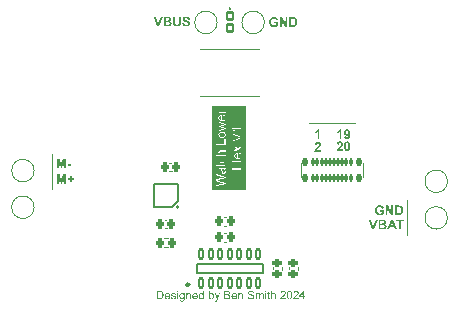
<source format=gbr>
%TF.GenerationSoftware,KiCad,Pcbnew,7.0.1*%
%TF.CreationDate,2024-01-08T13:03:24+00:00*%
%TF.ProjectId,watch_lower,77617463-685f-46c6-9f77-65722e6b6963,rev?*%
%TF.SameCoordinates,Original*%
%TF.FileFunction,Legend,Top*%
%TF.FilePolarity,Positive*%
%FSLAX46Y46*%
G04 Gerber Fmt 4.6, Leading zero omitted, Abs format (unit mm)*
G04 Created by KiCad (PCBNEW 7.0.1) date 2024-01-08 13:03:24*
%MOMM*%
%LPD*%
G01*
G04 APERTURE LIST*
G04 Aperture macros list*
%AMRoundRect*
0 Rectangle with rounded corners*
0 $1 Rounding radius*
0 $2 $3 $4 $5 $6 $7 $8 $9 X,Y pos of 4 corners*
0 Add a 4 corners polygon primitive as box body*
4,1,4,$2,$3,$4,$5,$6,$7,$8,$9,$2,$3,0*
0 Add four circle primitives for the rounded corners*
1,1,$1+$1,$2,$3*
1,1,$1+$1,$4,$5*
1,1,$1+$1,$6,$7*
1,1,$1+$1,$8,$9*
0 Add four rect primitives between the rounded corners*
20,1,$1+$1,$2,$3,$4,$5,0*
20,1,$1+$1,$4,$5,$6,$7,0*
20,1,$1+$1,$6,$7,$8,$9,0*
20,1,$1+$1,$8,$9,$2,$3,0*%
G04 Aperture macros list end*
%ADD10C,0.100000*%
%ADD11C,0.200000*%
%ADD12C,0.150000*%
%ADD13C,0.120000*%
%ADD14C,0.250000*%
%ADD15C,1.700000*%
%ADD16RoundRect,0.100000X-0.250000X-0.300000X0.250000X-0.300000X0.250000X0.300000X-0.250000X0.300000X0*%
%ADD17RoundRect,0.240000X0.140000X0.170000X-0.140000X0.170000X-0.140000X-0.170000X0.140000X-0.170000X0*%
%ADD18C,0.450000*%
%ADD19RoundRect,0.240000X-0.170000X0.140000X-0.170000X-0.140000X0.170000X-0.140000X0.170000X0.140000X0*%
%ADD20RoundRect,0.235000X0.135000X0.185000X-0.135000X0.185000X-0.135000X-0.185000X0.135000X-0.185000X0*%
%ADD21RoundRect,0.100000X-0.100000X-0.200000X0.100000X-0.200000X0.100000X0.200000X-0.100000X0.200000X0*%
%ADD22RoundRect,0.100000X-0.140000X-0.200000X0.140000X-0.200000X0.140000X0.200000X-0.140000X0.200000X0*%
%ADD23RoundRect,0.100000X0.175000X-0.375000X0.175000X0.375000X-0.175000X0.375000X-0.175000X-0.375000X0*%
G04 APERTURE END LIST*
D10*
X112200000Y-62900000D02*
X116100000Y-62900000D01*
X120500000Y-72350000D02*
X120500000Y-69350000D01*
X90500000Y-68450000D02*
X90500000Y-65450000D01*
X103000000Y-56600000D02*
X108000000Y-56600000D01*
X103000000Y-60600000D02*
X108000000Y-60600000D01*
D11*
G36*
X114970042Y-64222000D02*
G01*
X114815681Y-64222000D01*
X114815681Y-63633863D01*
X114804987Y-63644290D01*
X114794056Y-63654373D01*
X114782889Y-63664111D01*
X114771485Y-63673503D01*
X114759845Y-63682551D01*
X114747968Y-63691254D01*
X114735854Y-63699611D01*
X114723504Y-63707624D01*
X114710917Y-63715292D01*
X114698093Y-63722614D01*
X114685033Y-63729592D01*
X114671736Y-63736225D01*
X114658203Y-63742513D01*
X114644433Y-63748455D01*
X114630426Y-63754053D01*
X114616183Y-63759306D01*
X114616183Y-63609243D01*
X114623772Y-63606689D01*
X114631442Y-63603864D01*
X114639196Y-63600766D01*
X114647031Y-63597397D01*
X114654949Y-63593757D01*
X114662950Y-63589844D01*
X114671033Y-63585660D01*
X114679198Y-63581204D01*
X114687446Y-63576476D01*
X114695776Y-63571477D01*
X114704189Y-63566206D01*
X114712684Y-63560663D01*
X114721261Y-63554849D01*
X114729921Y-63548762D01*
X114738663Y-63542404D01*
X114747488Y-63535775D01*
X114756180Y-63528915D01*
X114764524Y-63521914D01*
X114772520Y-63514773D01*
X114780168Y-63507491D01*
X114787468Y-63500070D01*
X114794420Y-63492507D01*
X114801023Y-63484804D01*
X114807279Y-63476961D01*
X114813187Y-63468977D01*
X114818746Y-63460853D01*
X114823958Y-63452589D01*
X114828821Y-63444184D01*
X114833337Y-63435638D01*
X114837504Y-63426952D01*
X114841323Y-63418126D01*
X114844795Y-63409159D01*
X114970042Y-63409159D01*
X114970042Y-64222000D01*
G37*
G36*
X115459211Y-63409531D02*
G01*
X115474010Y-63410646D01*
X115488465Y-63412505D01*
X115502577Y-63415107D01*
X115516346Y-63418452D01*
X115529771Y-63422541D01*
X115542852Y-63427373D01*
X115555590Y-63432949D01*
X115567985Y-63439268D01*
X115580036Y-63446330D01*
X115591743Y-63454136D01*
X115603108Y-63462685D01*
X115614128Y-63471978D01*
X115624805Y-63482014D01*
X115635139Y-63492793D01*
X115645130Y-63504316D01*
X115654641Y-63516666D01*
X115659167Y-63523200D01*
X115663539Y-63529974D01*
X115667758Y-63536988D01*
X115671824Y-63544241D01*
X115675736Y-63551734D01*
X115679495Y-63559466D01*
X115683100Y-63567439D01*
X115686552Y-63575650D01*
X115689850Y-63584102D01*
X115692995Y-63592793D01*
X115695987Y-63601724D01*
X115698825Y-63610895D01*
X115701510Y-63620305D01*
X115704041Y-63629955D01*
X115706419Y-63639844D01*
X115708643Y-63649974D01*
X115710714Y-63660342D01*
X115712632Y-63670951D01*
X115714396Y-63681799D01*
X115716007Y-63692887D01*
X115717465Y-63704215D01*
X115718769Y-63715782D01*
X115719919Y-63727589D01*
X115720917Y-63739635D01*
X115721760Y-63751921D01*
X115722451Y-63764447D01*
X115722988Y-63777213D01*
X115723371Y-63790218D01*
X115723601Y-63803463D01*
X115723678Y-63816947D01*
X115723598Y-63830663D01*
X115723358Y-63844138D01*
X115722958Y-63857373D01*
X115722399Y-63870366D01*
X115721679Y-63883119D01*
X115720800Y-63895631D01*
X115719760Y-63907902D01*
X115718561Y-63919932D01*
X115717202Y-63931722D01*
X115715683Y-63943270D01*
X115714004Y-63954578D01*
X115712165Y-63965645D01*
X115710166Y-63976472D01*
X115708008Y-63987057D01*
X115705689Y-63997402D01*
X115703211Y-64007505D01*
X115700572Y-64017368D01*
X115697774Y-64026991D01*
X115694816Y-64036372D01*
X115691698Y-64045513D01*
X115688420Y-64054412D01*
X115684982Y-64063071D01*
X115681384Y-64071490D01*
X115677626Y-64079667D01*
X115673708Y-64087604D01*
X115669631Y-64095299D01*
X115665394Y-64102754D01*
X115660996Y-64109968D01*
X115656439Y-64116942D01*
X115651722Y-64123674D01*
X115646845Y-64130166D01*
X115641808Y-64136417D01*
X115636643Y-64142452D01*
X115631381Y-64148295D01*
X115620568Y-64159406D01*
X115609369Y-64169751D01*
X115597783Y-64179330D01*
X115585811Y-64188143D01*
X115573453Y-64196189D01*
X115560709Y-64203469D01*
X115547579Y-64209983D01*
X115534062Y-64215730D01*
X115520160Y-64220711D01*
X115505871Y-64224926D01*
X115491196Y-64228374D01*
X115476134Y-64231056D01*
X115460687Y-64232972D01*
X115452818Y-64233643D01*
X115444853Y-64234122D01*
X115436791Y-64234409D01*
X115428633Y-64234505D01*
X115416953Y-64234300D01*
X115405558Y-64233687D01*
X115394446Y-64232664D01*
X115383619Y-64231232D01*
X115373075Y-64229391D01*
X115362815Y-64227141D01*
X115352840Y-64224482D01*
X115343148Y-64221413D01*
X115333740Y-64217936D01*
X115324616Y-64214049D01*
X115315776Y-64209754D01*
X115307220Y-64205049D01*
X115298947Y-64199935D01*
X115290959Y-64194412D01*
X115283255Y-64188480D01*
X115275834Y-64182139D01*
X115268719Y-64175390D01*
X115261931Y-64168236D01*
X115255469Y-64160675D01*
X115249334Y-64152708D01*
X115243526Y-64144335D01*
X115238044Y-64135556D01*
X115232889Y-64126371D01*
X115228060Y-64116780D01*
X115223559Y-64106783D01*
X115219384Y-64096379D01*
X115215535Y-64085570D01*
X115212014Y-64074355D01*
X115208819Y-64062733D01*
X115205950Y-64050706D01*
X115203409Y-64038272D01*
X115201194Y-64025433D01*
X115350670Y-64009411D01*
X115351851Y-64017561D01*
X115353340Y-64025306D01*
X115355807Y-64035003D01*
X115358824Y-64043979D01*
X115362389Y-64052234D01*
X115366505Y-64059769D01*
X115371170Y-64066583D01*
X115376385Y-64072677D01*
X115379198Y-64075454D01*
X115385194Y-64080491D01*
X115393342Y-64085844D01*
X115400382Y-64089370D01*
X115407887Y-64092224D01*
X115415855Y-64094407D01*
X115424287Y-64095919D01*
X115433184Y-64096758D01*
X115440161Y-64096947D01*
X115449010Y-64096552D01*
X115457604Y-64095367D01*
X115465945Y-64093392D01*
X115474031Y-64090627D01*
X115481864Y-64087073D01*
X115489442Y-64082728D01*
X115496765Y-64077593D01*
X115503835Y-64071668D01*
X115510651Y-64064953D01*
X115517212Y-64057449D01*
X115521445Y-64052006D01*
X115527533Y-64042709D01*
X115531356Y-64035583D01*
X115534989Y-64027715D01*
X115538433Y-64019106D01*
X115541687Y-64009754D01*
X115544753Y-63999661D01*
X115547629Y-63988826D01*
X115550315Y-63977249D01*
X115552813Y-63964930D01*
X115555121Y-63951869D01*
X115557240Y-63938066D01*
X115559169Y-63923521D01*
X115560909Y-63908235D01*
X115561708Y-63900313D01*
X115562460Y-63892206D01*
X115563165Y-63883914D01*
X115563822Y-63875436D01*
X115564432Y-63866773D01*
X115557040Y-63874959D01*
X115549420Y-63882618D01*
X115541573Y-63889748D01*
X115533498Y-63896351D01*
X115525196Y-63902425D01*
X115516667Y-63907970D01*
X115507910Y-63912988D01*
X115498926Y-63917478D01*
X115489714Y-63921439D01*
X115480275Y-63924872D01*
X115470608Y-63927777D01*
X115460714Y-63930154D01*
X115450592Y-63932002D01*
X115440243Y-63933323D01*
X115429667Y-63934115D01*
X115418863Y-63934379D01*
X115407071Y-63934099D01*
X115395483Y-63933259D01*
X115384100Y-63931858D01*
X115372921Y-63929897D01*
X115361947Y-63927376D01*
X115351177Y-63924295D01*
X115340612Y-63920653D01*
X115330252Y-63916452D01*
X115320096Y-63911690D01*
X115310144Y-63906368D01*
X115300398Y-63900485D01*
X115290855Y-63894042D01*
X115281518Y-63887040D01*
X115272384Y-63879476D01*
X115263456Y-63871353D01*
X115254732Y-63862669D01*
X115246379Y-63853513D01*
X115238566Y-63844021D01*
X115231291Y-63834194D01*
X115224556Y-63824030D01*
X115218359Y-63813531D01*
X115212701Y-63802696D01*
X115207581Y-63791525D01*
X115203001Y-63780018D01*
X115198960Y-63768175D01*
X115195457Y-63755996D01*
X115192493Y-63743482D01*
X115190068Y-63730632D01*
X115188182Y-63717446D01*
X115186835Y-63703924D01*
X115186027Y-63690066D01*
X115185758Y-63675872D01*
X115185889Y-63669034D01*
X115337384Y-63669034D01*
X115337503Y-63677152D01*
X115337863Y-63684995D01*
X115338852Y-63696245D01*
X115340379Y-63706876D01*
X115342446Y-63716889D01*
X115345053Y-63726284D01*
X115348198Y-63735061D01*
X115351883Y-63743219D01*
X115356107Y-63750760D01*
X115360871Y-63757682D01*
X115366173Y-63763985D01*
X115368060Y-63765949D01*
X115373983Y-63771466D01*
X115380173Y-63776441D01*
X115386632Y-63780873D01*
X115395660Y-63785938D01*
X115405164Y-63790038D01*
X115412604Y-63792480D01*
X115420313Y-63794380D01*
X115428289Y-63795736D01*
X115436534Y-63796550D01*
X115445046Y-63796822D01*
X115453275Y-63796561D01*
X115461257Y-63795777D01*
X115468992Y-63794472D01*
X115478921Y-63791920D01*
X115488410Y-63788439D01*
X115497459Y-63784031D01*
X115506068Y-63778694D01*
X115514238Y-63772429D01*
X115520077Y-63767122D01*
X115525525Y-63761272D01*
X115530436Y-63754935D01*
X115534812Y-63748111D01*
X115538652Y-63740798D01*
X115541956Y-63732998D01*
X115544724Y-63724710D01*
X115546957Y-63715935D01*
X115548654Y-63706672D01*
X115549815Y-63696921D01*
X115550440Y-63686682D01*
X115550559Y-63679585D01*
X115550256Y-63668000D01*
X115549350Y-63656914D01*
X115547838Y-63646325D01*
X115545723Y-63636235D01*
X115543002Y-63626642D01*
X115539678Y-63617548D01*
X115535748Y-63608952D01*
X115531215Y-63600853D01*
X115526076Y-63593253D01*
X115520334Y-63586151D01*
X115516169Y-63581692D01*
X115509662Y-63575442D01*
X115502962Y-63569806D01*
X115496070Y-63564785D01*
X115488985Y-63560379D01*
X115481708Y-63556588D01*
X115474239Y-63553411D01*
X115466577Y-63550850D01*
X115458723Y-63548903D01*
X115450677Y-63547571D01*
X115442439Y-63546853D01*
X115436839Y-63546717D01*
X115428943Y-63546969D01*
X115418810Y-63548091D01*
X115409129Y-63550111D01*
X115399899Y-63553028D01*
X115391122Y-63556843D01*
X115382796Y-63561555D01*
X115374923Y-63567165D01*
X115367501Y-63573673D01*
X115365716Y-63575440D01*
X115359075Y-63583143D01*
X115354676Y-63589669D01*
X115350775Y-63596838D01*
X115347372Y-63604649D01*
X115344467Y-63613102D01*
X115342059Y-63622198D01*
X115340150Y-63631935D01*
X115338739Y-63642316D01*
X115337826Y-63653338D01*
X115337411Y-63665003D01*
X115337384Y-63669034D01*
X115185889Y-63669034D01*
X115186042Y-63661058D01*
X115186893Y-63646609D01*
X115188313Y-63632525D01*
X115190301Y-63618805D01*
X115192856Y-63605450D01*
X115195979Y-63592461D01*
X115199670Y-63579835D01*
X115203929Y-63567575D01*
X115208756Y-63555680D01*
X115214151Y-63544149D01*
X115220113Y-63532984D01*
X115226644Y-63522183D01*
X115233742Y-63511747D01*
X115241408Y-63501675D01*
X115249642Y-63491969D01*
X115258444Y-63482628D01*
X115267710Y-63473731D01*
X115277288Y-63465408D01*
X115287176Y-63457660D01*
X115297377Y-63450485D01*
X115307888Y-63443885D01*
X115318711Y-63437858D01*
X115329846Y-63432405D01*
X115341291Y-63427526D01*
X115353049Y-63423222D01*
X115365117Y-63419491D01*
X115377497Y-63416334D01*
X115390189Y-63413751D01*
X115403192Y-63411742D01*
X115416506Y-63410307D01*
X115430132Y-63409446D01*
X115444069Y-63409159D01*
X115459211Y-63409531D01*
G37*
G36*
X118219658Y-70363874D02*
G01*
X118219658Y-70226316D01*
X118570391Y-70226316D01*
X118570391Y-70553016D01*
X118563813Y-70559100D01*
X118556878Y-70565093D01*
X118549586Y-70570995D01*
X118541936Y-70576805D01*
X118533930Y-70582523D01*
X118525566Y-70588150D01*
X118516845Y-70593685D01*
X118507767Y-70599129D01*
X118498331Y-70604481D01*
X118488539Y-70609741D01*
X118478389Y-70614910D01*
X118467882Y-70619987D01*
X118457018Y-70624973D01*
X118445796Y-70629867D01*
X118434218Y-70634669D01*
X118422282Y-70639380D01*
X118410157Y-70643875D01*
X118398013Y-70648081D01*
X118385849Y-70651996D01*
X118373665Y-70655622D01*
X118361462Y-70658957D01*
X118349238Y-70662003D01*
X118336994Y-70664758D01*
X118324731Y-70667224D01*
X118312448Y-70669399D01*
X118300145Y-70671284D01*
X118287822Y-70672879D01*
X118275480Y-70674184D01*
X118263117Y-70675200D01*
X118250735Y-70675925D01*
X118238333Y-70676360D01*
X118225911Y-70676505D01*
X118218041Y-70676453D01*
X118202492Y-70676036D01*
X118187196Y-70675202D01*
X118172154Y-70673952D01*
X118157365Y-70672285D01*
X118142829Y-70670202D01*
X118128547Y-70667701D01*
X118114519Y-70664784D01*
X118100743Y-70661450D01*
X118087221Y-70657699D01*
X118073953Y-70653532D01*
X118060938Y-70648948D01*
X118048176Y-70643947D01*
X118035668Y-70638529D01*
X118023413Y-70632695D01*
X118011412Y-70626444D01*
X118005506Y-70623162D01*
X117993940Y-70616316D01*
X117982739Y-70609112D01*
X117971903Y-70601551D01*
X117961432Y-70593633D01*
X117951326Y-70585358D01*
X117941584Y-70576725D01*
X117932208Y-70567736D01*
X117923196Y-70558389D01*
X117914549Y-70548685D01*
X117906267Y-70538624D01*
X117898350Y-70528205D01*
X117890797Y-70517429D01*
X117883610Y-70506296D01*
X117876787Y-70494806D01*
X117870329Y-70482959D01*
X117864236Y-70470755D01*
X117858510Y-70458279D01*
X117853153Y-70445668D01*
X117848166Y-70432921D01*
X117843548Y-70420038D01*
X117839300Y-70407019D01*
X117835421Y-70393864D01*
X117831912Y-70380573D01*
X117828772Y-70367147D01*
X117826001Y-70353584D01*
X117823600Y-70339886D01*
X117821568Y-70326052D01*
X117819906Y-70312082D01*
X117818613Y-70297976D01*
X117817689Y-70283735D01*
X117817135Y-70269357D01*
X117816950Y-70254844D01*
X117817002Y-70246958D01*
X117817156Y-70239128D01*
X117817775Y-70223633D01*
X117818805Y-70208359D01*
X117820248Y-70193307D01*
X117822102Y-70178476D01*
X117824369Y-70163866D01*
X117827048Y-70149478D01*
X117830139Y-70135311D01*
X117833643Y-70121366D01*
X117837558Y-70107642D01*
X117841886Y-70094139D01*
X117846626Y-70080857D01*
X117851778Y-70067797D01*
X117857342Y-70054959D01*
X117863318Y-70042341D01*
X117869707Y-70029945D01*
X117876492Y-70017815D01*
X117883659Y-70006043D01*
X117891208Y-69994630D01*
X117899138Y-69983576D01*
X117907450Y-69972880D01*
X117916143Y-69962543D01*
X117925219Y-69952565D01*
X117934675Y-69942946D01*
X117944514Y-69933685D01*
X117954734Y-69924783D01*
X117965335Y-69916240D01*
X117976319Y-69908056D01*
X117987684Y-69900230D01*
X117999430Y-69892763D01*
X118011558Y-69885655D01*
X118024068Y-69878905D01*
X118033912Y-69874031D01*
X118044050Y-69869471D01*
X118054483Y-69865226D01*
X118065211Y-69861295D01*
X118076233Y-69857679D01*
X118087550Y-69854377D01*
X118099161Y-69851390D01*
X118111068Y-69848717D01*
X118123268Y-69846358D01*
X118135764Y-69844314D01*
X118148553Y-69842585D01*
X118161638Y-69841170D01*
X118175017Y-69840069D01*
X118188691Y-69839283D01*
X118202659Y-69838811D01*
X118216922Y-69838654D01*
X118226237Y-69838719D01*
X118235423Y-69838914D01*
X118244480Y-69839238D01*
X118253409Y-69839692D01*
X118262209Y-69840276D01*
X118270881Y-69840990D01*
X118279424Y-69841833D01*
X118287838Y-69842806D01*
X118296124Y-69843909D01*
X118304281Y-69845142D01*
X118312310Y-69846504D01*
X118320210Y-69847996D01*
X118327981Y-69849618D01*
X118335624Y-69851370D01*
X118350523Y-69855263D01*
X118364908Y-69859674D01*
X118378779Y-69864605D01*
X118392135Y-69870055D01*
X118404977Y-69876023D01*
X118417305Y-69882511D01*
X118429118Y-69889518D01*
X118440416Y-69897043D01*
X118451200Y-69905088D01*
X118461516Y-69913591D01*
X118471362Y-69922490D01*
X118480738Y-69931787D01*
X118489644Y-69941480D01*
X118498080Y-69951571D01*
X118506045Y-69962058D01*
X118513540Y-69972942D01*
X118520565Y-69984223D01*
X118527120Y-69995901D01*
X118533205Y-70007975D01*
X118538819Y-70020447D01*
X118543964Y-70033316D01*
X118548638Y-70046581D01*
X118552842Y-70060243D01*
X118556576Y-70074303D01*
X118559839Y-70088759D01*
X118398248Y-70113769D01*
X118396006Y-70105911D01*
X118393528Y-70098263D01*
X118390816Y-70090823D01*
X118386306Y-70080056D01*
X118381267Y-70069760D01*
X118375700Y-70059934D01*
X118369603Y-70050578D01*
X118362978Y-70041693D01*
X118355823Y-70033279D01*
X118348140Y-70025335D01*
X118339928Y-70017862D01*
X118334159Y-70013141D01*
X118325160Y-70006541D01*
X118315749Y-70000591D01*
X118305926Y-69995289D01*
X118295691Y-69990637D01*
X118285043Y-69986634D01*
X118273984Y-69983280D01*
X118266382Y-69981405D01*
X118258596Y-69979818D01*
X118250628Y-69978520D01*
X118242476Y-69977510D01*
X118234142Y-69976789D01*
X118225624Y-69976356D01*
X118216922Y-69976212D01*
X118203758Y-69976480D01*
X118190935Y-69977283D01*
X118178454Y-69978623D01*
X118166315Y-69980498D01*
X118154518Y-69982909D01*
X118143063Y-69985856D01*
X118131950Y-69989339D01*
X118121179Y-69993357D01*
X118110750Y-69997912D01*
X118100663Y-70003002D01*
X118090918Y-70008628D01*
X118081514Y-70014790D01*
X118072453Y-70021487D01*
X118063733Y-70028721D01*
X118055356Y-70036490D01*
X118047320Y-70044795D01*
X118039701Y-70053604D01*
X118032574Y-70062933D01*
X118025938Y-70072783D01*
X118019794Y-70083153D01*
X118014141Y-70094044D01*
X118008980Y-70105456D01*
X118004311Y-70117388D01*
X118000132Y-70129840D01*
X117996446Y-70142814D01*
X117993251Y-70156307D01*
X117990547Y-70170321D01*
X117988336Y-70184856D01*
X117986615Y-70199911D01*
X117985386Y-70215487D01*
X117984956Y-70223470D01*
X117984649Y-70231584D01*
X117984465Y-70239827D01*
X117984403Y-70248200D01*
X117984465Y-70257215D01*
X117984652Y-70266088D01*
X117984963Y-70274819D01*
X117985399Y-70283408D01*
X117985958Y-70291855D01*
X117986643Y-70300160D01*
X117987451Y-70308323D01*
X117988384Y-70316344D01*
X117989442Y-70324223D01*
X117990624Y-70331961D01*
X117993361Y-70347009D01*
X117996596Y-70361489D01*
X118000328Y-70375402D01*
X118004558Y-70388747D01*
X118009285Y-70401524D01*
X118014511Y-70413733D01*
X118020234Y-70425374D01*
X118026454Y-70436448D01*
X118033172Y-70446953D01*
X118040388Y-70456891D01*
X118048102Y-70466260D01*
X118056243Y-70475062D01*
X118064692Y-70483296D01*
X118073450Y-70490963D01*
X118082516Y-70498061D01*
X118091890Y-70504591D01*
X118101573Y-70510554D01*
X118111564Y-70515949D01*
X118121863Y-70520775D01*
X118132471Y-70525034D01*
X118143387Y-70528726D01*
X118154611Y-70531849D01*
X118166144Y-70534404D01*
X118177986Y-70536392D01*
X118190135Y-70537811D01*
X118202593Y-70538663D01*
X118215359Y-70538947D01*
X118224925Y-70538767D01*
X118234497Y-70538226D01*
X118244076Y-70537324D01*
X118253663Y-70536062D01*
X118263256Y-70534439D01*
X118272856Y-70532456D01*
X118282462Y-70530111D01*
X118292076Y-70527407D01*
X118301696Y-70524341D01*
X118311324Y-70520915D01*
X118317746Y-70518431D01*
X118327254Y-70514507D01*
X118336508Y-70510428D01*
X118345508Y-70506195D01*
X118354254Y-70501807D01*
X118362746Y-70497265D01*
X118370983Y-70492568D01*
X118378966Y-70487716D01*
X118386696Y-70482710D01*
X118394171Y-70477550D01*
X118401391Y-70472235D01*
X118406064Y-70468605D01*
X118406064Y-70363874D01*
X118219658Y-70363874D01*
G37*
G36*
X118717327Y-70664000D02*
G01*
X118717327Y-69851159D01*
X118875597Y-69851159D01*
X119205227Y-70400413D01*
X119205227Y-69851159D01*
X119356266Y-69851159D01*
X119356266Y-70664000D01*
X119193112Y-70664000D01*
X118868367Y-70122953D01*
X118868367Y-70664000D01*
X118717327Y-70664000D01*
G37*
G36*
X119832915Y-69851220D02*
G01*
X119844932Y-69851400D01*
X119856576Y-69851702D01*
X119867845Y-69852124D01*
X119878741Y-69852667D01*
X119889262Y-69853330D01*
X119899410Y-69854114D01*
X119909183Y-69855018D01*
X119918583Y-69856043D01*
X119927608Y-69857189D01*
X119936260Y-69858455D01*
X119944538Y-69859842D01*
X119952441Y-69861350D01*
X119963595Y-69863837D01*
X119973908Y-69866595D01*
X119982671Y-69869362D01*
X119991276Y-69872384D01*
X119999725Y-69875663D01*
X120008016Y-69879198D01*
X120016150Y-69882990D01*
X120024127Y-69887039D01*
X120031947Y-69891343D01*
X120039609Y-69895905D01*
X120047114Y-69900722D01*
X120054462Y-69905796D01*
X120061653Y-69911127D01*
X120068686Y-69916714D01*
X120075562Y-69922558D01*
X120082281Y-69928658D01*
X120088843Y-69935014D01*
X120095248Y-69941627D01*
X120101479Y-69948438D01*
X120107521Y-69955439D01*
X120113373Y-69962629D01*
X120119037Y-69970008D01*
X120124511Y-69977576D01*
X120129796Y-69985334D01*
X120134891Y-69993281D01*
X120139797Y-70001418D01*
X120144514Y-70009743D01*
X120149042Y-70018258D01*
X120153380Y-70026962D01*
X120157530Y-70035856D01*
X120161489Y-70044939D01*
X120165260Y-70054211D01*
X120168841Y-70063672D01*
X120172233Y-70073323D01*
X120175427Y-70083186D01*
X120178415Y-70093335D01*
X120181197Y-70103770D01*
X120183773Y-70114490D01*
X120186143Y-70125495D01*
X120188307Y-70136786D01*
X120190265Y-70148362D01*
X120192017Y-70160224D01*
X120193562Y-70172371D01*
X120194902Y-70184804D01*
X120196035Y-70197522D01*
X120196963Y-70210526D01*
X120197684Y-70223815D01*
X120198199Y-70237390D01*
X120198508Y-70251250D01*
X120198611Y-70265395D01*
X120198514Y-70277817D01*
X120198223Y-70290024D01*
X120197739Y-70302016D01*
X120197060Y-70313792D01*
X120196188Y-70325353D01*
X120195122Y-70336699D01*
X120193861Y-70347829D01*
X120192407Y-70358745D01*
X120190760Y-70369445D01*
X120188918Y-70379930D01*
X120186882Y-70390199D01*
X120184653Y-70400254D01*
X120182229Y-70410093D01*
X120179612Y-70419717D01*
X120176801Y-70429126D01*
X120173796Y-70438319D01*
X120169933Y-70449276D01*
X120165867Y-70459968D01*
X120161598Y-70470397D01*
X120157127Y-70480561D01*
X120152452Y-70490461D01*
X120147574Y-70500097D01*
X120142493Y-70509469D01*
X120137209Y-70518577D01*
X120131721Y-70527421D01*
X120126031Y-70536001D01*
X120120138Y-70544317D01*
X120114042Y-70552368D01*
X120107743Y-70560156D01*
X120101241Y-70567679D01*
X120094535Y-70574939D01*
X120087627Y-70581934D01*
X120079418Y-70589576D01*
X120070690Y-70596895D01*
X120061443Y-70603892D01*
X120054990Y-70608377D01*
X120048307Y-70612718D01*
X120041394Y-70616916D01*
X120034250Y-70620970D01*
X120026875Y-70624881D01*
X120019270Y-70628649D01*
X120011434Y-70632273D01*
X120003368Y-70635753D01*
X119995072Y-70639090D01*
X119986544Y-70642284D01*
X119977787Y-70645334D01*
X119973322Y-70646805D01*
X119962892Y-70649878D01*
X119951827Y-70652648D01*
X119944098Y-70654327D01*
X119936086Y-70655872D01*
X119927792Y-70657283D01*
X119919215Y-70658559D01*
X119910356Y-70659701D01*
X119901214Y-70660708D01*
X119891790Y-70661581D01*
X119882084Y-70662320D01*
X119872095Y-70662925D01*
X119861824Y-70663395D01*
X119851270Y-70663731D01*
X119840434Y-70663932D01*
X119829316Y-70664000D01*
X119523133Y-70664000D01*
X119523133Y-69988717D01*
X119685897Y-69988717D01*
X119685897Y-70526442D01*
X119807236Y-70526442D01*
X119815612Y-70526411D01*
X119823692Y-70526320D01*
X119835257Y-70526068D01*
X119846155Y-70525679D01*
X119856387Y-70525152D01*
X119865952Y-70524488D01*
X119874852Y-70523687D01*
X119883085Y-70522748D01*
X119893025Y-70521282D01*
X119901781Y-70519573D01*
X119905715Y-70518626D01*
X119915372Y-70515921D01*
X119924607Y-70512789D01*
X119933421Y-70509229D01*
X119941814Y-70505242D01*
X119949786Y-70500827D01*
X119957336Y-70495985D01*
X119964465Y-70490715D01*
X119971172Y-70485018D01*
X119977565Y-70478579D01*
X119983653Y-70471182D01*
X119989435Y-70462826D01*
X119993572Y-70455930D01*
X119997537Y-70448494D01*
X120001330Y-70440519D01*
X120004951Y-70432005D01*
X120008401Y-70422952D01*
X120011678Y-70413360D01*
X120013768Y-70406665D01*
X120016736Y-70396060D01*
X120019412Y-70384761D01*
X120021034Y-70376843D01*
X120022527Y-70368617D01*
X120023889Y-70360082D01*
X120025122Y-70351239D01*
X120026225Y-70342087D01*
X120027198Y-70332628D01*
X120028041Y-70322859D01*
X120028755Y-70312783D01*
X120029339Y-70302398D01*
X120029793Y-70291705D01*
X120030117Y-70280703D01*
X120030312Y-70269393D01*
X120030377Y-70257775D01*
X120030312Y-70246197D01*
X120030117Y-70234959D01*
X120029793Y-70224062D01*
X120029339Y-70213506D01*
X120028755Y-70203290D01*
X120028041Y-70193414D01*
X120027198Y-70183878D01*
X120026225Y-70174683D01*
X120025122Y-70165829D01*
X120023889Y-70157315D01*
X120022527Y-70149141D01*
X120021034Y-70141308D01*
X120018553Y-70130196D01*
X120015779Y-70119850D01*
X120013768Y-70113378D01*
X120010574Y-70104122D01*
X120007146Y-70095257D01*
X120003485Y-70086784D01*
X119999590Y-70078702D01*
X119995461Y-70071012D01*
X119991099Y-70063713D01*
X119986504Y-70056806D01*
X119981675Y-70050290D01*
X119976612Y-70044166D01*
X119969498Y-70036610D01*
X119967655Y-70034830D01*
X119960026Y-70028034D01*
X119951889Y-70021812D01*
X119943246Y-70016164D01*
X119936431Y-70012304D01*
X119929331Y-70008768D01*
X119921946Y-70005554D01*
X119914276Y-70002663D01*
X119906321Y-70000095D01*
X119898080Y-69997850D01*
X119892428Y-69996533D01*
X119882906Y-69994701D01*
X119874422Y-69993487D01*
X119864787Y-69992411D01*
X119854001Y-69991472D01*
X119846172Y-69990923D01*
X119837831Y-69990434D01*
X119828979Y-69990007D01*
X119819615Y-69989640D01*
X119809740Y-69989335D01*
X119799354Y-69989091D01*
X119788456Y-69988908D01*
X119777047Y-69988786D01*
X119765126Y-69988725D01*
X119758974Y-69988717D01*
X119685897Y-69988717D01*
X119523133Y-69988717D01*
X119523133Y-69851159D01*
X119820523Y-69851159D01*
X119832915Y-69851220D01*
G37*
G36*
X113101500Y-64222000D02*
G01*
X112947139Y-64222000D01*
X112947139Y-63633863D01*
X112936445Y-63644290D01*
X112925514Y-63654373D01*
X112914347Y-63664111D01*
X112902943Y-63673503D01*
X112891303Y-63682551D01*
X112879426Y-63691254D01*
X112867312Y-63699611D01*
X112854962Y-63707624D01*
X112842375Y-63715292D01*
X112829551Y-63722614D01*
X112816491Y-63729592D01*
X112803194Y-63736225D01*
X112789661Y-63742513D01*
X112775891Y-63748455D01*
X112761884Y-63754053D01*
X112747641Y-63759306D01*
X112747641Y-63609243D01*
X112755230Y-63606689D01*
X112762900Y-63603864D01*
X112770654Y-63600766D01*
X112778489Y-63597397D01*
X112786407Y-63593757D01*
X112794408Y-63589844D01*
X112802491Y-63585660D01*
X112810656Y-63581204D01*
X112818904Y-63576476D01*
X112827234Y-63571477D01*
X112835647Y-63566206D01*
X112844142Y-63560663D01*
X112852719Y-63554849D01*
X112861379Y-63548762D01*
X112870121Y-63542404D01*
X112878946Y-63535775D01*
X112887638Y-63528915D01*
X112895982Y-63521914D01*
X112903978Y-63514773D01*
X112911626Y-63507491D01*
X112918926Y-63500070D01*
X112925878Y-63492507D01*
X112932481Y-63484804D01*
X112938737Y-63476961D01*
X112944645Y-63468977D01*
X112950204Y-63460853D01*
X112955416Y-63452589D01*
X112960279Y-63444184D01*
X112964795Y-63435638D01*
X112968962Y-63426952D01*
X112972781Y-63418126D01*
X112976253Y-63409159D01*
X113101500Y-63409159D01*
X113101500Y-64222000D01*
G37*
G36*
X113227920Y-65131937D02*
G01*
X113227920Y-65282000D01*
X112686483Y-65282000D01*
X112687719Y-65271946D01*
X112689231Y-65261959D01*
X112691017Y-65252040D01*
X112693077Y-65242188D01*
X112695413Y-65232403D01*
X112698023Y-65222685D01*
X112700908Y-65213034D01*
X112704068Y-65203451D01*
X112707503Y-65193935D01*
X112711212Y-65184486D01*
X112715197Y-65175104D01*
X112719456Y-65165789D01*
X112723989Y-65156541D01*
X112728798Y-65147361D01*
X112733881Y-65138247D01*
X112739239Y-65129201D01*
X112745070Y-65119980D01*
X112751571Y-65110391D01*
X112758741Y-65100435D01*
X112766582Y-65090110D01*
X112775093Y-65079418D01*
X112784275Y-65068357D01*
X112794126Y-65056929D01*
X112804648Y-65045133D01*
X112810160Y-65039097D01*
X112815839Y-65032969D01*
X112821686Y-65026749D01*
X112827701Y-65020437D01*
X112833883Y-65014033D01*
X112840233Y-65007537D01*
X112846750Y-65000949D01*
X112853435Y-64994269D01*
X112860287Y-64987497D01*
X112867307Y-64980634D01*
X112874495Y-64973678D01*
X112881850Y-64966630D01*
X112889372Y-64959490D01*
X112897062Y-64952259D01*
X112904920Y-64944935D01*
X112912945Y-64937519D01*
X112919399Y-64931547D01*
X112925696Y-64925697D01*
X112931834Y-64919969D01*
X112937815Y-64914362D01*
X112943637Y-64908877D01*
X112954808Y-64898272D01*
X112965348Y-64888155D01*
X112975255Y-64878524D01*
X112984530Y-64869380D01*
X112993173Y-64860723D01*
X113001184Y-64852553D01*
X113008563Y-64844870D01*
X113015310Y-64837674D01*
X113021426Y-64830965D01*
X113026909Y-64824743D01*
X113033949Y-64816323D01*
X113039567Y-64808999D01*
X113041123Y-64806801D01*
X113046815Y-64797908D01*
X113051947Y-64789037D01*
X113056519Y-64780185D01*
X113060532Y-64771355D01*
X113063984Y-64762545D01*
X113066877Y-64753756D01*
X113069209Y-64744987D01*
X113070982Y-64736239D01*
X113072195Y-64727511D01*
X113072848Y-64718804D01*
X113072973Y-64713011D01*
X113072729Y-64703620D01*
X113071997Y-64694645D01*
X113070778Y-64686085D01*
X113069071Y-64677941D01*
X113066876Y-64670213D01*
X113063191Y-64660554D01*
X113058639Y-64651635D01*
X113053220Y-64643454D01*
X113046934Y-64636012D01*
X113045227Y-64634267D01*
X113037961Y-64627810D01*
X113030035Y-64622214D01*
X113021450Y-64617479D01*
X113012205Y-64613605D01*
X113002301Y-64610591D01*
X112994440Y-64608896D01*
X112986209Y-64607685D01*
X112977606Y-64606959D01*
X112968632Y-64606717D01*
X112959722Y-64606971D01*
X112951161Y-64607734D01*
X112942951Y-64609004D01*
X112935092Y-64610784D01*
X112927582Y-64613071D01*
X112918115Y-64616912D01*
X112909270Y-64621656D01*
X112901048Y-64627304D01*
X112893449Y-64633856D01*
X112891647Y-64635635D01*
X112884891Y-64643463D01*
X112880316Y-64650120D01*
X112876164Y-64657449D01*
X112872435Y-64665452D01*
X112869128Y-64674128D01*
X112866243Y-64683477D01*
X112863781Y-64693499D01*
X112861741Y-64704195D01*
X112860124Y-64715564D01*
X112859281Y-64723517D01*
X112858625Y-64731769D01*
X112704655Y-64716528D01*
X112705567Y-64708334D01*
X112706594Y-64700286D01*
X112707736Y-64692383D01*
X112708993Y-64684627D01*
X112711851Y-64669554D01*
X112715169Y-64655065D01*
X112718947Y-64641160D01*
X112723183Y-64627841D01*
X112727880Y-64615106D01*
X112733036Y-64602956D01*
X112738651Y-64591390D01*
X112744726Y-64580409D01*
X112751260Y-64570013D01*
X112758254Y-64560201D01*
X112765707Y-64550974D01*
X112773620Y-64542331D01*
X112781992Y-64534274D01*
X112790823Y-64526801D01*
X112800050Y-64519821D01*
X112809560Y-64513291D01*
X112819352Y-64507212D01*
X112829426Y-64501583D01*
X112839783Y-64496404D01*
X112850422Y-64491675D01*
X112861343Y-64487397D01*
X112872547Y-64483570D01*
X112884033Y-64480192D01*
X112895802Y-64477265D01*
X112907853Y-64474788D01*
X112920187Y-64472762D01*
X112932803Y-64471186D01*
X112945701Y-64470060D01*
X112958882Y-64469384D01*
X112972345Y-64469159D01*
X112987044Y-64469410D01*
X113001345Y-64470161D01*
X113015248Y-64471412D01*
X113028753Y-64473165D01*
X113041859Y-64475418D01*
X113054566Y-64478172D01*
X113066875Y-64481426D01*
X113078786Y-64485182D01*
X113090298Y-64489438D01*
X113101412Y-64494194D01*
X113112127Y-64499452D01*
X113122444Y-64505210D01*
X113132363Y-64511468D01*
X113141883Y-64518228D01*
X113151005Y-64525488D01*
X113159728Y-64533249D01*
X113167986Y-64541358D01*
X113175710Y-64549714D01*
X113182903Y-64558315D01*
X113189562Y-64567162D01*
X113195689Y-64576254D01*
X113201283Y-64585593D01*
X113206344Y-64595177D01*
X113210872Y-64605007D01*
X113214868Y-64615083D01*
X113218331Y-64625405D01*
X113221261Y-64635972D01*
X113223658Y-64646785D01*
X113225523Y-64657844D01*
X113226855Y-64669148D01*
X113227654Y-64680699D01*
X113227920Y-64692495D01*
X113227749Y-64702599D01*
X113227233Y-64712613D01*
X113226375Y-64722538D01*
X113225173Y-64732374D01*
X113223627Y-64742120D01*
X113221738Y-64751777D01*
X113219505Y-64761345D01*
X113216929Y-64770824D01*
X113214010Y-64780213D01*
X113210747Y-64789513D01*
X113208381Y-64795663D01*
X113204518Y-64804865D01*
X113200257Y-64814153D01*
X113195597Y-64823527D01*
X113190539Y-64832987D01*
X113185083Y-64842532D01*
X113179228Y-64852163D01*
X113172974Y-64861881D01*
X113168584Y-64868406D01*
X113164017Y-64874971D01*
X113159272Y-64881573D01*
X113154351Y-64888213D01*
X113149252Y-64894892D01*
X113146636Y-64898245D01*
X113140966Y-64905188D01*
X113134505Y-64912680D01*
X113127255Y-64920722D01*
X113119214Y-64929313D01*
X113113415Y-64935346D01*
X113107264Y-64941623D01*
X113100763Y-64948144D01*
X113093910Y-64954909D01*
X113086707Y-64961919D01*
X113079152Y-64969173D01*
X113071246Y-64976672D01*
X113062989Y-64984414D01*
X113054381Y-64992401D01*
X113045422Y-65000632D01*
X113036497Y-65008786D01*
X113027989Y-65016593D01*
X113019900Y-65024052D01*
X113012230Y-65031162D01*
X113004977Y-65037925D01*
X112998143Y-65044339D01*
X112991727Y-65050405D01*
X112985729Y-65056124D01*
X112977517Y-65064049D01*
X112970246Y-65071190D01*
X112963916Y-65077549D01*
X112956939Y-65084809D01*
X112952805Y-65089341D01*
X112946880Y-65096151D01*
X112941318Y-65102904D01*
X112936119Y-65109600D01*
X112931281Y-65116238D01*
X112926807Y-65122819D01*
X112921916Y-65130641D01*
X112921151Y-65131937D01*
X113227920Y-65131937D01*
G37*
G36*
X90879720Y-68014000D02*
G01*
X90879720Y-67201159D01*
X91123182Y-67201159D01*
X91269337Y-67755688D01*
X91413928Y-67201159D01*
X91657780Y-67201159D01*
X91657780Y-68014000D01*
X91506741Y-68014000D01*
X91506741Y-67374083D01*
X91346713Y-68014000D01*
X91190202Y-68014000D01*
X91030760Y-67374083D01*
X91030760Y-68014000D01*
X90879720Y-68014000D01*
G37*
G36*
X91990146Y-67901452D02*
G01*
X91990146Y-67688863D01*
X91779120Y-67688863D01*
X91779120Y-67551306D01*
X91990146Y-67551306D01*
X91990146Y-67338717D01*
X92130830Y-67338717D01*
X92130830Y-67551306D01*
X92342442Y-67551306D01*
X92342442Y-67688863D01*
X92130830Y-67688863D01*
X92130830Y-67901452D01*
X91990146Y-67901452D01*
G37*
G36*
X109256636Y-54431874D02*
G01*
X109256636Y-54294316D01*
X109607369Y-54294316D01*
X109607369Y-54621016D01*
X109600791Y-54627100D01*
X109593856Y-54633093D01*
X109586564Y-54638995D01*
X109578914Y-54644805D01*
X109570908Y-54650523D01*
X109562544Y-54656150D01*
X109553823Y-54661685D01*
X109544745Y-54667129D01*
X109535309Y-54672481D01*
X109525517Y-54677741D01*
X109515367Y-54682910D01*
X109504860Y-54687987D01*
X109493996Y-54692973D01*
X109482774Y-54697867D01*
X109471196Y-54702669D01*
X109459260Y-54707380D01*
X109447135Y-54711875D01*
X109434991Y-54716081D01*
X109422827Y-54719996D01*
X109410643Y-54723622D01*
X109398440Y-54726957D01*
X109386216Y-54730003D01*
X109373972Y-54732758D01*
X109361709Y-54735224D01*
X109349426Y-54737399D01*
X109337123Y-54739284D01*
X109324800Y-54740879D01*
X109312458Y-54742184D01*
X109300095Y-54743200D01*
X109287713Y-54743925D01*
X109275311Y-54744360D01*
X109262889Y-54744505D01*
X109255019Y-54744453D01*
X109239470Y-54744036D01*
X109224174Y-54743202D01*
X109209132Y-54741952D01*
X109194343Y-54740285D01*
X109179807Y-54738202D01*
X109165525Y-54735701D01*
X109151497Y-54732784D01*
X109137721Y-54729450D01*
X109124199Y-54725699D01*
X109110931Y-54721532D01*
X109097916Y-54716948D01*
X109085154Y-54711947D01*
X109072646Y-54706529D01*
X109060391Y-54700695D01*
X109048390Y-54694444D01*
X109042484Y-54691162D01*
X109030918Y-54684316D01*
X109019717Y-54677112D01*
X109008881Y-54669551D01*
X108998410Y-54661633D01*
X108988304Y-54653358D01*
X108978562Y-54644725D01*
X108969186Y-54635736D01*
X108960174Y-54626389D01*
X108951527Y-54616685D01*
X108943245Y-54606624D01*
X108935328Y-54596205D01*
X108927775Y-54585429D01*
X108920588Y-54574296D01*
X108913765Y-54562806D01*
X108907307Y-54550959D01*
X108901214Y-54538755D01*
X108895488Y-54526279D01*
X108890131Y-54513668D01*
X108885144Y-54500921D01*
X108880526Y-54488038D01*
X108876278Y-54475019D01*
X108872399Y-54461864D01*
X108868890Y-54448573D01*
X108865750Y-54435147D01*
X108862979Y-54421584D01*
X108860578Y-54407886D01*
X108858546Y-54394052D01*
X108856884Y-54380082D01*
X108855591Y-54365976D01*
X108854667Y-54351735D01*
X108854113Y-54337357D01*
X108853928Y-54322844D01*
X108853980Y-54314958D01*
X108854134Y-54307128D01*
X108854753Y-54291633D01*
X108855783Y-54276359D01*
X108857226Y-54261307D01*
X108859080Y-54246476D01*
X108861347Y-54231866D01*
X108864026Y-54217478D01*
X108867117Y-54203311D01*
X108870621Y-54189366D01*
X108874536Y-54175642D01*
X108878864Y-54162139D01*
X108883604Y-54148857D01*
X108888756Y-54135797D01*
X108894320Y-54122959D01*
X108900296Y-54110341D01*
X108906685Y-54097945D01*
X108913470Y-54085815D01*
X108920637Y-54074043D01*
X108928186Y-54062630D01*
X108936116Y-54051576D01*
X108944428Y-54040880D01*
X108953121Y-54030543D01*
X108962197Y-54020565D01*
X108971653Y-54010946D01*
X108981492Y-54001685D01*
X108991712Y-53992783D01*
X109002313Y-53984240D01*
X109013297Y-53976056D01*
X109024662Y-53968230D01*
X109036408Y-53960763D01*
X109048536Y-53953655D01*
X109061046Y-53946905D01*
X109070890Y-53942031D01*
X109081028Y-53937471D01*
X109091461Y-53933226D01*
X109102189Y-53929295D01*
X109113211Y-53925679D01*
X109124528Y-53922377D01*
X109136139Y-53919390D01*
X109148046Y-53916717D01*
X109160246Y-53914358D01*
X109172742Y-53912314D01*
X109185531Y-53910585D01*
X109198616Y-53909170D01*
X109211995Y-53908069D01*
X109225669Y-53907283D01*
X109239637Y-53906811D01*
X109253900Y-53906654D01*
X109263215Y-53906719D01*
X109272401Y-53906914D01*
X109281458Y-53907238D01*
X109290387Y-53907692D01*
X109299187Y-53908276D01*
X109307859Y-53908990D01*
X109316402Y-53909833D01*
X109324816Y-53910806D01*
X109333102Y-53911909D01*
X109341259Y-53913142D01*
X109349288Y-53914504D01*
X109357188Y-53915996D01*
X109364959Y-53917618D01*
X109372602Y-53919370D01*
X109387501Y-53923263D01*
X109401886Y-53927674D01*
X109415757Y-53932605D01*
X109429113Y-53938055D01*
X109441955Y-53944023D01*
X109454283Y-53950511D01*
X109466096Y-53957518D01*
X109477394Y-53965043D01*
X109488178Y-53973088D01*
X109498494Y-53981591D01*
X109508340Y-53990490D01*
X109517716Y-53999787D01*
X109526622Y-54009480D01*
X109535058Y-54019571D01*
X109543023Y-54030058D01*
X109550518Y-54040942D01*
X109557543Y-54052223D01*
X109564098Y-54063901D01*
X109570183Y-54075975D01*
X109575797Y-54088447D01*
X109580942Y-54101316D01*
X109585616Y-54114581D01*
X109589820Y-54128243D01*
X109593554Y-54142303D01*
X109596817Y-54156759D01*
X109435226Y-54181769D01*
X109432984Y-54173911D01*
X109430506Y-54166263D01*
X109427794Y-54158823D01*
X109423284Y-54148056D01*
X109418245Y-54137760D01*
X109412678Y-54127934D01*
X109406581Y-54118578D01*
X109399956Y-54109693D01*
X109392801Y-54101279D01*
X109385118Y-54093335D01*
X109376906Y-54085862D01*
X109371137Y-54081141D01*
X109362138Y-54074541D01*
X109352727Y-54068591D01*
X109342904Y-54063289D01*
X109332669Y-54058637D01*
X109322021Y-54054634D01*
X109310962Y-54051280D01*
X109303360Y-54049405D01*
X109295574Y-54047818D01*
X109287606Y-54046520D01*
X109279454Y-54045510D01*
X109271120Y-54044789D01*
X109262602Y-54044356D01*
X109253900Y-54044212D01*
X109240736Y-54044480D01*
X109227913Y-54045283D01*
X109215432Y-54046623D01*
X109203293Y-54048498D01*
X109191496Y-54050909D01*
X109180041Y-54053856D01*
X109168928Y-54057339D01*
X109158157Y-54061357D01*
X109147728Y-54065912D01*
X109137641Y-54071002D01*
X109127896Y-54076628D01*
X109118492Y-54082790D01*
X109109431Y-54089487D01*
X109100711Y-54096721D01*
X109092334Y-54104490D01*
X109084298Y-54112795D01*
X109076679Y-54121604D01*
X109069552Y-54130933D01*
X109062916Y-54140783D01*
X109056772Y-54151153D01*
X109051119Y-54162044D01*
X109045958Y-54173456D01*
X109041289Y-54185388D01*
X109037110Y-54197840D01*
X109033424Y-54210814D01*
X109030229Y-54224307D01*
X109027525Y-54238321D01*
X109025314Y-54252856D01*
X109023593Y-54267911D01*
X109022364Y-54283487D01*
X109021934Y-54291470D01*
X109021627Y-54299584D01*
X109021443Y-54307827D01*
X109021381Y-54316200D01*
X109021443Y-54325215D01*
X109021630Y-54334088D01*
X109021941Y-54342819D01*
X109022377Y-54351408D01*
X109022936Y-54359855D01*
X109023621Y-54368160D01*
X109024429Y-54376323D01*
X109025362Y-54384344D01*
X109026420Y-54392223D01*
X109027602Y-54399961D01*
X109030339Y-54415009D01*
X109033574Y-54429489D01*
X109037306Y-54443402D01*
X109041536Y-54456747D01*
X109046263Y-54469524D01*
X109051489Y-54481733D01*
X109057212Y-54493374D01*
X109063432Y-54504448D01*
X109070150Y-54514953D01*
X109077366Y-54524891D01*
X109085080Y-54534260D01*
X109093221Y-54543062D01*
X109101670Y-54551296D01*
X109110428Y-54558963D01*
X109119494Y-54566061D01*
X109128868Y-54572591D01*
X109138551Y-54578554D01*
X109148542Y-54583949D01*
X109158841Y-54588775D01*
X109169449Y-54593034D01*
X109180365Y-54596726D01*
X109191589Y-54599849D01*
X109203122Y-54602404D01*
X109214964Y-54604392D01*
X109227113Y-54605811D01*
X109239571Y-54606663D01*
X109252337Y-54606947D01*
X109261903Y-54606767D01*
X109271475Y-54606226D01*
X109281054Y-54605324D01*
X109290641Y-54604062D01*
X109300234Y-54602439D01*
X109309834Y-54600456D01*
X109319440Y-54598111D01*
X109329054Y-54595407D01*
X109338674Y-54592341D01*
X109348302Y-54588915D01*
X109354724Y-54586431D01*
X109364232Y-54582507D01*
X109373486Y-54578428D01*
X109382486Y-54574195D01*
X109391232Y-54569807D01*
X109399724Y-54565265D01*
X109407961Y-54560568D01*
X109415944Y-54555716D01*
X109423674Y-54550710D01*
X109431149Y-54545550D01*
X109438369Y-54540235D01*
X109443042Y-54536605D01*
X109443042Y-54431874D01*
X109256636Y-54431874D01*
G37*
G36*
X109754305Y-54732000D02*
G01*
X109754305Y-53919159D01*
X109912575Y-53919159D01*
X110242205Y-54468413D01*
X110242205Y-53919159D01*
X110393244Y-53919159D01*
X110393244Y-54732000D01*
X110230090Y-54732000D01*
X109905345Y-54190953D01*
X109905345Y-54732000D01*
X109754305Y-54732000D01*
G37*
G36*
X110869893Y-53919220D02*
G01*
X110881910Y-53919400D01*
X110893554Y-53919702D01*
X110904823Y-53920124D01*
X110915719Y-53920667D01*
X110926240Y-53921330D01*
X110936388Y-53922114D01*
X110946161Y-53923018D01*
X110955561Y-53924043D01*
X110964586Y-53925189D01*
X110973238Y-53926455D01*
X110981516Y-53927842D01*
X110989419Y-53929350D01*
X111000573Y-53931837D01*
X111010886Y-53934595D01*
X111019649Y-53937362D01*
X111028254Y-53940384D01*
X111036703Y-53943663D01*
X111044994Y-53947198D01*
X111053128Y-53950990D01*
X111061105Y-53955039D01*
X111068925Y-53959343D01*
X111076587Y-53963905D01*
X111084092Y-53968722D01*
X111091440Y-53973796D01*
X111098631Y-53979127D01*
X111105664Y-53984714D01*
X111112540Y-53990558D01*
X111119259Y-53996658D01*
X111125821Y-54003014D01*
X111132226Y-54009627D01*
X111138457Y-54016438D01*
X111144499Y-54023439D01*
X111150351Y-54030629D01*
X111156015Y-54038008D01*
X111161489Y-54045576D01*
X111166774Y-54053334D01*
X111171869Y-54061281D01*
X111176775Y-54069418D01*
X111181492Y-54077743D01*
X111186020Y-54086258D01*
X111190358Y-54094962D01*
X111194508Y-54103856D01*
X111198467Y-54112939D01*
X111202238Y-54122211D01*
X111205819Y-54131672D01*
X111209211Y-54141323D01*
X111212405Y-54151186D01*
X111215393Y-54161335D01*
X111218175Y-54171770D01*
X111220751Y-54182490D01*
X111223121Y-54193495D01*
X111225285Y-54204786D01*
X111227243Y-54216362D01*
X111228995Y-54228224D01*
X111230540Y-54240371D01*
X111231880Y-54252804D01*
X111233013Y-54265522D01*
X111233941Y-54278526D01*
X111234662Y-54291815D01*
X111235177Y-54305390D01*
X111235486Y-54319250D01*
X111235589Y-54333395D01*
X111235492Y-54345817D01*
X111235201Y-54358024D01*
X111234717Y-54370016D01*
X111234038Y-54381792D01*
X111233166Y-54393353D01*
X111232100Y-54404699D01*
X111230839Y-54415829D01*
X111229385Y-54426745D01*
X111227738Y-54437445D01*
X111225896Y-54447930D01*
X111223860Y-54458199D01*
X111221631Y-54468254D01*
X111219207Y-54478093D01*
X111216590Y-54487717D01*
X111213779Y-54497126D01*
X111210774Y-54506319D01*
X111206911Y-54517276D01*
X111202845Y-54527968D01*
X111198576Y-54538397D01*
X111194105Y-54548561D01*
X111189430Y-54558461D01*
X111184552Y-54568097D01*
X111179471Y-54577469D01*
X111174187Y-54586577D01*
X111168699Y-54595421D01*
X111163009Y-54604001D01*
X111157116Y-54612317D01*
X111151020Y-54620368D01*
X111144721Y-54628156D01*
X111138219Y-54635679D01*
X111131513Y-54642939D01*
X111124605Y-54649934D01*
X111116396Y-54657576D01*
X111107668Y-54664895D01*
X111098421Y-54671892D01*
X111091968Y-54676377D01*
X111085285Y-54680718D01*
X111078372Y-54684916D01*
X111071228Y-54688970D01*
X111063853Y-54692881D01*
X111056248Y-54696649D01*
X111048412Y-54700273D01*
X111040346Y-54703753D01*
X111032050Y-54707090D01*
X111023522Y-54710284D01*
X111014765Y-54713334D01*
X111010300Y-54714805D01*
X110999870Y-54717878D01*
X110988805Y-54720648D01*
X110981076Y-54722327D01*
X110973064Y-54723872D01*
X110964770Y-54725283D01*
X110956193Y-54726559D01*
X110947334Y-54727701D01*
X110938192Y-54728708D01*
X110928768Y-54729581D01*
X110919062Y-54730320D01*
X110909073Y-54730925D01*
X110898802Y-54731395D01*
X110888248Y-54731731D01*
X110877412Y-54731932D01*
X110866294Y-54732000D01*
X110560111Y-54732000D01*
X110560111Y-54056717D01*
X110722875Y-54056717D01*
X110722875Y-54594442D01*
X110844214Y-54594442D01*
X110852590Y-54594411D01*
X110860670Y-54594320D01*
X110872235Y-54594068D01*
X110883133Y-54593679D01*
X110893365Y-54593152D01*
X110902930Y-54592488D01*
X110911830Y-54591687D01*
X110920063Y-54590748D01*
X110930003Y-54589282D01*
X110938759Y-54587573D01*
X110942693Y-54586626D01*
X110952350Y-54583921D01*
X110961585Y-54580789D01*
X110970399Y-54577229D01*
X110978792Y-54573242D01*
X110986764Y-54568827D01*
X110994314Y-54563985D01*
X111001443Y-54558715D01*
X111008150Y-54553018D01*
X111014543Y-54546579D01*
X111020631Y-54539182D01*
X111026413Y-54530826D01*
X111030550Y-54523930D01*
X111034515Y-54516494D01*
X111038308Y-54508519D01*
X111041929Y-54500005D01*
X111045379Y-54490952D01*
X111048656Y-54481360D01*
X111050746Y-54474665D01*
X111053714Y-54464060D01*
X111056390Y-54452761D01*
X111058012Y-54444843D01*
X111059505Y-54436617D01*
X111060867Y-54428082D01*
X111062100Y-54419239D01*
X111063203Y-54410087D01*
X111064176Y-54400628D01*
X111065019Y-54390859D01*
X111065733Y-54380783D01*
X111066317Y-54370398D01*
X111066771Y-54359705D01*
X111067095Y-54348703D01*
X111067290Y-54337393D01*
X111067355Y-54325775D01*
X111067290Y-54314197D01*
X111067095Y-54302959D01*
X111066771Y-54292062D01*
X111066317Y-54281506D01*
X111065733Y-54271290D01*
X111065019Y-54261414D01*
X111064176Y-54251878D01*
X111063203Y-54242683D01*
X111062100Y-54233829D01*
X111060867Y-54225315D01*
X111059505Y-54217141D01*
X111058012Y-54209308D01*
X111055531Y-54198196D01*
X111052757Y-54187850D01*
X111050746Y-54181378D01*
X111047552Y-54172122D01*
X111044124Y-54163257D01*
X111040463Y-54154784D01*
X111036568Y-54146702D01*
X111032439Y-54139012D01*
X111028077Y-54131713D01*
X111023482Y-54124806D01*
X111018653Y-54118290D01*
X111013590Y-54112166D01*
X111006476Y-54104610D01*
X111004633Y-54102830D01*
X110997004Y-54096034D01*
X110988867Y-54089812D01*
X110980224Y-54084164D01*
X110973409Y-54080304D01*
X110966309Y-54076768D01*
X110958924Y-54073554D01*
X110951254Y-54070663D01*
X110943299Y-54068095D01*
X110935058Y-54065850D01*
X110929406Y-54064533D01*
X110919884Y-54062701D01*
X110911400Y-54061487D01*
X110901765Y-54060411D01*
X110890979Y-54059472D01*
X110883150Y-54058923D01*
X110874809Y-54058434D01*
X110865957Y-54058007D01*
X110856593Y-54057640D01*
X110846718Y-54057335D01*
X110836332Y-54057091D01*
X110825434Y-54056908D01*
X110814025Y-54056786D01*
X110802104Y-54056725D01*
X110795952Y-54056717D01*
X110722875Y-54056717D01*
X110560111Y-54056717D01*
X110560111Y-53919159D01*
X110857501Y-53919159D01*
X110869893Y-53919220D01*
G37*
G36*
X115096462Y-65091937D02*
G01*
X115096462Y-65242000D01*
X114555025Y-65242000D01*
X114556261Y-65231946D01*
X114557773Y-65221959D01*
X114559559Y-65212040D01*
X114561619Y-65202188D01*
X114563955Y-65192403D01*
X114566565Y-65182685D01*
X114569450Y-65173034D01*
X114572610Y-65163451D01*
X114576045Y-65153935D01*
X114579754Y-65144486D01*
X114583739Y-65135104D01*
X114587998Y-65125789D01*
X114592531Y-65116541D01*
X114597340Y-65107361D01*
X114602423Y-65098247D01*
X114607781Y-65089201D01*
X114613612Y-65079980D01*
X114620113Y-65070391D01*
X114627283Y-65060435D01*
X114635124Y-65050110D01*
X114643635Y-65039418D01*
X114652817Y-65028357D01*
X114662668Y-65016929D01*
X114673190Y-65005133D01*
X114678702Y-64999097D01*
X114684381Y-64992969D01*
X114690228Y-64986749D01*
X114696243Y-64980437D01*
X114702425Y-64974033D01*
X114708775Y-64967537D01*
X114715292Y-64960949D01*
X114721977Y-64954269D01*
X114728829Y-64947497D01*
X114735849Y-64940634D01*
X114743037Y-64933678D01*
X114750392Y-64926630D01*
X114757914Y-64919490D01*
X114765604Y-64912259D01*
X114773462Y-64904935D01*
X114781487Y-64897519D01*
X114787941Y-64891547D01*
X114794238Y-64885697D01*
X114800376Y-64879969D01*
X114806357Y-64874362D01*
X114812179Y-64868877D01*
X114823350Y-64858272D01*
X114833890Y-64848155D01*
X114843797Y-64838524D01*
X114853072Y-64829380D01*
X114861715Y-64820723D01*
X114869726Y-64812553D01*
X114877105Y-64804870D01*
X114883852Y-64797674D01*
X114889968Y-64790965D01*
X114895451Y-64784743D01*
X114902491Y-64776323D01*
X114908109Y-64768999D01*
X114909665Y-64766801D01*
X114915357Y-64757908D01*
X114920489Y-64749037D01*
X114925061Y-64740185D01*
X114929074Y-64731355D01*
X114932526Y-64722545D01*
X114935419Y-64713756D01*
X114937751Y-64704987D01*
X114939524Y-64696239D01*
X114940737Y-64687511D01*
X114941390Y-64678804D01*
X114941515Y-64673011D01*
X114941271Y-64663620D01*
X114940539Y-64654645D01*
X114939320Y-64646085D01*
X114937613Y-64637941D01*
X114935418Y-64630213D01*
X114931733Y-64620554D01*
X114927181Y-64611635D01*
X114921762Y-64603454D01*
X114915476Y-64596012D01*
X114913769Y-64594267D01*
X114906503Y-64587810D01*
X114898577Y-64582214D01*
X114889992Y-64577479D01*
X114880747Y-64573605D01*
X114870843Y-64570591D01*
X114862982Y-64568896D01*
X114854751Y-64567685D01*
X114846148Y-64566959D01*
X114837174Y-64566717D01*
X114828264Y-64566971D01*
X114819703Y-64567734D01*
X114811493Y-64569004D01*
X114803634Y-64570784D01*
X114796124Y-64573071D01*
X114786657Y-64576912D01*
X114777812Y-64581656D01*
X114769590Y-64587304D01*
X114761991Y-64593856D01*
X114760189Y-64595635D01*
X114753433Y-64603463D01*
X114748858Y-64610120D01*
X114744706Y-64617449D01*
X114740977Y-64625452D01*
X114737670Y-64634128D01*
X114734785Y-64643477D01*
X114732323Y-64653499D01*
X114730283Y-64664195D01*
X114728666Y-64675564D01*
X114727823Y-64683517D01*
X114727167Y-64691769D01*
X114573197Y-64676528D01*
X114574109Y-64668334D01*
X114575136Y-64660286D01*
X114576278Y-64652383D01*
X114577535Y-64644627D01*
X114580393Y-64629554D01*
X114583711Y-64615065D01*
X114587489Y-64601160D01*
X114591725Y-64587841D01*
X114596422Y-64575106D01*
X114601578Y-64562956D01*
X114607193Y-64551390D01*
X114613268Y-64540409D01*
X114619802Y-64530013D01*
X114626796Y-64520201D01*
X114634249Y-64510974D01*
X114642162Y-64502331D01*
X114650534Y-64494274D01*
X114659365Y-64486801D01*
X114668592Y-64479821D01*
X114678102Y-64473291D01*
X114687894Y-64467212D01*
X114697968Y-64461583D01*
X114708325Y-64456404D01*
X114718964Y-64451675D01*
X114729885Y-64447397D01*
X114741089Y-64443570D01*
X114752575Y-64440192D01*
X114764344Y-64437265D01*
X114776395Y-64434788D01*
X114788729Y-64432762D01*
X114801345Y-64431186D01*
X114814243Y-64430060D01*
X114827424Y-64429384D01*
X114840887Y-64429159D01*
X114855586Y-64429410D01*
X114869887Y-64430161D01*
X114883790Y-64431412D01*
X114897295Y-64433165D01*
X114910401Y-64435418D01*
X114923108Y-64438172D01*
X114935417Y-64441426D01*
X114947328Y-64445182D01*
X114958840Y-64449438D01*
X114969954Y-64454194D01*
X114980669Y-64459452D01*
X114990986Y-64465210D01*
X115000905Y-64471468D01*
X115010425Y-64478228D01*
X115019547Y-64485488D01*
X115028270Y-64493249D01*
X115036528Y-64501358D01*
X115044252Y-64509714D01*
X115051445Y-64518315D01*
X115058104Y-64527162D01*
X115064231Y-64536254D01*
X115069825Y-64545593D01*
X115074886Y-64555177D01*
X115079414Y-64565007D01*
X115083410Y-64575083D01*
X115086873Y-64585405D01*
X115089803Y-64595972D01*
X115092200Y-64606785D01*
X115094065Y-64617844D01*
X115095397Y-64629148D01*
X115096196Y-64640699D01*
X115096462Y-64652495D01*
X115096291Y-64662599D01*
X115095775Y-64672613D01*
X115094917Y-64682538D01*
X115093715Y-64692374D01*
X115092169Y-64702120D01*
X115090280Y-64711777D01*
X115088047Y-64721345D01*
X115085471Y-64730824D01*
X115082552Y-64740213D01*
X115079289Y-64749513D01*
X115076923Y-64755663D01*
X115073060Y-64764865D01*
X115068799Y-64774153D01*
X115064139Y-64783527D01*
X115059081Y-64792987D01*
X115053625Y-64802532D01*
X115047770Y-64812163D01*
X115041516Y-64821881D01*
X115037126Y-64828406D01*
X115032559Y-64834971D01*
X115027814Y-64841573D01*
X115022893Y-64848213D01*
X115017794Y-64854892D01*
X115015178Y-64858245D01*
X115009508Y-64865188D01*
X115003047Y-64872680D01*
X114995797Y-64880722D01*
X114987756Y-64889313D01*
X114981957Y-64895346D01*
X114975806Y-64901623D01*
X114969305Y-64908144D01*
X114962452Y-64914909D01*
X114955249Y-64921919D01*
X114947694Y-64929173D01*
X114939788Y-64936672D01*
X114931531Y-64944414D01*
X114922923Y-64952401D01*
X114913964Y-64960632D01*
X114905039Y-64968786D01*
X114896531Y-64976593D01*
X114888442Y-64984052D01*
X114880772Y-64991162D01*
X114873519Y-64997925D01*
X114866685Y-65004339D01*
X114860269Y-65010405D01*
X114854271Y-65016124D01*
X114846059Y-65024049D01*
X114838788Y-65031190D01*
X114832458Y-65037549D01*
X114825481Y-65044809D01*
X114821347Y-65049341D01*
X114815422Y-65056151D01*
X114809860Y-65062904D01*
X114804661Y-65069600D01*
X114799823Y-65076238D01*
X114795349Y-65082819D01*
X114790458Y-65090641D01*
X114789693Y-65091937D01*
X115096462Y-65091937D01*
G37*
G36*
X115473326Y-64429487D02*
G01*
X115487336Y-64430469D01*
X115500950Y-64432106D01*
X115514167Y-64434398D01*
X115526986Y-64437345D01*
X115539409Y-64440947D01*
X115551435Y-64445204D01*
X115563064Y-64450115D01*
X115574296Y-64455682D01*
X115585131Y-64461903D01*
X115595570Y-64468779D01*
X115605611Y-64476310D01*
X115615256Y-64484496D01*
X115624503Y-64493337D01*
X115633354Y-64502833D01*
X115641808Y-64512983D01*
X115646640Y-64519315D01*
X115651320Y-64525901D01*
X115655845Y-64532742D01*
X115660218Y-64539838D01*
X115664437Y-64547189D01*
X115668502Y-64554795D01*
X115672414Y-64562656D01*
X115676173Y-64570771D01*
X115679778Y-64579142D01*
X115683230Y-64587768D01*
X115686528Y-64596648D01*
X115689673Y-64605784D01*
X115692665Y-64615174D01*
X115695503Y-64624819D01*
X115698188Y-64634719D01*
X115700719Y-64644875D01*
X115703097Y-64655285D01*
X115705322Y-64665950D01*
X115707393Y-64676870D01*
X115709310Y-64688045D01*
X115711075Y-64699474D01*
X115712686Y-64711159D01*
X115714143Y-64723099D01*
X115715447Y-64735293D01*
X115716598Y-64747743D01*
X115717595Y-64760447D01*
X115718439Y-64773407D01*
X115719129Y-64786621D01*
X115719666Y-64800090D01*
X115720050Y-64813814D01*
X115720280Y-64827793D01*
X115720356Y-64842027D01*
X115720279Y-64856239D01*
X115720047Y-64870198D01*
X115719661Y-64883905D01*
X115719120Y-64897361D01*
X115718424Y-64910564D01*
X115717574Y-64923516D01*
X115716570Y-64936216D01*
X115715410Y-64948664D01*
X115714097Y-64960860D01*
X115712628Y-64972804D01*
X115711005Y-64984497D01*
X115709228Y-64995937D01*
X115707296Y-65007126D01*
X115705209Y-65018062D01*
X115702968Y-65028747D01*
X115700573Y-65039180D01*
X115698022Y-65049361D01*
X115695318Y-65059291D01*
X115692458Y-65068968D01*
X115689444Y-65078393D01*
X115686276Y-65087567D01*
X115682953Y-65096489D01*
X115679475Y-65105159D01*
X115675843Y-65113577D01*
X115672056Y-65121743D01*
X115668115Y-65129657D01*
X115664019Y-65137319D01*
X115659769Y-65144730D01*
X115655364Y-65151888D01*
X115650804Y-65158795D01*
X115646090Y-65165450D01*
X115641222Y-65171853D01*
X115632839Y-65181862D01*
X115624054Y-65191224D01*
X115614869Y-65199942D01*
X115605281Y-65208013D01*
X115595293Y-65215439D01*
X115584902Y-65222219D01*
X115574111Y-65228353D01*
X115562917Y-65233842D01*
X115551323Y-65238685D01*
X115539327Y-65242882D01*
X115526929Y-65246433D01*
X115514130Y-65249339D01*
X115500929Y-65251599D01*
X115487327Y-65253213D01*
X115473324Y-65254182D01*
X115458919Y-65254505D01*
X115444393Y-65254151D01*
X115430223Y-65253088D01*
X115416409Y-65251317D01*
X115402951Y-65248838D01*
X115389848Y-65245651D01*
X115377101Y-65241755D01*
X115364709Y-65237151D01*
X115352673Y-65231839D01*
X115340993Y-65225818D01*
X115329669Y-65219090D01*
X115318700Y-65211652D01*
X115308087Y-65203507D01*
X115297829Y-65194653D01*
X115287927Y-65185091D01*
X115278381Y-65174821D01*
X115269191Y-65163842D01*
X115260484Y-65151954D01*
X115252338Y-65138956D01*
X115248476Y-65132042D01*
X115244754Y-65124849D01*
X115241173Y-65117379D01*
X115237732Y-65109632D01*
X115234432Y-65101607D01*
X115231272Y-65093305D01*
X115228253Y-65084726D01*
X115225374Y-65075869D01*
X115222635Y-65066734D01*
X115220037Y-65057322D01*
X115217579Y-65047633D01*
X115215262Y-65037666D01*
X115213085Y-65027422D01*
X115211049Y-65016900D01*
X115209153Y-65006101D01*
X115207398Y-64995024D01*
X115205782Y-64983670D01*
X115204308Y-64972039D01*
X115202974Y-64960130D01*
X115201780Y-64947943D01*
X115200727Y-64935479D01*
X115199814Y-64922738D01*
X115199041Y-64909720D01*
X115198409Y-64896423D01*
X115197918Y-64882850D01*
X115197567Y-64868999D01*
X115197356Y-64854870D01*
X115197294Y-64842027D01*
X115358877Y-64842027D01*
X115358891Y-64850553D01*
X115358933Y-64858910D01*
X115359002Y-64867099D01*
X115359100Y-64875119D01*
X115359225Y-64882971D01*
X115359559Y-64898171D01*
X115360005Y-64912697D01*
X115360562Y-64926551D01*
X115361231Y-64939730D01*
X115362011Y-64952237D01*
X115362903Y-64964071D01*
X115363905Y-64975231D01*
X115365020Y-64985718D01*
X115366246Y-64995532D01*
X115367583Y-65004673D01*
X115369032Y-65013141D01*
X115370592Y-65020935D01*
X115373141Y-65031364D01*
X115375880Y-65040699D01*
X115378751Y-65049433D01*
X115381751Y-65057566D01*
X115384883Y-65065097D01*
X115389261Y-65074205D01*
X115393871Y-65082243D01*
X115398713Y-65089213D01*
X115405092Y-65096423D01*
X115409093Y-65099948D01*
X115416080Y-65104845D01*
X115423362Y-65108912D01*
X115430941Y-65112150D01*
X115438815Y-65114557D01*
X115446984Y-65116134D01*
X115455450Y-65116881D01*
X115458919Y-65116947D01*
X115467507Y-65116523D01*
X115475810Y-65115249D01*
X115483826Y-65113126D01*
X115491556Y-65110154D01*
X115498999Y-65106333D01*
X115506157Y-65101663D01*
X115508940Y-65099557D01*
X115515592Y-65093455D01*
X115521747Y-65086017D01*
X115526315Y-65079105D01*
X115530564Y-65071338D01*
X115534497Y-65062716D01*
X115538112Y-65053239D01*
X115540614Y-65045571D01*
X115542938Y-65037422D01*
X115545802Y-65025910D01*
X115547554Y-65017453D01*
X115549181Y-65008370D01*
X115550684Y-64998661D01*
X115552060Y-64988327D01*
X115553312Y-64977367D01*
X115554439Y-64965780D01*
X115555440Y-64953568D01*
X115556316Y-64940730D01*
X115557067Y-64927266D01*
X115557693Y-64913176D01*
X115558194Y-64898461D01*
X115558570Y-64883119D01*
X115558710Y-64875214D01*
X115558820Y-64867152D01*
X115558898Y-64858934D01*
X115558945Y-64850559D01*
X115558961Y-64842027D01*
X115558947Y-64833514D01*
X115558905Y-64825169D01*
X115558835Y-64816993D01*
X115558738Y-64808984D01*
X115558612Y-64801144D01*
X115558278Y-64785969D01*
X115557832Y-64771467D01*
X115557275Y-64757639D01*
X115556607Y-64744483D01*
X115555827Y-64732001D01*
X115554935Y-64720192D01*
X115553932Y-64709056D01*
X115552818Y-64698593D01*
X115551592Y-64688803D01*
X115550255Y-64679687D01*
X115548806Y-64671244D01*
X115547246Y-64663474D01*
X115544697Y-64653081D01*
X115541955Y-64643710D01*
X115539080Y-64634939D01*
X115536071Y-64626770D01*
X115532927Y-64619202D01*
X115528528Y-64610046D01*
X115523890Y-64601958D01*
X115519015Y-64594939D01*
X115513901Y-64588989D01*
X115508549Y-64584107D01*
X115501619Y-64579097D01*
X115494383Y-64574936D01*
X115486842Y-64571625D01*
X115478996Y-64569162D01*
X115470844Y-64567549D01*
X115462387Y-64566785D01*
X115458919Y-64566717D01*
X115450330Y-64567141D01*
X115442028Y-64568415D01*
X115434012Y-64570538D01*
X115426282Y-64573510D01*
X115418838Y-64577331D01*
X115411681Y-64582001D01*
X115408898Y-64584107D01*
X115402246Y-64590209D01*
X115396090Y-64597647D01*
X115391523Y-64604559D01*
X115387273Y-64612326D01*
X115383341Y-64620948D01*
X115379726Y-64630425D01*
X115377223Y-64638093D01*
X115374899Y-64646242D01*
X115372959Y-64653831D01*
X115371144Y-64662039D01*
X115369454Y-64670867D01*
X115367890Y-64680314D01*
X115366450Y-64690382D01*
X115365136Y-64701069D01*
X115363947Y-64712376D01*
X115362883Y-64724302D01*
X115361944Y-64736849D01*
X115361130Y-64750015D01*
X115360442Y-64763801D01*
X115359878Y-64778207D01*
X115359440Y-64793232D01*
X115359127Y-64808878D01*
X115359018Y-64816933D01*
X115358940Y-64825143D01*
X115358893Y-64833508D01*
X115358877Y-64842027D01*
X115197294Y-64842027D01*
X115197286Y-64840464D01*
X115197363Y-64826325D01*
X115197595Y-64812436D01*
X115197981Y-64798796D01*
X115198522Y-64785406D01*
X115199218Y-64772265D01*
X115200068Y-64759374D01*
X115201073Y-64746733D01*
X115202232Y-64734341D01*
X115203546Y-64722198D01*
X115205014Y-64710306D01*
X115206637Y-64698663D01*
X115208414Y-64687269D01*
X115210346Y-64676125D01*
X115212433Y-64665231D01*
X115214674Y-64654586D01*
X115217070Y-64644191D01*
X115219620Y-64634045D01*
X115222325Y-64624149D01*
X115225184Y-64614503D01*
X115228198Y-64605106D01*
X115231366Y-64595958D01*
X115234689Y-64587061D01*
X115238167Y-64578413D01*
X115241799Y-64570014D01*
X115245586Y-64561865D01*
X115249527Y-64553966D01*
X115253623Y-64546316D01*
X115257873Y-64538916D01*
X115262278Y-64531765D01*
X115266838Y-64524864D01*
X115271552Y-64518213D01*
X115276421Y-64511811D01*
X115284804Y-64501802D01*
X115293591Y-64492440D01*
X115302780Y-64483722D01*
X115312373Y-64475651D01*
X115322369Y-64468225D01*
X115332767Y-64461445D01*
X115343569Y-64455311D01*
X115354774Y-64449822D01*
X115366381Y-64444979D01*
X115378392Y-64440782D01*
X115390806Y-64437231D01*
X115403622Y-64434325D01*
X115416842Y-64432065D01*
X115430465Y-64430451D01*
X115444490Y-64429482D01*
X115458919Y-64429159D01*
X115473326Y-64429487D01*
G37*
D12*
G36*
X99583948Y-77079304D02*
G01*
X99593771Y-77079425D01*
X99603289Y-77079625D01*
X99612502Y-77079905D01*
X99621412Y-77080266D01*
X99630016Y-77080707D01*
X99638316Y-77081228D01*
X99646312Y-77081829D01*
X99654003Y-77082510D01*
X99661389Y-77083271D01*
X99668471Y-77084113D01*
X99675248Y-77085035D01*
X99684844Y-77086567D01*
X99693753Y-77088280D01*
X99699313Y-77089523D01*
X99706808Y-77091364D01*
X99714166Y-77093385D01*
X99721384Y-77095585D01*
X99728463Y-77097964D01*
X99735403Y-77100522D01*
X99742205Y-77103259D01*
X99748867Y-77106175D01*
X99755391Y-77109270D01*
X99761775Y-77112543D01*
X99768021Y-77115996D01*
X99774128Y-77119628D01*
X99780096Y-77123439D01*
X99785925Y-77127428D01*
X99791615Y-77131597D01*
X99797166Y-77135945D01*
X99802578Y-77140472D01*
X99809456Y-77146516D01*
X99816112Y-77152768D01*
X99822546Y-77159227D01*
X99828758Y-77165893D01*
X99834749Y-77172766D01*
X99840518Y-77179845D01*
X99846065Y-77187132D01*
X99851390Y-77194626D01*
X99856494Y-77202327D01*
X99861376Y-77210235D01*
X99866036Y-77218350D01*
X99870475Y-77226673D01*
X99874692Y-77235202D01*
X99878687Y-77243938D01*
X99882460Y-77252881D01*
X99886012Y-77262031D01*
X99889366Y-77271346D01*
X99892503Y-77280827D01*
X99895424Y-77290474D01*
X99898129Y-77300286D01*
X99900618Y-77310263D01*
X99902890Y-77320407D01*
X99904945Y-77330716D01*
X99906785Y-77341190D01*
X99908407Y-77351831D01*
X99909814Y-77362636D01*
X99911004Y-77373608D01*
X99911978Y-77384745D01*
X99912735Y-77396048D01*
X99913276Y-77407516D01*
X99913601Y-77419150D01*
X99913709Y-77430950D01*
X99913635Y-77441007D01*
X99913415Y-77450921D01*
X99913048Y-77460690D01*
X99912533Y-77470315D01*
X99911872Y-77479796D01*
X99911064Y-77489133D01*
X99910109Y-77498325D01*
X99909007Y-77507373D01*
X99907758Y-77516277D01*
X99906363Y-77525037D01*
X99904820Y-77533652D01*
X99903130Y-77542123D01*
X99901294Y-77550450D01*
X99899310Y-77558632D01*
X99897180Y-77566670D01*
X99894902Y-77574564D01*
X99892531Y-77582302D01*
X99890075Y-77589872D01*
X99887535Y-77597273D01*
X99884911Y-77604506D01*
X99882203Y-77611570D01*
X99879411Y-77618466D01*
X99876534Y-77625194D01*
X99873574Y-77631754D01*
X99870529Y-77638145D01*
X99867400Y-77644368D01*
X99864187Y-77650423D01*
X99859210Y-77659190D01*
X99854043Y-77667577D01*
X99848687Y-77675587D01*
X99846860Y-77678172D01*
X99841328Y-77685713D01*
X99835698Y-77692946D01*
X99829968Y-77699874D01*
X99824139Y-77706494D01*
X99818211Y-77712809D01*
X99812184Y-77718816D01*
X99806058Y-77724517D01*
X99799832Y-77729912D01*
X99793507Y-77735000D01*
X99787084Y-77739782D01*
X99782746Y-77742799D01*
X99776079Y-77747091D01*
X99769156Y-77751186D01*
X99761978Y-77755082D01*
X99754544Y-77758779D01*
X99746855Y-77762278D01*
X99738910Y-77765579D01*
X99730710Y-77768682D01*
X99722255Y-77771586D01*
X99713544Y-77774292D01*
X99704577Y-77776799D01*
X99698458Y-77778361D01*
X99689096Y-77780530D01*
X99679476Y-77782486D01*
X99669597Y-77784229D01*
X99659460Y-77785758D01*
X99652559Y-77786659D01*
X99645542Y-77787465D01*
X99638411Y-77788176D01*
X99631165Y-77788792D01*
X99623804Y-77789314D01*
X99616328Y-77789741D01*
X99608737Y-77790073D01*
X99601031Y-77790310D01*
X99593211Y-77790452D01*
X99585276Y-77790500D01*
X99330872Y-77790500D01*
X99330872Y-77161330D01*
X99424222Y-77161330D01*
X99424222Y-77708434D01*
X99574675Y-77708434D01*
X99583277Y-77708382D01*
X99591644Y-77708228D01*
X99599776Y-77707971D01*
X99607673Y-77707611D01*
X99615334Y-77707148D01*
X99622761Y-77706583D01*
X99629952Y-77705914D01*
X99636908Y-77705143D01*
X99646902Y-77703793D01*
X99656367Y-77702212D01*
X99665303Y-77700399D01*
X99673710Y-77698355D01*
X99681588Y-77696079D01*
X99684096Y-77695269D01*
X99691392Y-77692706D01*
X99698406Y-77689954D01*
X99705137Y-77687012D01*
X99711585Y-77683881D01*
X99717751Y-77680561D01*
X99723634Y-77677051D01*
X99731039Y-77672077D01*
X99737942Y-77666766D01*
X99744343Y-77661119D01*
X99747355Y-77658169D01*
X99753445Y-77651649D01*
X99759276Y-77644721D01*
X99764849Y-77637384D01*
X99770164Y-77629638D01*
X99775220Y-77621484D01*
X99780017Y-77612920D01*
X99784556Y-77603949D01*
X99787439Y-77597740D01*
X99790206Y-77591350D01*
X99792859Y-77584779D01*
X99795397Y-77578025D01*
X99797820Y-77571090D01*
X99798988Y-77567555D01*
X99801245Y-77560344D01*
X99803356Y-77552945D01*
X99805321Y-77545357D01*
X99807141Y-77537581D01*
X99808815Y-77529617D01*
X99810344Y-77521465D01*
X99811727Y-77513124D01*
X99812965Y-77504595D01*
X99814057Y-77495877D01*
X99815003Y-77486972D01*
X99815804Y-77477878D01*
X99816459Y-77468595D01*
X99816969Y-77459124D01*
X99817333Y-77449465D01*
X99817551Y-77439618D01*
X99817624Y-77429582D01*
X99817588Y-77422602D01*
X99817481Y-77415724D01*
X99817055Y-77402275D01*
X99816343Y-77389234D01*
X99815348Y-77376603D01*
X99814067Y-77364379D01*
X99812503Y-77352565D01*
X99810653Y-77341160D01*
X99808520Y-77330163D01*
X99806101Y-77319575D01*
X99803399Y-77309395D01*
X99800411Y-77299625D01*
X99797139Y-77290263D01*
X99793583Y-77281309D01*
X99789742Y-77272765D01*
X99785617Y-77264629D01*
X99781207Y-77256902D01*
X99776615Y-77249514D01*
X99771900Y-77242436D01*
X99767062Y-77235670D01*
X99762101Y-77229216D01*
X99757018Y-77223072D01*
X99751811Y-77217240D01*
X99746482Y-77211719D01*
X99741029Y-77206509D01*
X99735454Y-77201610D01*
X99729756Y-77197023D01*
X99723935Y-77192746D01*
X99717991Y-77188781D01*
X99711924Y-77185127D01*
X99705735Y-77181785D01*
X99699422Y-77178754D01*
X99692987Y-77176033D01*
X99685563Y-77173406D01*
X99677335Y-77171036D01*
X99668301Y-77168926D01*
X99658461Y-77167073D01*
X99651454Y-77165982D01*
X99644089Y-77165006D01*
X99636366Y-77164144D01*
X99628285Y-77163398D01*
X99619846Y-77162766D01*
X99611049Y-77162249D01*
X99601894Y-77161847D01*
X99592381Y-77161560D01*
X99582511Y-77161387D01*
X99572282Y-77161330D01*
X99424222Y-77161330D01*
X99330872Y-77161330D01*
X99330872Y-77079264D01*
X99573821Y-77079264D01*
X99583948Y-77079304D01*
G37*
G36*
X100249326Y-77265558D02*
G01*
X100261686Y-77266394D01*
X100273753Y-77267786D01*
X100285526Y-77269736D01*
X100297005Y-77272242D01*
X100308190Y-77275305D01*
X100319081Y-77278926D01*
X100329679Y-77283103D01*
X100339982Y-77287838D01*
X100349992Y-77293129D01*
X100359708Y-77298977D01*
X100369130Y-77305383D01*
X100378258Y-77312345D01*
X100387093Y-77319865D01*
X100395633Y-77327941D01*
X100403880Y-77336574D01*
X100411747Y-77345712D01*
X100419107Y-77355303D01*
X100425959Y-77365347D01*
X100432304Y-77375844D01*
X100438141Y-77386793D01*
X100443470Y-77398195D01*
X100448292Y-77410051D01*
X100452606Y-77422358D01*
X100456413Y-77435119D01*
X100459712Y-77448332D01*
X100461171Y-77455109D01*
X100462504Y-77461999D01*
X100463709Y-77469002D01*
X100464788Y-77476118D01*
X100465740Y-77483347D01*
X100466564Y-77490690D01*
X100467262Y-77498145D01*
X100467833Y-77505714D01*
X100468277Y-77513396D01*
X100468595Y-77521192D01*
X100468785Y-77529100D01*
X100468848Y-77537122D01*
X100468800Y-77544126D01*
X100468687Y-77551653D01*
X100468548Y-77558780D01*
X100468507Y-77560716D01*
X100087585Y-77560716D01*
X100088332Y-77570845D01*
X100089375Y-77580674D01*
X100090715Y-77590202D01*
X100092351Y-77599430D01*
X100094284Y-77608357D01*
X100096513Y-77616984D01*
X100099039Y-77625310D01*
X100101861Y-77633335D01*
X100104980Y-77641060D01*
X100108396Y-77648485D01*
X100112108Y-77655609D01*
X100116116Y-77662432D01*
X100120421Y-77668955D01*
X100125022Y-77675178D01*
X100129920Y-77681099D01*
X100135115Y-77686721D01*
X100140561Y-77692000D01*
X100146172Y-77696939D01*
X100151947Y-77701537D01*
X100157886Y-77705795D01*
X100163990Y-77709712D01*
X100170257Y-77713288D01*
X100176689Y-77716524D01*
X100183286Y-77719419D01*
X100190046Y-77721973D01*
X100196971Y-77724187D01*
X100204061Y-77726061D01*
X100211314Y-77727593D01*
X100218732Y-77728785D01*
X100226314Y-77729637D01*
X100234061Y-77730148D01*
X100241971Y-77730318D01*
X100250761Y-77730100D01*
X100259308Y-77729447D01*
X100267611Y-77728357D01*
X100275671Y-77726832D01*
X100283487Y-77724871D01*
X100291060Y-77722474D01*
X100298390Y-77719642D01*
X100305476Y-77716373D01*
X100312319Y-77712669D01*
X100318918Y-77708529D01*
X100323182Y-77705527D01*
X100329374Y-77700619D01*
X100335320Y-77695191D01*
X100341019Y-77689243D01*
X100346471Y-77682775D01*
X100351678Y-77675787D01*
X100356637Y-77668279D01*
X100361351Y-77660252D01*
X100365818Y-77651704D01*
X100370038Y-77642636D01*
X100372715Y-77636302D01*
X100375282Y-77629737D01*
X100376525Y-77626368D01*
X100466113Y-77637310D01*
X100463322Y-77646919D01*
X100460249Y-77656256D01*
X100456895Y-77665320D01*
X100453258Y-77674112D01*
X100449340Y-77682631D01*
X100445140Y-77690877D01*
X100440658Y-77698852D01*
X100435894Y-77706553D01*
X100430848Y-77713982D01*
X100425521Y-77721139D01*
X100419912Y-77728023D01*
X100414021Y-77734635D01*
X100407848Y-77740974D01*
X100401393Y-77747041D01*
X100394656Y-77752835D01*
X100387638Y-77758357D01*
X100380355Y-77763574D01*
X100372825Y-77768455D01*
X100365048Y-77772999D01*
X100357023Y-77777207D01*
X100348752Y-77781077D01*
X100340234Y-77784612D01*
X100331468Y-77787809D01*
X100322455Y-77790670D01*
X100313196Y-77793195D01*
X100303689Y-77795383D01*
X100293935Y-77797234D01*
X100283934Y-77798749D01*
X100273686Y-77799927D01*
X100263190Y-77800768D01*
X100252448Y-77801273D01*
X100241458Y-77801442D01*
X100234505Y-77801374D01*
X100227641Y-77801171D01*
X100214186Y-77800360D01*
X100201093Y-77799007D01*
X100188361Y-77797114D01*
X100175992Y-77794680D01*
X100163985Y-77791704D01*
X100152340Y-77788188D01*
X100141056Y-77784131D01*
X100130135Y-77779533D01*
X100119575Y-77774394D01*
X100109378Y-77768714D01*
X100099543Y-77762492D01*
X100090069Y-77755730D01*
X100080958Y-77748428D01*
X100072208Y-77740584D01*
X100063821Y-77732199D01*
X100055870Y-77723304D01*
X100048433Y-77713974D01*
X100041509Y-77704209D01*
X100035098Y-77694008D01*
X100029199Y-77683372D01*
X100023814Y-77672300D01*
X100018941Y-77660793D01*
X100014581Y-77648851D01*
X100010734Y-77636473D01*
X100007400Y-77623660D01*
X100004579Y-77610411D01*
X100003361Y-77603623D01*
X100002271Y-77596726D01*
X100001310Y-77589721D01*
X100000476Y-77582607D01*
X99999771Y-77575384D01*
X99999194Y-77568052D01*
X99998745Y-77560611D01*
X99998425Y-77553061D01*
X99998232Y-77545402D01*
X99998168Y-77537635D01*
X99998233Y-77529602D01*
X99998427Y-77521683D01*
X99998751Y-77513877D01*
X99999205Y-77506184D01*
X99999788Y-77498605D01*
X100000500Y-77491138D01*
X100000677Y-77489592D01*
X100092373Y-77489592D01*
X100377550Y-77489592D01*
X100376742Y-77481304D01*
X100375769Y-77473281D01*
X100374631Y-77465522D01*
X100373330Y-77458027D01*
X100371864Y-77450797D01*
X100370233Y-77443831D01*
X100368439Y-77437130D01*
X100365439Y-77427574D01*
X100362070Y-77418613D01*
X100358331Y-77410247D01*
X100354222Y-77402476D01*
X100349743Y-77395301D01*
X100344895Y-77388720D01*
X100339628Y-77382385D01*
X100334170Y-77376458D01*
X100328520Y-77370940D01*
X100322680Y-77365831D01*
X100316648Y-77361131D01*
X100310426Y-77356839D01*
X100304013Y-77352957D01*
X100297408Y-77349482D01*
X100290613Y-77346417D01*
X100283627Y-77343760D01*
X100276449Y-77341512D01*
X100269081Y-77339673D01*
X100261521Y-77338242D01*
X100253771Y-77337221D01*
X100245829Y-77336608D01*
X100237697Y-77336403D01*
X100230313Y-77336566D01*
X100223076Y-77337055D01*
X100215989Y-77337870D01*
X100209049Y-77339010D01*
X100202257Y-77340477D01*
X100195614Y-77342270D01*
X100185928Y-77345569D01*
X100176575Y-77349603D01*
X100167555Y-77354369D01*
X100161727Y-77357954D01*
X100156048Y-77361865D01*
X100150517Y-77366102D01*
X100145134Y-77370665D01*
X100139899Y-77375553D01*
X100137338Y-77378120D01*
X100132414Y-77383444D01*
X100127771Y-77388987D01*
X100123411Y-77394749D01*
X100119332Y-77400731D01*
X100115536Y-77406931D01*
X100112021Y-77413350D01*
X100108788Y-77419989D01*
X100105836Y-77426846D01*
X100103167Y-77433923D01*
X100100779Y-77441218D01*
X100098674Y-77448733D01*
X100096850Y-77456467D01*
X100095308Y-77464420D01*
X100094047Y-77472591D01*
X100093069Y-77480982D01*
X100092373Y-77489592D01*
X100000677Y-77489592D01*
X100001342Y-77483785D01*
X100002314Y-77476545D01*
X100003415Y-77469418D01*
X100004646Y-77462405D01*
X100006007Y-77455504D01*
X100007497Y-77448717D01*
X100009116Y-77442043D01*
X100012744Y-77429035D01*
X100016890Y-77416479D01*
X100021554Y-77404376D01*
X100026737Y-77392726D01*
X100032438Y-77381529D01*
X100038657Y-77370785D01*
X100045394Y-77360493D01*
X100052649Y-77350654D01*
X100060423Y-77341268D01*
X100064504Y-77336745D01*
X100072951Y-77328091D01*
X100081706Y-77319995D01*
X100090769Y-77312458D01*
X100100141Y-77305479D01*
X100109821Y-77299058D01*
X100119811Y-77293196D01*
X100130108Y-77287892D01*
X100140714Y-77283146D01*
X100151629Y-77278959D01*
X100162852Y-77275330D01*
X100174384Y-77272259D01*
X100186224Y-77269746D01*
X100198373Y-77267792D01*
X100210831Y-77266396D01*
X100223597Y-77265559D01*
X100236671Y-77265280D01*
X100249326Y-77265558D01*
G37*
G36*
X100537407Y-77639704D02*
G01*
X100623063Y-77626368D01*
X100624635Y-77635587D01*
X100626658Y-77644394D01*
X100629131Y-77652790D01*
X100632055Y-77660773D01*
X100635430Y-77668345D01*
X100639256Y-77675505D01*
X100643533Y-77682254D01*
X100648260Y-77688591D01*
X100653438Y-77694516D01*
X100659067Y-77700029D01*
X100663070Y-77703476D01*
X100669487Y-77708273D01*
X100676364Y-77712598D01*
X100683700Y-77716451D01*
X100691497Y-77719833D01*
X100699753Y-77722742D01*
X100708469Y-77725180D01*
X100717645Y-77727146D01*
X100727280Y-77728640D01*
X100737376Y-77729663D01*
X100744361Y-77730082D01*
X100751552Y-77730292D01*
X100755223Y-77730318D01*
X100762562Y-77730223D01*
X100769659Y-77729936D01*
X100776517Y-77729459D01*
X100786352Y-77728384D01*
X100795647Y-77726880D01*
X100804400Y-77724946D01*
X100812613Y-77722582D01*
X100820285Y-77719789D01*
X100827415Y-77716566D01*
X100834005Y-77712913D01*
X100840054Y-77708830D01*
X100843786Y-77705869D01*
X100848949Y-77701178D01*
X100855044Y-77694689D01*
X100860236Y-77687933D01*
X100864525Y-77680910D01*
X100867911Y-77673620D01*
X100870394Y-77666062D01*
X100871974Y-77658238D01*
X100872651Y-77650146D01*
X100872680Y-77648081D01*
X100872279Y-77640882D01*
X100871077Y-77634073D01*
X100868447Y-77626109D01*
X100864565Y-77618755D01*
X100859431Y-77612011D01*
X100854422Y-77607054D01*
X100848612Y-77602487D01*
X100847034Y-77601407D01*
X100840188Y-77597619D01*
X100832853Y-77594367D01*
X100826269Y-77591798D01*
X100818756Y-77589117D01*
X100810315Y-77586326D01*
X100800945Y-77583423D01*
X100794182Y-77581426D01*
X100787007Y-77579380D01*
X100779419Y-77577284D01*
X100771418Y-77575139D01*
X100763004Y-77572945D01*
X100758643Y-77571829D01*
X100746967Y-77568841D01*
X100735749Y-77565904D01*
X100724987Y-77563017D01*
X100714682Y-77560182D01*
X100704834Y-77557397D01*
X100695442Y-77554662D01*
X100686508Y-77551979D01*
X100678030Y-77549346D01*
X100670009Y-77546764D01*
X100662445Y-77544233D01*
X100655338Y-77541753D01*
X100648688Y-77539323D01*
X100639568Y-77535774D01*
X100631477Y-77532339D01*
X100626654Y-77530112D01*
X100619918Y-77526693D01*
X100613494Y-77523040D01*
X100607384Y-77519152D01*
X100601585Y-77515029D01*
X100596100Y-77510673D01*
X100590926Y-77506082D01*
X100586066Y-77501256D01*
X100580071Y-77494457D01*
X100574632Y-77487242D01*
X100570918Y-77481557D01*
X100566470Y-77473676D01*
X100562615Y-77465592D01*
X100559353Y-77457306D01*
X100556684Y-77448816D01*
X100554609Y-77440123D01*
X100553126Y-77431227D01*
X100552403Y-77424422D01*
X100552014Y-77417503D01*
X100551940Y-77412827D01*
X100552183Y-77404356D01*
X100552912Y-77396040D01*
X100554128Y-77387879D01*
X100555829Y-77379872D01*
X100558017Y-77372021D01*
X100560691Y-77364325D01*
X100563852Y-77356783D01*
X100567498Y-77349397D01*
X100571567Y-77342246D01*
X100575993Y-77335409D01*
X100580778Y-77328889D01*
X100585920Y-77322683D01*
X100591421Y-77316792D01*
X100597279Y-77311217D01*
X100603495Y-77305957D01*
X100610070Y-77301012D01*
X100616733Y-77296428D01*
X100624115Y-77292077D01*
X100630537Y-77288764D01*
X100637418Y-77285601D01*
X100644759Y-77282588D01*
X100652560Y-77279724D01*
X100660820Y-77277010D01*
X100665122Y-77275709D01*
X100671705Y-77273845D01*
X100678376Y-77272165D01*
X100685133Y-77270667D01*
X100691978Y-77269354D01*
X100698909Y-77268223D01*
X100705928Y-77267276D01*
X100713035Y-77266512D01*
X100720228Y-77265932D01*
X100727508Y-77265534D01*
X100734876Y-77265320D01*
X100739836Y-77265280D01*
X100747300Y-77265346D01*
X100754649Y-77265547D01*
X100761881Y-77265881D01*
X100768997Y-77266348D01*
X100775997Y-77266949D01*
X100782880Y-77267684D01*
X100792988Y-77269036D01*
X100802834Y-77270689D01*
X100812418Y-77272643D01*
X100821741Y-77274897D01*
X100830803Y-77277451D01*
X100839603Y-77280306D01*
X100845324Y-77282377D01*
X100853643Y-77285689D01*
X100861543Y-77289215D01*
X100869026Y-77292954D01*
X100876091Y-77296906D01*
X100882738Y-77301072D01*
X100888968Y-77305452D01*
X100894780Y-77310044D01*
X100900174Y-77314850D01*
X100905150Y-77319870D01*
X100909709Y-77325102D01*
X100912516Y-77328710D01*
X100916467Y-77334366D01*
X100920177Y-77340370D01*
X100923647Y-77346724D01*
X100926877Y-77353425D01*
X100929866Y-77360476D01*
X100932615Y-77367875D01*
X100935124Y-77375623D01*
X100937392Y-77383719D01*
X100939419Y-77392164D01*
X100941206Y-77400958D01*
X100942264Y-77407014D01*
X100857634Y-77418469D01*
X100856382Y-77411373D01*
X100854743Y-77404574D01*
X100851954Y-77395972D01*
X100848476Y-77387899D01*
X100844309Y-77380355D01*
X100839452Y-77373340D01*
X100833906Y-77366854D01*
X100827671Y-77360897D01*
X100824295Y-77358116D01*
X100817015Y-77353027D01*
X100809025Y-77348617D01*
X100802566Y-77345754D01*
X100795708Y-77343273D01*
X100788449Y-77341174D01*
X100780791Y-77339457D01*
X100772733Y-77338121D01*
X100764276Y-77337167D01*
X100755419Y-77336594D01*
X100746162Y-77336403D01*
X100738837Y-77336481D01*
X100731779Y-77336713D01*
X100721693Y-77337352D01*
X100712208Y-77338340D01*
X100703324Y-77339676D01*
X100695042Y-77341361D01*
X100687360Y-77343395D01*
X100680280Y-77345777D01*
X100673800Y-77348508D01*
X100666096Y-77352691D01*
X100661019Y-77356236D01*
X100655048Y-77361301D01*
X100649874Y-77366579D01*
X100645495Y-77372072D01*
X100641142Y-77379238D01*
X100638032Y-77386738D01*
X100636166Y-77394572D01*
X100635544Y-77402740D01*
X100636051Y-77409981D01*
X100637573Y-77416895D01*
X100640109Y-77423482D01*
X100643660Y-77429742D01*
X100646144Y-77433172D01*
X100651355Y-77439077D01*
X100656732Y-77443773D01*
X100662951Y-77448133D01*
X100670012Y-77452156D01*
X100676538Y-77455251D01*
X100679313Y-77456424D01*
X100685958Y-77458664D01*
X100694205Y-77461210D01*
X100702576Y-77463692D01*
X100709889Y-77465813D01*
X100718088Y-77468156D01*
X100727173Y-77470721D01*
X100737146Y-77473509D01*
X100744286Y-77475492D01*
X100751821Y-77477573D01*
X100755736Y-77478650D01*
X100766995Y-77481693D01*
X100777821Y-77484666D01*
X100788212Y-77487570D01*
X100798169Y-77490404D01*
X100807692Y-77493169D01*
X100816780Y-77495865D01*
X100825435Y-77498491D01*
X100833656Y-77501047D01*
X100841442Y-77503534D01*
X100848795Y-77505952D01*
X100855713Y-77508300D01*
X100862197Y-77510579D01*
X100871109Y-77513867D01*
X100879045Y-77516998D01*
X100883793Y-77518999D01*
X100890482Y-77522073D01*
X100896896Y-77525397D01*
X100903033Y-77528969D01*
X100908893Y-77532792D01*
X100914477Y-77536863D01*
X100919784Y-77541185D01*
X100926431Y-77547334D01*
X100932586Y-77553927D01*
X100938249Y-77560964D01*
X100940897Y-77564648D01*
X100945745Y-77572355D01*
X100948957Y-77578433D01*
X100951806Y-77584767D01*
X100954291Y-77591356D01*
X100956412Y-77598201D01*
X100958170Y-77605301D01*
X100959564Y-77612657D01*
X100960594Y-77620268D01*
X100961261Y-77628134D01*
X100961564Y-77636256D01*
X100961584Y-77639020D01*
X100961362Y-77647150D01*
X100960694Y-77655189D01*
X100959582Y-77663138D01*
X100958026Y-77670997D01*
X100956024Y-77678766D01*
X100953578Y-77686444D01*
X100950687Y-77694033D01*
X100947351Y-77701531D01*
X100943570Y-77708939D01*
X100939345Y-77716257D01*
X100936280Y-77721086D01*
X100931370Y-77728115D01*
X100926062Y-77734840D01*
X100920358Y-77741262D01*
X100914257Y-77747380D01*
X100907760Y-77753195D01*
X100900866Y-77758706D01*
X100893575Y-77763914D01*
X100885887Y-77768818D01*
X100877803Y-77773419D01*
X100869322Y-77777716D01*
X100863447Y-77780412D01*
X100854424Y-77784170D01*
X100845179Y-77787559D01*
X100835711Y-77790578D01*
X100826021Y-77793227D01*
X100816108Y-77795507D01*
X100809376Y-77796821D01*
X100802545Y-77797971D01*
X100795616Y-77798957D01*
X100788587Y-77799778D01*
X100781460Y-77800435D01*
X100774234Y-77800928D01*
X100766909Y-77801257D01*
X100759485Y-77801421D01*
X100755736Y-77801442D01*
X100743483Y-77801283D01*
X100731600Y-77800806D01*
X100720087Y-77800011D01*
X100708944Y-77798898D01*
X100698171Y-77797468D01*
X100687768Y-77795719D01*
X100677734Y-77793653D01*
X100668071Y-77791269D01*
X100658778Y-77788567D01*
X100649855Y-77785547D01*
X100641302Y-77782209D01*
X100633119Y-77778553D01*
X100625305Y-77774579D01*
X100617862Y-77770288D01*
X100610789Y-77765678D01*
X100604086Y-77760751D01*
X100597714Y-77755489D01*
X100591637Y-77749921D01*
X100585853Y-77744045D01*
X100580364Y-77737862D01*
X100575168Y-77731372D01*
X100570266Y-77724575D01*
X100565658Y-77717470D01*
X100561343Y-77710058D01*
X100557323Y-77702339D01*
X100553596Y-77694313D01*
X100550163Y-77685979D01*
X100547024Y-77677339D01*
X100544179Y-77668391D01*
X100541628Y-77659136D01*
X100539371Y-77649573D01*
X100537407Y-77639704D01*
G37*
G36*
X101062285Y-77177743D02*
G01*
X101062285Y-77079264D01*
X101148796Y-77079264D01*
X101148796Y-77177743D01*
X101062285Y-77177743D01*
G37*
G36*
X101062285Y-77790500D02*
G01*
X101062285Y-77276222D01*
X101148796Y-77276222D01*
X101148796Y-77790500D01*
X101062285Y-77790500D01*
G37*
G36*
X101478323Y-77265563D02*
G01*
X101489256Y-77266412D01*
X101499940Y-77267828D01*
X101510376Y-77269810D01*
X101520564Y-77272359D01*
X101530503Y-77275474D01*
X101540193Y-77279155D01*
X101549635Y-77283403D01*
X101558829Y-77288216D01*
X101567774Y-77293597D01*
X101576471Y-77299543D01*
X101584919Y-77306056D01*
X101593119Y-77313135D01*
X101601071Y-77320781D01*
X101608774Y-77328993D01*
X101616228Y-77337771D01*
X101616228Y-77276222D01*
X101696071Y-77276222D01*
X101696071Y-77720231D01*
X101696047Y-77727664D01*
X101695976Y-77734960D01*
X101695858Y-77742119D01*
X101695692Y-77749141D01*
X101695478Y-77756026D01*
X101694909Y-77769386D01*
X101694151Y-77782198D01*
X101693202Y-77794462D01*
X101692064Y-77806179D01*
X101690737Y-77817348D01*
X101689219Y-77827970D01*
X101687512Y-77838044D01*
X101685616Y-77847570D01*
X101683529Y-77856548D01*
X101681253Y-77864979D01*
X101678787Y-77872863D01*
X101676132Y-77880198D01*
X101673287Y-77886986D01*
X101671793Y-77890175D01*
X101668648Y-77896355D01*
X101665280Y-77902370D01*
X101661691Y-77908221D01*
X101657881Y-77913908D01*
X101651749Y-77922130D01*
X101647384Y-77927406D01*
X101642797Y-77932518D01*
X101637988Y-77937465D01*
X101632958Y-77942248D01*
X101627706Y-77946867D01*
X101622232Y-77951322D01*
X101616537Y-77955612D01*
X101610620Y-77959738D01*
X101604481Y-77963700D01*
X101598120Y-77967497D01*
X101594857Y-77969334D01*
X101588180Y-77972854D01*
X101581313Y-77976146D01*
X101574256Y-77979212D01*
X101567010Y-77982050D01*
X101559574Y-77984661D01*
X101551949Y-77987046D01*
X101544134Y-77989203D01*
X101536129Y-77991133D01*
X101527934Y-77992836D01*
X101519550Y-77994312D01*
X101510976Y-77995561D01*
X101502212Y-77996582D01*
X101493259Y-77997377D01*
X101484116Y-77997945D01*
X101474784Y-77998285D01*
X101465262Y-77998399D01*
X101453986Y-77998239D01*
X101442985Y-77997758D01*
X101432257Y-77996956D01*
X101421803Y-77995834D01*
X101411623Y-77994392D01*
X101401717Y-77992629D01*
X101392084Y-77990545D01*
X101382726Y-77988141D01*
X101373641Y-77985416D01*
X101364830Y-77982371D01*
X101356293Y-77979005D01*
X101348030Y-77975318D01*
X101340040Y-77971311D01*
X101332324Y-77966983D01*
X101324883Y-77962335D01*
X101317714Y-77957366D01*
X101310910Y-77952097D01*
X101304560Y-77946504D01*
X101298665Y-77940588D01*
X101293223Y-77934349D01*
X101288235Y-77927787D01*
X101283702Y-77920902D01*
X101279623Y-77913693D01*
X101275998Y-77906161D01*
X101272827Y-77898305D01*
X101270110Y-77890127D01*
X101267847Y-77881625D01*
X101266039Y-77872800D01*
X101264684Y-77863652D01*
X101263784Y-77854180D01*
X101263338Y-77844386D01*
X101263346Y-77834268D01*
X101347463Y-77846749D01*
X101348622Y-77853841D01*
X101350112Y-77860563D01*
X101352612Y-77868951D01*
X101355701Y-77876682D01*
X101359376Y-77883756D01*
X101363640Y-77890173D01*
X101368491Y-77895933D01*
X101373930Y-77901035D01*
X101376870Y-77903340D01*
X101383104Y-77907617D01*
X101389753Y-77911474D01*
X101396816Y-77914910D01*
X101404295Y-77917926D01*
X101412188Y-77920520D01*
X101420495Y-77922694D01*
X101429218Y-77924447D01*
X101438355Y-77925780D01*
X101447907Y-77926691D01*
X101457874Y-77927182D01*
X101464749Y-77927275D01*
X101472164Y-77927181D01*
X101479364Y-77926899D01*
X101486349Y-77926428D01*
X101496423Y-77925369D01*
X101506014Y-77923885D01*
X101515121Y-77921979D01*
X101523743Y-77919648D01*
X101531882Y-77916894D01*
X101539537Y-77913715D01*
X101546709Y-77910114D01*
X101553396Y-77906088D01*
X101557585Y-77903169D01*
X101563523Y-77898479D01*
X101569092Y-77893449D01*
X101574291Y-77888080D01*
X101579120Y-77882372D01*
X101583579Y-77876324D01*
X101587669Y-77869936D01*
X101591389Y-77863208D01*
X101594739Y-77856141D01*
X101597720Y-77848735D01*
X101600331Y-77840988D01*
X101601867Y-77835636D01*
X101603421Y-77828097D01*
X101604440Y-77821244D01*
X101605333Y-77813363D01*
X101606099Y-77804454D01*
X101606739Y-77794517D01*
X101607096Y-77787322D01*
X101607396Y-77779670D01*
X101607641Y-77771561D01*
X101607829Y-77762995D01*
X101607961Y-77753972D01*
X101608038Y-77744493D01*
X101608058Y-77734556D01*
X101608022Y-77724163D01*
X101600838Y-77732196D01*
X101593436Y-77739711D01*
X101585814Y-77746707D01*
X101577974Y-77753185D01*
X101569914Y-77759145D01*
X101561635Y-77764587D01*
X101553137Y-77769510D01*
X101544421Y-77773915D01*
X101535485Y-77777802D01*
X101526330Y-77781171D01*
X101516956Y-77784021D01*
X101507363Y-77786353D01*
X101497551Y-77788167D01*
X101487520Y-77789463D01*
X101477270Y-77790240D01*
X101466800Y-77790500D01*
X101453821Y-77790201D01*
X101441214Y-77789305D01*
X101428977Y-77787813D01*
X101417112Y-77785723D01*
X101405618Y-77783036D01*
X101394496Y-77779752D01*
X101383745Y-77775872D01*
X101373365Y-77771394D01*
X101363357Y-77766319D01*
X101353720Y-77760647D01*
X101344454Y-77754377D01*
X101335559Y-77747511D01*
X101327036Y-77740048D01*
X101318885Y-77731988D01*
X101311104Y-77723330D01*
X101303695Y-77714076D01*
X101296718Y-77704404D01*
X101290191Y-77694495D01*
X101284114Y-77684347D01*
X101278488Y-77673962D01*
X101273311Y-77663339D01*
X101268585Y-77652479D01*
X101264308Y-77641380D01*
X101260482Y-77630044D01*
X101257106Y-77618470D01*
X101254180Y-77606659D01*
X101251705Y-77594609D01*
X101249679Y-77582322D01*
X101248104Y-77569797D01*
X101246978Y-77557035D01*
X101246303Y-77544034D01*
X101246078Y-77530796D01*
X101246149Y-77524470D01*
X101334982Y-77524470D01*
X101335138Y-77536950D01*
X101335605Y-77549002D01*
X101336383Y-77560624D01*
X101337472Y-77571818D01*
X101338873Y-77582583D01*
X101340584Y-77592920D01*
X101342607Y-77602827D01*
X101344941Y-77612306D01*
X101347587Y-77621356D01*
X101350543Y-77629977D01*
X101353811Y-77638170D01*
X101357390Y-77645934D01*
X101361280Y-77653269D01*
X101365482Y-77660175D01*
X101369995Y-77666652D01*
X101374818Y-77672701D01*
X101379897Y-77678353D01*
X101385133Y-77683641D01*
X101390524Y-77688563D01*
X101396072Y-77693121D01*
X101401776Y-77697315D01*
X101407637Y-77701144D01*
X101413653Y-77704608D01*
X101419826Y-77707707D01*
X101426156Y-77710442D01*
X101432641Y-77712812D01*
X101439283Y-77714818D01*
X101446081Y-77716459D01*
X101453035Y-77717735D01*
X101460146Y-77718647D01*
X101467413Y-77719194D01*
X101474836Y-77719376D01*
X101482219Y-77719195D01*
X101489451Y-77718652D01*
X101496532Y-77717747D01*
X101503463Y-77716480D01*
X101510242Y-77714851D01*
X101516870Y-77712860D01*
X101523348Y-77710508D01*
X101529675Y-77707793D01*
X101535850Y-77704716D01*
X101541875Y-77701277D01*
X101547749Y-77697476D01*
X101553471Y-77693314D01*
X101559043Y-77688789D01*
X101564464Y-77683902D01*
X101569734Y-77678654D01*
X101574853Y-77673043D01*
X101579760Y-77667024D01*
X101584350Y-77660594D01*
X101588624Y-77653753D01*
X101592581Y-77646500D01*
X101596221Y-77638836D01*
X101599545Y-77630760D01*
X101602552Y-77622273D01*
X101605243Y-77613375D01*
X101607617Y-77604065D01*
X101609675Y-77594343D01*
X101611416Y-77584211D01*
X101612841Y-77573667D01*
X101613949Y-77562711D01*
X101614740Y-77551345D01*
X101615215Y-77539566D01*
X101615373Y-77527377D01*
X101615210Y-77515719D01*
X101614721Y-77504427D01*
X101613907Y-77493499D01*
X101612766Y-77482935D01*
X101611299Y-77472736D01*
X101609507Y-77462902D01*
X101607388Y-77453433D01*
X101604944Y-77444328D01*
X101602174Y-77435588D01*
X101599078Y-77427212D01*
X101595656Y-77419201D01*
X101591908Y-77411555D01*
X101587834Y-77404274D01*
X101583434Y-77397357D01*
X101578708Y-77390804D01*
X101573657Y-77384617D01*
X101568397Y-77378778D01*
X101563003Y-77373317D01*
X101557476Y-77368232D01*
X101551815Y-77363523D01*
X101546021Y-77359192D01*
X101540093Y-77355237D01*
X101534032Y-77351658D01*
X101527837Y-77348457D01*
X101521508Y-77345632D01*
X101515046Y-77343183D01*
X101508450Y-77341112D01*
X101501721Y-77339417D01*
X101494858Y-77338098D01*
X101487862Y-77337157D01*
X101480732Y-77336592D01*
X101473468Y-77336403D01*
X101466313Y-77336588D01*
X101459294Y-77337143D01*
X101452411Y-77338068D01*
X101445664Y-77339363D01*
X101435800Y-77341999D01*
X101426242Y-77345468D01*
X101416990Y-77349769D01*
X101410993Y-77353099D01*
X101405132Y-77356799D01*
X101399407Y-77360869D01*
X101393818Y-77365309D01*
X101388366Y-77370119D01*
X101383050Y-77375298D01*
X101377870Y-77380848D01*
X101375331Y-77383762D01*
X101370445Y-77389861D01*
X101365875Y-77396320D01*
X101361619Y-77403138D01*
X101357679Y-77410316D01*
X101354054Y-77417852D01*
X101350744Y-77425748D01*
X101347749Y-77434004D01*
X101345070Y-77442618D01*
X101342705Y-77451592D01*
X101340657Y-77460925D01*
X101338923Y-77470618D01*
X101337504Y-77480670D01*
X101336401Y-77491081D01*
X101335613Y-77501851D01*
X101335140Y-77512981D01*
X101334982Y-77524470D01*
X101246149Y-77524470D01*
X101246181Y-77521651D01*
X101246489Y-77512596D01*
X101247004Y-77503630D01*
X101247724Y-77494753D01*
X101248649Y-77485967D01*
X101249781Y-77477269D01*
X101251118Y-77468661D01*
X101252660Y-77460143D01*
X101254409Y-77451714D01*
X101256363Y-77443374D01*
X101258523Y-77435124D01*
X101260888Y-77426964D01*
X101263460Y-77418893D01*
X101266236Y-77410911D01*
X101269219Y-77403019D01*
X101272407Y-77395217D01*
X101275813Y-77387549D01*
X101279404Y-77380102D01*
X101283181Y-77372877D01*
X101287143Y-77365874D01*
X101291291Y-77359093D01*
X101295625Y-77352533D01*
X101300144Y-77346195D01*
X101304849Y-77340079D01*
X101309740Y-77334185D01*
X101314816Y-77328512D01*
X101320078Y-77323061D01*
X101325526Y-77317832D01*
X101331159Y-77312824D01*
X101336978Y-77308038D01*
X101342983Y-77303474D01*
X101349173Y-77299132D01*
X101355524Y-77295032D01*
X101362012Y-77291198D01*
X101368635Y-77287627D01*
X101375395Y-77284321D01*
X101382292Y-77281280D01*
X101389324Y-77278503D01*
X101396493Y-77275991D01*
X101403798Y-77273743D01*
X101411239Y-77271759D01*
X101418817Y-77270040D01*
X101426530Y-77268586D01*
X101434380Y-77267395D01*
X101442366Y-77266470D01*
X101450489Y-77265809D01*
X101458747Y-77265412D01*
X101467142Y-77265280D01*
X101478323Y-77265563D01*
G37*
G36*
X101824299Y-77790500D02*
G01*
X101824299Y-77276222D01*
X101902090Y-77276222D01*
X101902090Y-77348371D01*
X101909317Y-77338309D01*
X101916935Y-77328897D01*
X101924944Y-77320133D01*
X101933345Y-77312019D01*
X101942138Y-77304553D01*
X101951321Y-77297737D01*
X101960896Y-77291570D01*
X101970863Y-77286053D01*
X101981220Y-77281184D01*
X101991969Y-77276964D01*
X102003110Y-77273394D01*
X102014642Y-77270473D01*
X102026565Y-77268201D01*
X102038879Y-77266578D01*
X102051585Y-77265604D01*
X102064682Y-77265280D01*
X102073272Y-77265427D01*
X102081729Y-77265869D01*
X102090053Y-77266605D01*
X102098246Y-77267636D01*
X102106306Y-77268961D01*
X102114234Y-77270581D01*
X102122030Y-77272495D01*
X102129694Y-77274704D01*
X102137225Y-77277208D01*
X102144624Y-77280006D01*
X102149483Y-77282035D01*
X102156588Y-77285237D01*
X102163346Y-77288626D01*
X102169759Y-77292202D01*
X102175826Y-77295963D01*
X102181548Y-77299911D01*
X102188639Y-77305465D01*
X102195116Y-77311350D01*
X102200978Y-77317567D01*
X102206226Y-77324114D01*
X102207442Y-77325803D01*
X102212091Y-77332717D01*
X102216375Y-77339951D01*
X102220297Y-77347506D01*
X102223855Y-77355381D01*
X102227050Y-77363577D01*
X102229882Y-77372093D01*
X102231767Y-77378691D01*
X102233448Y-77385469D01*
X102234456Y-77390088D01*
X102235835Y-77398510D01*
X102236770Y-77406528D01*
X102237555Y-77415685D01*
X102238046Y-77423299D01*
X102238453Y-77431553D01*
X102238775Y-77440447D01*
X102239014Y-77449982D01*
X102239168Y-77460156D01*
X102239224Y-77467295D01*
X102239243Y-77474718D01*
X102239243Y-77790500D01*
X102152732Y-77790500D01*
X102152732Y-77476941D01*
X102152643Y-77467176D01*
X102152377Y-77457887D01*
X102151934Y-77449072D01*
X102151313Y-77440732D01*
X102150515Y-77432867D01*
X102149540Y-77425477D01*
X102148388Y-77418562D01*
X102146575Y-77410080D01*
X102144447Y-77402443D01*
X102142645Y-77397269D01*
X102139877Y-77390812D01*
X102136618Y-77384692D01*
X102132867Y-77378908D01*
X102128625Y-77373461D01*
X102123891Y-77368351D01*
X102118666Y-77363577D01*
X102112949Y-77359140D01*
X102106741Y-77355039D01*
X102100188Y-77351312D01*
X102093352Y-77348083D01*
X102086233Y-77345350D01*
X102078830Y-77343114D01*
X102071144Y-77341375D01*
X102063176Y-77340132D01*
X102054924Y-77339387D01*
X102046389Y-77339139D01*
X102039544Y-77339277D01*
X102029499Y-77340003D01*
X102019717Y-77341351D01*
X102010200Y-77343321D01*
X102000948Y-77345913D01*
X101991960Y-77349127D01*
X101983237Y-77352963D01*
X101974778Y-77357422D01*
X101966583Y-77362502D01*
X101958653Y-77368205D01*
X101950987Y-77374530D01*
X101943807Y-77381726D01*
X101939413Y-77387146D01*
X101935332Y-77393065D01*
X101931565Y-77399481D01*
X101928113Y-77406396D01*
X101924974Y-77413809D01*
X101922149Y-77421721D01*
X101919638Y-77430130D01*
X101917440Y-77439038D01*
X101915557Y-77448444D01*
X101913988Y-77458348D01*
X101912732Y-77468751D01*
X101911790Y-77479652D01*
X101911162Y-77491050D01*
X101910849Y-77502948D01*
X101910809Y-77509083D01*
X101910809Y-77790500D01*
X101824299Y-77790500D01*
G37*
G36*
X102591615Y-77265558D02*
G01*
X102603975Y-77266394D01*
X102616042Y-77267786D01*
X102627815Y-77269736D01*
X102639294Y-77272242D01*
X102650479Y-77275305D01*
X102661370Y-77278926D01*
X102671968Y-77283103D01*
X102682271Y-77287838D01*
X102692281Y-77293129D01*
X102701997Y-77298977D01*
X102711419Y-77305383D01*
X102720547Y-77312345D01*
X102729382Y-77319865D01*
X102737922Y-77327941D01*
X102746169Y-77336574D01*
X102754036Y-77345712D01*
X102761396Y-77355303D01*
X102768248Y-77365347D01*
X102774593Y-77375844D01*
X102780430Y-77386793D01*
X102785759Y-77398195D01*
X102790581Y-77410051D01*
X102794895Y-77422358D01*
X102798702Y-77435119D01*
X102802001Y-77448332D01*
X102803460Y-77455109D01*
X102804793Y-77461999D01*
X102805998Y-77469002D01*
X102807077Y-77476118D01*
X102808029Y-77483347D01*
X102808853Y-77490690D01*
X102809551Y-77498145D01*
X102810122Y-77505714D01*
X102810566Y-77513396D01*
X102810884Y-77521192D01*
X102811074Y-77529100D01*
X102811137Y-77537122D01*
X102811089Y-77544126D01*
X102810976Y-77551653D01*
X102810837Y-77558780D01*
X102810795Y-77560716D01*
X102429874Y-77560716D01*
X102430621Y-77570845D01*
X102431664Y-77580674D01*
X102433004Y-77590202D01*
X102434640Y-77599430D01*
X102436573Y-77608357D01*
X102438802Y-77616984D01*
X102441328Y-77625310D01*
X102444150Y-77633335D01*
X102447269Y-77641060D01*
X102450685Y-77648485D01*
X102454396Y-77655609D01*
X102458405Y-77662432D01*
X102462710Y-77668955D01*
X102467311Y-77675178D01*
X102472209Y-77681099D01*
X102477404Y-77686721D01*
X102482850Y-77692000D01*
X102488461Y-77696939D01*
X102494236Y-77701537D01*
X102500175Y-77705795D01*
X102506278Y-77709712D01*
X102512546Y-77713288D01*
X102518978Y-77716524D01*
X102525575Y-77719419D01*
X102532335Y-77721973D01*
X102539260Y-77724187D01*
X102546350Y-77726061D01*
X102553603Y-77727593D01*
X102561021Y-77728785D01*
X102568603Y-77729637D01*
X102576349Y-77730148D01*
X102584260Y-77730318D01*
X102593050Y-77730100D01*
X102601597Y-77729447D01*
X102609900Y-77728357D01*
X102617960Y-77726832D01*
X102625776Y-77724871D01*
X102633349Y-77722474D01*
X102640679Y-77719642D01*
X102647765Y-77716373D01*
X102654607Y-77712669D01*
X102661207Y-77708529D01*
X102665471Y-77705527D01*
X102671663Y-77700619D01*
X102677608Y-77695191D01*
X102683308Y-77689243D01*
X102688760Y-77682775D01*
X102693966Y-77675787D01*
X102698926Y-77668279D01*
X102703640Y-77660252D01*
X102708107Y-77651704D01*
X102712327Y-77642636D01*
X102715004Y-77636302D01*
X102717571Y-77629737D01*
X102718814Y-77626368D01*
X102808402Y-77637310D01*
X102805611Y-77646919D01*
X102802538Y-77656256D01*
X102799183Y-77665320D01*
X102795547Y-77674112D01*
X102791629Y-77682631D01*
X102787429Y-77690877D01*
X102782947Y-77698852D01*
X102778183Y-77706553D01*
X102773137Y-77713982D01*
X102767810Y-77721139D01*
X102762201Y-77728023D01*
X102756309Y-77734635D01*
X102750136Y-77740974D01*
X102743682Y-77747041D01*
X102736945Y-77752835D01*
X102729927Y-77758357D01*
X102722644Y-77763574D01*
X102715114Y-77768455D01*
X102707337Y-77772999D01*
X102699312Y-77777207D01*
X102691041Y-77781077D01*
X102682523Y-77784612D01*
X102673757Y-77787809D01*
X102664744Y-77790670D01*
X102655485Y-77793195D01*
X102645978Y-77795383D01*
X102636224Y-77797234D01*
X102626223Y-77798749D01*
X102615974Y-77799927D01*
X102605479Y-77800768D01*
X102594737Y-77801273D01*
X102583747Y-77801442D01*
X102576793Y-77801374D01*
X102569930Y-77801171D01*
X102556475Y-77800360D01*
X102543382Y-77799007D01*
X102530650Y-77797114D01*
X102518281Y-77794680D01*
X102506274Y-77791704D01*
X102494628Y-77788188D01*
X102483345Y-77784131D01*
X102472424Y-77779533D01*
X102461864Y-77774394D01*
X102451667Y-77768714D01*
X102441831Y-77762492D01*
X102432358Y-77755730D01*
X102423247Y-77748428D01*
X102414497Y-77740584D01*
X102406109Y-77732199D01*
X102398159Y-77723304D01*
X102390722Y-77713974D01*
X102383798Y-77704209D01*
X102377386Y-77694008D01*
X102371488Y-77683372D01*
X102366102Y-77672300D01*
X102361230Y-77660793D01*
X102356870Y-77648851D01*
X102353023Y-77636473D01*
X102349689Y-77623660D01*
X102346868Y-77610411D01*
X102345650Y-77603623D01*
X102344560Y-77596726D01*
X102343599Y-77589721D01*
X102342765Y-77582607D01*
X102342060Y-77575384D01*
X102341483Y-77568052D01*
X102341034Y-77560611D01*
X102340713Y-77553061D01*
X102340521Y-77545402D01*
X102340457Y-77537635D01*
X102340522Y-77529602D01*
X102340716Y-77521683D01*
X102341040Y-77513877D01*
X102341493Y-77506184D01*
X102342077Y-77498605D01*
X102342789Y-77491138D01*
X102342966Y-77489592D01*
X102434661Y-77489592D01*
X102719839Y-77489592D01*
X102719031Y-77481304D01*
X102718058Y-77473281D01*
X102716920Y-77465522D01*
X102715619Y-77458027D01*
X102714153Y-77450797D01*
X102712522Y-77443831D01*
X102710728Y-77437130D01*
X102707728Y-77427574D01*
X102704359Y-77418613D01*
X102700619Y-77410247D01*
X102696511Y-77402476D01*
X102692032Y-77395301D01*
X102687184Y-77388720D01*
X102681917Y-77382385D01*
X102676458Y-77376458D01*
X102670809Y-77370940D01*
X102664969Y-77365831D01*
X102658937Y-77361131D01*
X102652715Y-77356839D01*
X102646302Y-77352957D01*
X102639697Y-77349482D01*
X102632902Y-77346417D01*
X102625915Y-77343760D01*
X102618738Y-77341512D01*
X102611370Y-77339673D01*
X102603810Y-77338242D01*
X102596060Y-77337221D01*
X102588118Y-77336608D01*
X102579986Y-77336403D01*
X102572601Y-77336566D01*
X102565365Y-77337055D01*
X102558277Y-77337870D01*
X102551338Y-77339010D01*
X102544546Y-77340477D01*
X102537903Y-77342270D01*
X102528217Y-77345569D01*
X102518863Y-77349603D01*
X102509844Y-77354369D01*
X102504016Y-77357954D01*
X102498337Y-77361865D01*
X102492806Y-77366102D01*
X102487423Y-77370665D01*
X102482188Y-77375553D01*
X102479627Y-77378120D01*
X102474702Y-77383444D01*
X102470060Y-77388987D01*
X102465700Y-77394749D01*
X102461621Y-77400731D01*
X102457825Y-77406931D01*
X102454310Y-77413350D01*
X102451077Y-77419989D01*
X102448125Y-77426846D01*
X102445456Y-77433923D01*
X102443068Y-77441218D01*
X102440963Y-77448733D01*
X102439139Y-77456467D01*
X102437597Y-77464420D01*
X102436336Y-77472591D01*
X102435358Y-77480982D01*
X102434661Y-77489592D01*
X102342966Y-77489592D01*
X102343631Y-77483785D01*
X102344603Y-77476545D01*
X102345704Y-77469418D01*
X102346935Y-77462405D01*
X102348296Y-77455504D01*
X102349786Y-77448717D01*
X102351405Y-77442043D01*
X102355033Y-77429035D01*
X102359179Y-77416479D01*
X102363843Y-77404376D01*
X102369026Y-77392726D01*
X102374726Y-77381529D01*
X102380945Y-77370785D01*
X102387683Y-77360493D01*
X102394938Y-77350654D01*
X102402712Y-77341268D01*
X102406793Y-77336745D01*
X102415240Y-77328091D01*
X102423995Y-77319995D01*
X102433058Y-77312458D01*
X102442430Y-77305479D01*
X102452110Y-77299058D01*
X102462099Y-77293196D01*
X102472397Y-77287892D01*
X102483003Y-77283146D01*
X102493918Y-77278959D01*
X102505141Y-77275330D01*
X102516673Y-77272259D01*
X102528513Y-77269746D01*
X102540662Y-77267792D01*
X102553120Y-77266396D01*
X102565886Y-77265559D01*
X102578960Y-77265280D01*
X102591615Y-77265558D01*
G37*
G36*
X103325928Y-77790500D02*
G01*
X103245743Y-77790500D01*
X103245743Y-77726044D01*
X103239475Y-77735174D01*
X103232851Y-77743715D01*
X103225872Y-77751667D01*
X103218537Y-77759030D01*
X103210848Y-77765804D01*
X103202803Y-77771989D01*
X103194403Y-77777585D01*
X103185647Y-77782592D01*
X103176536Y-77787010D01*
X103167070Y-77790839D01*
X103157249Y-77794079D01*
X103147072Y-77796729D01*
X103136540Y-77798791D01*
X103125653Y-77800263D01*
X103114410Y-77801147D01*
X103102812Y-77801442D01*
X103095221Y-77801309D01*
X103087705Y-77800913D01*
X103080266Y-77800251D01*
X103072903Y-77799326D01*
X103065616Y-77798136D01*
X103058405Y-77796681D01*
X103051271Y-77794962D01*
X103044212Y-77792979D01*
X103037230Y-77790731D01*
X103030324Y-77788218D01*
X103023493Y-77785441D01*
X103016739Y-77782400D01*
X103010062Y-77779094D01*
X103003460Y-77775524D01*
X102996934Y-77771689D01*
X102990485Y-77767590D01*
X102984184Y-77763254D01*
X102978063Y-77758710D01*
X102972120Y-77753957D01*
X102966357Y-77748997D01*
X102960772Y-77743827D01*
X102955367Y-77738450D01*
X102950140Y-77732864D01*
X102945092Y-77727070D01*
X102940224Y-77721067D01*
X102935534Y-77714856D01*
X102931023Y-77708437D01*
X102926692Y-77701809D01*
X102922539Y-77694973D01*
X102918565Y-77687928D01*
X102914771Y-77680675D01*
X102911155Y-77673214D01*
X102907759Y-77665557D01*
X102904583Y-77657760D01*
X102901626Y-77649823D01*
X102898888Y-77641745D01*
X102896369Y-77633527D01*
X102894068Y-77625169D01*
X102891987Y-77616670D01*
X102890125Y-77608032D01*
X102888483Y-77599253D01*
X102887059Y-77590334D01*
X102885854Y-77581274D01*
X102884868Y-77572075D01*
X102884101Y-77562735D01*
X102883554Y-77553255D01*
X102883225Y-77543634D01*
X102883116Y-77533874D01*
X102883120Y-77533532D01*
X102972020Y-77533532D01*
X102972182Y-77545710D01*
X102972667Y-77557497D01*
X102973475Y-77568892D01*
X102974606Y-77579897D01*
X102976061Y-77590509D01*
X102977838Y-77600731D01*
X102979940Y-77610561D01*
X102982364Y-77620000D01*
X102985111Y-77629047D01*
X102988182Y-77637703D01*
X102991576Y-77645968D01*
X102995293Y-77653841D01*
X102999334Y-77661323D01*
X103003698Y-77668414D01*
X103008385Y-77675113D01*
X103013395Y-77681421D01*
X103018625Y-77687342D01*
X103023971Y-77692881D01*
X103029433Y-77698038D01*
X103035012Y-77702813D01*
X103040707Y-77707206D01*
X103046518Y-77711218D01*
X103052445Y-77714847D01*
X103058488Y-77718094D01*
X103067771Y-77722248D01*
X103077316Y-77725543D01*
X103087121Y-77727978D01*
X103097189Y-77729554D01*
X103104046Y-77730127D01*
X103111019Y-77730318D01*
X103118047Y-77730136D01*
X103124942Y-77729589D01*
X103135034Y-77728085D01*
X103144825Y-77725760D01*
X103154316Y-77722615D01*
X103163507Y-77718649D01*
X103172396Y-77713863D01*
X103180986Y-77708257D01*
X103186545Y-77704063D01*
X103191970Y-77699505D01*
X103197262Y-77694583D01*
X103202421Y-77689295D01*
X103207446Y-77683643D01*
X103212249Y-77677596D01*
X103216742Y-77671165D01*
X103220926Y-77664351D01*
X103224799Y-77657154D01*
X103228363Y-77649573D01*
X103231617Y-77641609D01*
X103234561Y-77633261D01*
X103237195Y-77624530D01*
X103239519Y-77615416D01*
X103241533Y-77605919D01*
X103243237Y-77596038D01*
X103244632Y-77585774D01*
X103245716Y-77575126D01*
X103246491Y-77564095D01*
X103246956Y-77552681D01*
X103247111Y-77540883D01*
X103246953Y-77527896D01*
X103246478Y-77515347D01*
X103245686Y-77503239D01*
X103244578Y-77491569D01*
X103243154Y-77480339D01*
X103241413Y-77469549D01*
X103239355Y-77459198D01*
X103236981Y-77449286D01*
X103234290Y-77439814D01*
X103231283Y-77430781D01*
X103227959Y-77422188D01*
X103224318Y-77414034D01*
X103220361Y-77406320D01*
X103216088Y-77399045D01*
X103211498Y-77392210D01*
X103206591Y-77385814D01*
X103201475Y-77379830D01*
X103196213Y-77374233D01*
X103190805Y-77369022D01*
X103185252Y-77364197D01*
X103179553Y-77359757D01*
X103173709Y-77355704D01*
X103167719Y-77352037D01*
X103161583Y-77348756D01*
X103155302Y-77345861D01*
X103148875Y-77343352D01*
X103142303Y-77341228D01*
X103135585Y-77339491D01*
X103128721Y-77338140D01*
X103121712Y-77337175D01*
X103114558Y-77336596D01*
X103107257Y-77336403D01*
X103100108Y-77336589D01*
X103093107Y-77337146D01*
X103086254Y-77338074D01*
X103076253Y-77340163D01*
X103066585Y-77343087D01*
X103057251Y-77346847D01*
X103048251Y-77351442D01*
X103039584Y-77356873D01*
X103033991Y-77360957D01*
X103028547Y-77365413D01*
X103023251Y-77370240D01*
X103018103Y-77375439D01*
X103013104Y-77381009D01*
X103010659Y-77383933D01*
X103005980Y-77390067D01*
X103001603Y-77396630D01*
X102997528Y-77403622D01*
X102993755Y-77411042D01*
X102990283Y-77418892D01*
X102987114Y-77427170D01*
X102984246Y-77435876D01*
X102981680Y-77445012D01*
X102979416Y-77454576D01*
X102977454Y-77464569D01*
X102975793Y-77474991D01*
X102974435Y-77485842D01*
X102973379Y-77497121D01*
X102972624Y-77508829D01*
X102972171Y-77520966D01*
X102972020Y-77533532D01*
X102883120Y-77533532D01*
X102883215Y-77524333D01*
X102883514Y-77514904D01*
X102884011Y-77505585D01*
X102884708Y-77496378D01*
X102885603Y-77487281D01*
X102886698Y-77478295D01*
X102887992Y-77469420D01*
X102889484Y-77460656D01*
X102891176Y-77452002D01*
X102893067Y-77443460D01*
X102895156Y-77435028D01*
X102897445Y-77426707D01*
X102899933Y-77418498D01*
X102902620Y-77410398D01*
X102905505Y-77402410D01*
X102908590Y-77394533D01*
X102911874Y-77386825D01*
X102915357Y-77379346D01*
X102919039Y-77372095D01*
X102922920Y-77365073D01*
X102927000Y-77358279D01*
X102931279Y-77351713D01*
X102935756Y-77345376D01*
X102940433Y-77339267D01*
X102945309Y-77333387D01*
X102950384Y-77327734D01*
X102955658Y-77322311D01*
X102961131Y-77317116D01*
X102966804Y-77312149D01*
X102972675Y-77307410D01*
X102978745Y-77302900D01*
X102985014Y-77298619D01*
X102991430Y-77294582D01*
X102997941Y-77290805D01*
X103004546Y-77287289D01*
X103011247Y-77284033D01*
X103018042Y-77281038D01*
X103024933Y-77278303D01*
X103031918Y-77275828D01*
X103038998Y-77273614D01*
X103046172Y-77271661D01*
X103053442Y-77269968D01*
X103060806Y-77268535D01*
X103068266Y-77267363D01*
X103075820Y-77266452D01*
X103083469Y-77265801D01*
X103091212Y-77265410D01*
X103099051Y-77265280D01*
X103107618Y-77265458D01*
X103116007Y-77265995D01*
X103124219Y-77266889D01*
X103132254Y-77268141D01*
X103140111Y-77269750D01*
X103147791Y-77271717D01*
X103155294Y-77274042D01*
X103162620Y-77276724D01*
X103169768Y-77279764D01*
X103176739Y-77283161D01*
X103181287Y-77285625D01*
X103187933Y-77289518D01*
X103194341Y-77293629D01*
X103200511Y-77297960D01*
X103206444Y-77302511D01*
X103212140Y-77307281D01*
X103217598Y-77312270D01*
X103222819Y-77317479D01*
X103227802Y-77322907D01*
X103232548Y-77328555D01*
X103237056Y-77334422D01*
X103239930Y-77338455D01*
X103239930Y-77079264D01*
X103325928Y-77079264D01*
X103325928Y-77790500D01*
G37*
G36*
X103817638Y-77334010D02*
G01*
X103824616Y-77325687D01*
X103831831Y-77317901D01*
X103839282Y-77310652D01*
X103846970Y-77303940D01*
X103854894Y-77297765D01*
X103863054Y-77292127D01*
X103871451Y-77287026D01*
X103880084Y-77282462D01*
X103888954Y-77278435D01*
X103898060Y-77274945D01*
X103907403Y-77271992D01*
X103916982Y-77269575D01*
X103926797Y-77267696D01*
X103936849Y-77266354D01*
X103947137Y-77265548D01*
X103957662Y-77265280D01*
X103966434Y-77265448D01*
X103975119Y-77265953D01*
X103983717Y-77266794D01*
X103992227Y-77267972D01*
X104000651Y-77269487D01*
X104008987Y-77271338D01*
X104017236Y-77273526D01*
X104025398Y-77276051D01*
X104033473Y-77278912D01*
X104041461Y-77282110D01*
X104046737Y-77284428D01*
X104054493Y-77288123D01*
X104061987Y-77292092D01*
X104069219Y-77296334D01*
X104076190Y-77300849D01*
X104082899Y-77305638D01*
X104089347Y-77310701D01*
X104095534Y-77316037D01*
X104101459Y-77321646D01*
X104107122Y-77327529D01*
X104112524Y-77333686D01*
X104115980Y-77337942D01*
X104120974Y-77344544D01*
X104125760Y-77351398D01*
X104130338Y-77358504D01*
X104134710Y-77365863D01*
X104138873Y-77373475D01*
X104142830Y-77381339D01*
X104146579Y-77389455D01*
X104150121Y-77397824D01*
X104153455Y-77406445D01*
X104156582Y-77415319D01*
X104158552Y-77421375D01*
X104161302Y-77430572D01*
X104163781Y-77439888D01*
X104165990Y-77449325D01*
X104167929Y-77458882D01*
X104169596Y-77468559D01*
X104170994Y-77478356D01*
X104172121Y-77488274D01*
X104172977Y-77498312D01*
X104173564Y-77508470D01*
X104173804Y-77515309D01*
X104173924Y-77522201D01*
X104173939Y-77525667D01*
X104173876Y-77533847D01*
X104173685Y-77541910D01*
X104173368Y-77549857D01*
X104172924Y-77557686D01*
X104172353Y-77565399D01*
X104171655Y-77572995D01*
X104170830Y-77580474D01*
X104169879Y-77587836D01*
X104168800Y-77595081D01*
X104167595Y-77602209D01*
X104166262Y-77609221D01*
X104164803Y-77616115D01*
X104163217Y-77622893D01*
X104161504Y-77629554D01*
X104157697Y-77642525D01*
X104153383Y-77655028D01*
X104148561Y-77667065D01*
X104143231Y-77678633D01*
X104137394Y-77689734D01*
X104131050Y-77700368D01*
X104124198Y-77710534D01*
X104116838Y-77720232D01*
X104108971Y-77729463D01*
X104100769Y-77738179D01*
X104092362Y-77746333D01*
X104083752Y-77753925D01*
X104074937Y-77760954D01*
X104065918Y-77767421D01*
X104056694Y-77773325D01*
X104047266Y-77778667D01*
X104037633Y-77783447D01*
X104027797Y-77787664D01*
X104017755Y-77791320D01*
X104007510Y-77794412D01*
X103997060Y-77796943D01*
X103986406Y-77798911D01*
X103975547Y-77800317D01*
X103964484Y-77801160D01*
X103953217Y-77801442D01*
X103942084Y-77801147D01*
X103931255Y-77800263D01*
X103920729Y-77798791D01*
X103910506Y-77796729D01*
X103900587Y-77794079D01*
X103890970Y-77790839D01*
X103881657Y-77787010D01*
X103872647Y-77782592D01*
X103863941Y-77777585D01*
X103855537Y-77771989D01*
X103847437Y-77765804D01*
X103839639Y-77759030D01*
X103832145Y-77751667D01*
X103824955Y-77743715D01*
X103818067Y-77735174D01*
X103811483Y-77726044D01*
X103811483Y-77790500D01*
X103731127Y-77790500D01*
X103731127Y-77529428D01*
X103810457Y-77529428D01*
X103810554Y-77540790D01*
X103810847Y-77551751D01*
X103811335Y-77562311D01*
X103812017Y-77572470D01*
X103812895Y-77582229D01*
X103813967Y-77591587D01*
X103815235Y-77600544D01*
X103816697Y-77609100D01*
X103818355Y-77617256D01*
X103820208Y-77625011D01*
X103822255Y-77632366D01*
X103824498Y-77639319D01*
X103826936Y-77645872D01*
X103830958Y-77654950D01*
X103835419Y-77663127D01*
X103840639Y-77671263D01*
X103846086Y-77678875D01*
X103851758Y-77685961D01*
X103857655Y-77692523D01*
X103863779Y-77698560D01*
X103870128Y-77704071D01*
X103876703Y-77709058D01*
X103883504Y-77713520D01*
X103890530Y-77717457D01*
X103897783Y-77720869D01*
X103905260Y-77723756D01*
X103912964Y-77726119D01*
X103920894Y-77727956D01*
X103929049Y-77729268D01*
X103937430Y-77730056D01*
X103946036Y-77730318D01*
X103953071Y-77730124D01*
X103959986Y-77729543D01*
X103966781Y-77728575D01*
X103976748Y-77726396D01*
X103986444Y-77723346D01*
X103995870Y-77719424D01*
X104002003Y-77716325D01*
X104008016Y-77712839D01*
X104013910Y-77708965D01*
X104019682Y-77704704D01*
X104025335Y-77700056D01*
X104030868Y-77695020D01*
X104036280Y-77689597D01*
X104041572Y-77683787D01*
X104044173Y-77680737D01*
X104049183Y-77674349D01*
X104053870Y-77667580D01*
X104058234Y-77660431D01*
X104062274Y-77652901D01*
X104065992Y-77644990D01*
X104069386Y-77636699D01*
X104072456Y-77628027D01*
X104075204Y-77618974D01*
X104077628Y-77609540D01*
X104079729Y-77599726D01*
X104081507Y-77589532D01*
X104082962Y-77578956D01*
X104084093Y-77568000D01*
X104084901Y-77556663D01*
X104085386Y-77544946D01*
X104085548Y-77532848D01*
X104085393Y-77520466D01*
X104084928Y-77508498D01*
X104084153Y-77496942D01*
X104083069Y-77485799D01*
X104081674Y-77475069D01*
X104079970Y-77464751D01*
X104077956Y-77454846D01*
X104075631Y-77445354D01*
X104072997Y-77436274D01*
X104070054Y-77427608D01*
X104066800Y-77419354D01*
X104063236Y-77411512D01*
X104059363Y-77404084D01*
X104055179Y-77397068D01*
X104050686Y-77390465D01*
X104045883Y-77384275D01*
X104040860Y-77378478D01*
X104035707Y-77373055D01*
X104030425Y-77368006D01*
X104025014Y-77363331D01*
X104019472Y-77359030D01*
X104013802Y-77355103D01*
X104005053Y-77349914D01*
X103996012Y-77345566D01*
X103986680Y-77342060D01*
X103977057Y-77339395D01*
X103967141Y-77337572D01*
X103956935Y-77336590D01*
X103949968Y-77336403D01*
X103942933Y-77336597D01*
X103936018Y-77337178D01*
X103929224Y-77338146D01*
X103919257Y-77340325D01*
X103909561Y-77343376D01*
X103900135Y-77347298D01*
X103894002Y-77350396D01*
X103887988Y-77353883D01*
X103882095Y-77357756D01*
X103876322Y-77362017D01*
X103870669Y-77366665D01*
X103865137Y-77371701D01*
X103859725Y-77377124D01*
X103854433Y-77382934D01*
X103851832Y-77385984D01*
X103846821Y-77392355D01*
X103842134Y-77399072D01*
X103837771Y-77406134D01*
X103833730Y-77413543D01*
X103830013Y-77421297D01*
X103826619Y-77429398D01*
X103823548Y-77437844D01*
X103820801Y-77446636D01*
X103818376Y-77455774D01*
X103816275Y-77465258D01*
X103814497Y-77475089D01*
X103813043Y-77485265D01*
X103811912Y-77495787D01*
X103811103Y-77506655D01*
X103810619Y-77517868D01*
X103810457Y-77529428D01*
X103731127Y-77529428D01*
X103731127Y-77079264D01*
X103817638Y-77079264D01*
X103817638Y-77334010D01*
G37*
G36*
X104272760Y-77988141D02*
G01*
X104263186Y-77908640D01*
X104270169Y-77910443D01*
X104276927Y-77912006D01*
X104285060Y-77913621D01*
X104292842Y-77914861D01*
X104300274Y-77915725D01*
X104307355Y-77916213D01*
X104312767Y-77916333D01*
X104319769Y-77916178D01*
X104328017Y-77915549D01*
X104335707Y-77914435D01*
X104342837Y-77912838D01*
X104349408Y-77910756D01*
X104356554Y-77907618D01*
X104358758Y-77906417D01*
X104365075Y-77902422D01*
X104370947Y-77897874D01*
X104376375Y-77892773D01*
X104381358Y-77887119D01*
X104385896Y-77880912D01*
X104387310Y-77878720D01*
X104390684Y-77872319D01*
X104394046Y-77864845D01*
X104397097Y-77857465D01*
X104400468Y-77848840D01*
X104403207Y-77841555D01*
X104406126Y-77833569D01*
X104409226Y-77824883D01*
X104412506Y-77815497D01*
X104413639Y-77812213D01*
X104415843Y-77805713D01*
X104418304Y-77798791D01*
X104420682Y-77792267D01*
X104421333Y-77790500D01*
X104227624Y-77276222D01*
X104320802Y-77276222D01*
X104427146Y-77573881D01*
X104429715Y-77580977D01*
X104432251Y-77588119D01*
X104434753Y-77595307D01*
X104437222Y-77602539D01*
X104439658Y-77609818D01*
X104442060Y-77617141D01*
X104444429Y-77624510D01*
X104446765Y-77631925D01*
X104449067Y-77639385D01*
X104451335Y-77646890D01*
X104453571Y-77654441D01*
X104455773Y-77662037D01*
X104457941Y-77669678D01*
X104460076Y-77677365D01*
X104462178Y-77685098D01*
X104464246Y-77692876D01*
X104466128Y-77685386D01*
X104468056Y-77677918D01*
X104470028Y-77670474D01*
X104472047Y-77663052D01*
X104474110Y-77655653D01*
X104476219Y-77648277D01*
X104478374Y-77640923D01*
X104480574Y-77633592D01*
X104482819Y-77626283D01*
X104485110Y-77618998D01*
X104487446Y-77611735D01*
X104489828Y-77604495D01*
X104492255Y-77597277D01*
X104494727Y-77590083D01*
X104497245Y-77582911D01*
X104499808Y-77575761D01*
X104608887Y-77276222D01*
X104695398Y-77276222D01*
X104501176Y-77798706D01*
X104497320Y-77809078D01*
X104493573Y-77819038D01*
X104489936Y-77828585D01*
X104486408Y-77837719D01*
X104482990Y-77846441D01*
X104479682Y-77854749D01*
X104476483Y-77862645D01*
X104473393Y-77870129D01*
X104470413Y-77877199D01*
X104467543Y-77883857D01*
X104463442Y-77893070D01*
X104459589Y-77901354D01*
X104455981Y-77908710D01*
X104452620Y-77915137D01*
X104448232Y-77923012D01*
X104443724Y-77930482D01*
X104439096Y-77937546D01*
X104434348Y-77944204D01*
X104429479Y-77950457D01*
X104424490Y-77956304D01*
X104419381Y-77961745D01*
X104414152Y-77966780D01*
X104408803Y-77971410D01*
X104403333Y-77975634D01*
X104399620Y-77978225D01*
X104392001Y-77982953D01*
X104384019Y-77987051D01*
X104375673Y-77990518D01*
X104369176Y-77992705D01*
X104362474Y-77994537D01*
X104355567Y-77996015D01*
X104348457Y-77997138D01*
X104341142Y-77997906D01*
X104333622Y-77998320D01*
X104328496Y-77998399D01*
X104320554Y-77998149D01*
X104312327Y-77997397D01*
X104305542Y-77996436D01*
X104298575Y-77995153D01*
X104291426Y-77993550D01*
X104284096Y-77991627D01*
X104276584Y-77989383D01*
X104272760Y-77988141D01*
G37*
G36*
X105320168Y-77079348D02*
G01*
X105329881Y-77079598D01*
X105339343Y-77080016D01*
X105348556Y-77080600D01*
X105357520Y-77081351D01*
X105366233Y-77082270D01*
X105374697Y-77083355D01*
X105382911Y-77084607D01*
X105390875Y-77086026D01*
X105398589Y-77087612D01*
X105406054Y-77089366D01*
X105413269Y-77091286D01*
X105420234Y-77093373D01*
X105426949Y-77095627D01*
X105433414Y-77098048D01*
X105439630Y-77100636D01*
X105448612Y-77104815D01*
X105457221Y-77109403D01*
X105465458Y-77114400D01*
X105473322Y-77119806D01*
X105480813Y-77125620D01*
X105487932Y-77131843D01*
X105494678Y-77138475D01*
X105501051Y-77145515D01*
X105507052Y-77152964D01*
X105512680Y-77160822D01*
X105516225Y-77166288D01*
X105521174Y-77174627D01*
X105525637Y-77183038D01*
X105529613Y-77191521D01*
X105533103Y-77200076D01*
X105536105Y-77208703D01*
X105538620Y-77217403D01*
X105540649Y-77226174D01*
X105542191Y-77235018D01*
X105543246Y-77243934D01*
X105543814Y-77252922D01*
X105543922Y-77258954D01*
X105543705Y-77267340D01*
X105543056Y-77275635D01*
X105541974Y-77283841D01*
X105540460Y-77291956D01*
X105538512Y-77299982D01*
X105536132Y-77307917D01*
X105533319Y-77315762D01*
X105530073Y-77323516D01*
X105526395Y-77331181D01*
X105522283Y-77338755D01*
X105519302Y-77343755D01*
X105514497Y-77351058D01*
X105509250Y-77358094D01*
X105503562Y-77364863D01*
X105497431Y-77371364D01*
X105490859Y-77377597D01*
X105483845Y-77383564D01*
X105476389Y-77389262D01*
X105468492Y-77394693D01*
X105460153Y-77399857D01*
X105451372Y-77404753D01*
X105445272Y-77407869D01*
X105453149Y-77410368D01*
X105460796Y-77413078D01*
X105468211Y-77415999D01*
X105475395Y-77419131D01*
X105482348Y-77422475D01*
X105489070Y-77426029D01*
X105495561Y-77429794D01*
X105501820Y-77433771D01*
X105507849Y-77437958D01*
X105513647Y-77442357D01*
X105519213Y-77446966D01*
X105524549Y-77451787D01*
X105529653Y-77456818D01*
X105534526Y-77462061D01*
X105539169Y-77467514D01*
X105543580Y-77473179D01*
X105547741Y-77478994D01*
X105551634Y-77484941D01*
X105555259Y-77491021D01*
X105558614Y-77497233D01*
X105561702Y-77503576D01*
X105564521Y-77510053D01*
X105567071Y-77516661D01*
X105569354Y-77523402D01*
X105571367Y-77530274D01*
X105573112Y-77537280D01*
X105574589Y-77544417D01*
X105575797Y-77551686D01*
X105576737Y-77559088D01*
X105577408Y-77566622D01*
X105577811Y-77574289D01*
X105577945Y-77582087D01*
X105577761Y-77591482D01*
X105577211Y-77600754D01*
X105576295Y-77609903D01*
X105575012Y-77618928D01*
X105573362Y-77627831D01*
X105571345Y-77636610D01*
X105568962Y-77645266D01*
X105566212Y-77653798D01*
X105563095Y-77662208D01*
X105559612Y-77670494D01*
X105557086Y-77675950D01*
X105553088Y-77683918D01*
X105548916Y-77691537D01*
X105544569Y-77698808D01*
X105540048Y-77705730D01*
X105535353Y-77712304D01*
X105530483Y-77718529D01*
X105525439Y-77724406D01*
X105520221Y-77729933D01*
X105514828Y-77735113D01*
X105509262Y-77739943D01*
X105505453Y-77742970D01*
X105499545Y-77747262D01*
X105493360Y-77751357D01*
X105486899Y-77755253D01*
X105480161Y-77758950D01*
X105473146Y-77762449D01*
X105465855Y-77765750D01*
X105458288Y-77768853D01*
X105450444Y-77771757D01*
X105442323Y-77774463D01*
X105433927Y-77776970D01*
X105428175Y-77778532D01*
X105419303Y-77780670D01*
X105410061Y-77782599D01*
X105400449Y-77784317D01*
X105390468Y-77785825D01*
X105383609Y-77786713D01*
X105376585Y-77787508D01*
X105369397Y-77788209D01*
X105362044Y-77788817D01*
X105354528Y-77789331D01*
X105346847Y-77789752D01*
X105339001Y-77790079D01*
X105330992Y-77790313D01*
X105322818Y-77790453D01*
X105314480Y-77790500D01*
X105045715Y-77790500D01*
X105045715Y-77456766D01*
X105139065Y-77456766D01*
X105139065Y-77708434D01*
X105314480Y-77708434D01*
X105322707Y-77708404D01*
X105330462Y-77708314D01*
X105337746Y-77708163D01*
X105346723Y-77707870D01*
X105354861Y-77707469D01*
X105362161Y-77706961D01*
X105370106Y-77706177D01*
X105377910Y-77705015D01*
X105385820Y-77703393D01*
X105393393Y-77701520D01*
X105400630Y-77699397D01*
X105407530Y-77697022D01*
X105414094Y-77694396D01*
X105420321Y-77691519D01*
X105427632Y-77687569D01*
X105431765Y-77685011D01*
X105438359Y-77680321D01*
X105444568Y-77675013D01*
X105450393Y-77669088D01*
X105455835Y-77662544D01*
X105459911Y-77656865D01*
X105463742Y-77650790D01*
X105467327Y-77644320D01*
X105470613Y-77637484D01*
X105473461Y-77630397D01*
X105475870Y-77623058D01*
X105477842Y-77615469D01*
X105479375Y-77607628D01*
X105480470Y-77599537D01*
X105481128Y-77591194D01*
X105481347Y-77582600D01*
X105481169Y-77575032D01*
X105480637Y-77567649D01*
X105479751Y-77560454D01*
X105478510Y-77553444D01*
X105476914Y-77546621D01*
X105474963Y-77539984D01*
X105472658Y-77533534D01*
X105469033Y-77525223D01*
X105464778Y-77517244D01*
X105461172Y-77511476D01*
X105455883Y-77504194D01*
X105450102Y-77497478D01*
X105443829Y-77491329D01*
X105437065Y-77485745D01*
X105429810Y-77480729D01*
X105422063Y-77476278D01*
X105413824Y-77472394D01*
X105407323Y-77469852D01*
X105405094Y-77469076D01*
X105398116Y-77466876D01*
X105390582Y-77464892D01*
X105382492Y-77463125D01*
X105373847Y-77461575D01*
X105364645Y-77460240D01*
X105354887Y-77459122D01*
X105348073Y-77458497D01*
X105341012Y-77457968D01*
X105333703Y-77457535D01*
X105326148Y-77457199D01*
X105318346Y-77456958D01*
X105310296Y-77456814D01*
X105301999Y-77456766D01*
X105139065Y-77456766D01*
X105045715Y-77456766D01*
X105045715Y-77161330D01*
X105139065Y-77161330D01*
X105139065Y-77374700D01*
X105291399Y-77374700D01*
X105299019Y-77374668D01*
X105306364Y-77374572D01*
X105313434Y-77374412D01*
X105323523Y-77374051D01*
X105332993Y-77373546D01*
X105341844Y-77372897D01*
X105350075Y-77372104D01*
X105357688Y-77371166D01*
X105364681Y-77370084D01*
X105373043Y-77368417D01*
X105380303Y-77366494D01*
X105386847Y-77364385D01*
X105395086Y-77361194D01*
X105402769Y-77357570D01*
X105409896Y-77353513D01*
X105416468Y-77349024D01*
X105422484Y-77344102D01*
X105427944Y-77338747D01*
X105432849Y-77332960D01*
X105433988Y-77331445D01*
X105438195Y-77325095D01*
X105441842Y-77318355D01*
X105444927Y-77311225D01*
X105447452Y-77303705D01*
X105449415Y-77295795D01*
X105450818Y-77287495D01*
X105451659Y-77278805D01*
X105451940Y-77269725D01*
X105451678Y-77261054D01*
X105450893Y-77252649D01*
X105449584Y-77244512D01*
X105447751Y-77236642D01*
X105445395Y-77229039D01*
X105442515Y-77221704D01*
X105439112Y-77214635D01*
X105435185Y-77207834D01*
X105430769Y-77201428D01*
X105425899Y-77195545D01*
X105420575Y-77190186D01*
X105414797Y-77185351D01*
X105408564Y-77181040D01*
X105401878Y-77177252D01*
X105394737Y-77173987D01*
X105387142Y-77171246D01*
X105378623Y-77168922D01*
X105371319Y-77167382D01*
X105363230Y-77166017D01*
X105354357Y-77164826D01*
X105344699Y-77163809D01*
X105337825Y-77163228D01*
X105330602Y-77162724D01*
X105323030Y-77162298D01*
X105315110Y-77161950D01*
X105306842Y-77161679D01*
X105298224Y-77161485D01*
X105289259Y-77161369D01*
X105279944Y-77161330D01*
X105139065Y-77161330D01*
X105045715Y-77161330D01*
X105045715Y-77079264D01*
X105310206Y-77079264D01*
X105320168Y-77079348D01*
G37*
G36*
X105913903Y-77265558D02*
G01*
X105926264Y-77266394D01*
X105938331Y-77267786D01*
X105950104Y-77269736D01*
X105961583Y-77272242D01*
X105972768Y-77275305D01*
X105983659Y-77278926D01*
X105994257Y-77283103D01*
X106004560Y-77287838D01*
X106014570Y-77293129D01*
X106024286Y-77298977D01*
X106033708Y-77305383D01*
X106042836Y-77312345D01*
X106051671Y-77319865D01*
X106060211Y-77327941D01*
X106068458Y-77336574D01*
X106076325Y-77345712D01*
X106083685Y-77355303D01*
X106090537Y-77365347D01*
X106096881Y-77375844D01*
X106102718Y-77386793D01*
X106108048Y-77398195D01*
X106112870Y-77410051D01*
X106117184Y-77422358D01*
X106120991Y-77435119D01*
X106124290Y-77448332D01*
X106125749Y-77455109D01*
X106127082Y-77461999D01*
X106128287Y-77469002D01*
X106129366Y-77476118D01*
X106130317Y-77483347D01*
X106131142Y-77490690D01*
X106131840Y-77498145D01*
X106132411Y-77505714D01*
X106132855Y-77513396D01*
X106133172Y-77521192D01*
X106133363Y-77529100D01*
X106133426Y-77537122D01*
X106133378Y-77544126D01*
X106133265Y-77551653D01*
X106133126Y-77558780D01*
X106133084Y-77560716D01*
X105752163Y-77560716D01*
X105752910Y-77570845D01*
X105753953Y-77580674D01*
X105755293Y-77590202D01*
X105756929Y-77599430D01*
X105758862Y-77608357D01*
X105761091Y-77616984D01*
X105763617Y-77625310D01*
X105766439Y-77633335D01*
X105769558Y-77641060D01*
X105772973Y-77648485D01*
X105776685Y-77655609D01*
X105780694Y-77662432D01*
X105784999Y-77668955D01*
X105789600Y-77675178D01*
X105794498Y-77681099D01*
X105799693Y-77686721D01*
X105805139Y-77692000D01*
X105810750Y-77696939D01*
X105816525Y-77701537D01*
X105822464Y-77705795D01*
X105828567Y-77709712D01*
X105834835Y-77713288D01*
X105841267Y-77716524D01*
X105847864Y-77719419D01*
X105854624Y-77721973D01*
X105861549Y-77724187D01*
X105868638Y-77726061D01*
X105875892Y-77727593D01*
X105883310Y-77728785D01*
X105890892Y-77729637D01*
X105898638Y-77730148D01*
X105906549Y-77730318D01*
X105915339Y-77730100D01*
X105923886Y-77729447D01*
X105932189Y-77728357D01*
X105940249Y-77726832D01*
X105948065Y-77724871D01*
X105955638Y-77722474D01*
X105962968Y-77719642D01*
X105970054Y-77716373D01*
X105976896Y-77712669D01*
X105983496Y-77708529D01*
X105987760Y-77705527D01*
X105993952Y-77700619D01*
X105999897Y-77695191D01*
X106005596Y-77689243D01*
X106011049Y-77682775D01*
X106016255Y-77675787D01*
X106021215Y-77668279D01*
X106025929Y-77660252D01*
X106030395Y-77651704D01*
X106034616Y-77642636D01*
X106037293Y-77636302D01*
X106039860Y-77629737D01*
X106041102Y-77626368D01*
X106130691Y-77637310D01*
X106127900Y-77646919D01*
X106124827Y-77656256D01*
X106121472Y-77665320D01*
X106117836Y-77674112D01*
X106113918Y-77682631D01*
X106109718Y-77690877D01*
X106105236Y-77698852D01*
X106100472Y-77706553D01*
X106095426Y-77713982D01*
X106090099Y-77721139D01*
X106084489Y-77728023D01*
X106078598Y-77734635D01*
X106072425Y-77740974D01*
X106065971Y-77747041D01*
X106059234Y-77752835D01*
X106052216Y-77758357D01*
X106044933Y-77763574D01*
X106037403Y-77768455D01*
X106029625Y-77772999D01*
X106021601Y-77777207D01*
X106013330Y-77781077D01*
X106004811Y-77784612D01*
X105996046Y-77787809D01*
X105987033Y-77790670D01*
X105977773Y-77793195D01*
X105968267Y-77795383D01*
X105958513Y-77797234D01*
X105948512Y-77798749D01*
X105938263Y-77799927D01*
X105927768Y-77800768D01*
X105917026Y-77801273D01*
X105906036Y-77801442D01*
X105899082Y-77801374D01*
X105892219Y-77801171D01*
X105878764Y-77800360D01*
X105865671Y-77799007D01*
X105852939Y-77797114D01*
X105840570Y-77794680D01*
X105828563Y-77791704D01*
X105816917Y-77788188D01*
X105805634Y-77784131D01*
X105794713Y-77779533D01*
X105784153Y-77774394D01*
X105773956Y-77768714D01*
X105764120Y-77762492D01*
X105754647Y-77755730D01*
X105745535Y-77748428D01*
X105736786Y-77740584D01*
X105728398Y-77732199D01*
X105720448Y-77723304D01*
X105713011Y-77713974D01*
X105706087Y-77704209D01*
X105699675Y-77694008D01*
X105693777Y-77683372D01*
X105688391Y-77672300D01*
X105683519Y-77660793D01*
X105679159Y-77648851D01*
X105675312Y-77636473D01*
X105671978Y-77623660D01*
X105669157Y-77610411D01*
X105667939Y-77603623D01*
X105666849Y-77596726D01*
X105665887Y-77589721D01*
X105665054Y-77582607D01*
X105664349Y-77575384D01*
X105663772Y-77568052D01*
X105663323Y-77560611D01*
X105663002Y-77553061D01*
X105662810Y-77545402D01*
X105662746Y-77537635D01*
X105662811Y-77529602D01*
X105663005Y-77521683D01*
X105663329Y-77513877D01*
X105663782Y-77506184D01*
X105664365Y-77498605D01*
X105665078Y-77491138D01*
X105665255Y-77489592D01*
X105756950Y-77489592D01*
X106042128Y-77489592D01*
X106041320Y-77481304D01*
X106040346Y-77473281D01*
X106039209Y-77465522D01*
X106037907Y-77458027D01*
X106036442Y-77450797D01*
X106034811Y-77443831D01*
X106033017Y-77437130D01*
X106030017Y-77427574D01*
X106026647Y-77418613D01*
X106022908Y-77410247D01*
X106018800Y-77402476D01*
X106014321Y-77395301D01*
X106009473Y-77388720D01*
X106004206Y-77382385D01*
X105998747Y-77376458D01*
X105993098Y-77370940D01*
X105987258Y-77365831D01*
X105981226Y-77361131D01*
X105975004Y-77356839D01*
X105968590Y-77352957D01*
X105961986Y-77349482D01*
X105955191Y-77346417D01*
X105948204Y-77343760D01*
X105941027Y-77341512D01*
X105933659Y-77339673D01*
X105926099Y-77338242D01*
X105918349Y-77337221D01*
X105910407Y-77336608D01*
X105902275Y-77336403D01*
X105894890Y-77336566D01*
X105887654Y-77337055D01*
X105880566Y-77337870D01*
X105873627Y-77339010D01*
X105866835Y-77340477D01*
X105860192Y-77342270D01*
X105850505Y-77345569D01*
X105841152Y-77349603D01*
X105832133Y-77354369D01*
X105826305Y-77357954D01*
X105820626Y-77361865D01*
X105815095Y-77366102D01*
X105809712Y-77370665D01*
X105804477Y-77375553D01*
X105801915Y-77378120D01*
X105796991Y-77383444D01*
X105792349Y-77388987D01*
X105787989Y-77394749D01*
X105783910Y-77400731D01*
X105780113Y-77406931D01*
X105776599Y-77413350D01*
X105773365Y-77419989D01*
X105770414Y-77426846D01*
X105767745Y-77433923D01*
X105765357Y-77441218D01*
X105763252Y-77448733D01*
X105761428Y-77456467D01*
X105759886Y-77464420D01*
X105758625Y-77472591D01*
X105757647Y-77480982D01*
X105756950Y-77489592D01*
X105665255Y-77489592D01*
X105665920Y-77483785D01*
X105666892Y-77476545D01*
X105667993Y-77469418D01*
X105669224Y-77462405D01*
X105670584Y-77455504D01*
X105672074Y-77448717D01*
X105673694Y-77442043D01*
X105677322Y-77429035D01*
X105681468Y-77416479D01*
X105686132Y-77404376D01*
X105691315Y-77392726D01*
X105697015Y-77381529D01*
X105703234Y-77370785D01*
X105709972Y-77360493D01*
X105717227Y-77350654D01*
X105725001Y-77341268D01*
X105729082Y-77336745D01*
X105737529Y-77328091D01*
X105746283Y-77319995D01*
X105755347Y-77312458D01*
X105764719Y-77305479D01*
X105774399Y-77299058D01*
X105784388Y-77293196D01*
X105794686Y-77287892D01*
X105805292Y-77283146D01*
X105816207Y-77278959D01*
X105827430Y-77275330D01*
X105838962Y-77272259D01*
X105850802Y-77269746D01*
X105862951Y-77267792D01*
X105875408Y-77266396D01*
X105888174Y-77265559D01*
X105901249Y-77265280D01*
X105913903Y-77265558D01*
G37*
G36*
X106236692Y-77790500D02*
G01*
X106236692Y-77276222D01*
X106314483Y-77276222D01*
X106314483Y-77348371D01*
X106321710Y-77338309D01*
X106329328Y-77328897D01*
X106337338Y-77320133D01*
X106345739Y-77312019D01*
X106354531Y-77304553D01*
X106363715Y-77297737D01*
X106373290Y-77291570D01*
X106383256Y-77286053D01*
X106393614Y-77281184D01*
X106404363Y-77276964D01*
X106415503Y-77273394D01*
X106427035Y-77270473D01*
X106438958Y-77268201D01*
X106451273Y-77266578D01*
X106463979Y-77265604D01*
X106477076Y-77265280D01*
X106485665Y-77265427D01*
X106494122Y-77265869D01*
X106502447Y-77266605D01*
X106510639Y-77267636D01*
X106518700Y-77268961D01*
X106526628Y-77270581D01*
X106534424Y-77272495D01*
X106542087Y-77274704D01*
X106549619Y-77277208D01*
X106557018Y-77280006D01*
X106561877Y-77282035D01*
X106568981Y-77285237D01*
X106575740Y-77288626D01*
X106582153Y-77292202D01*
X106588220Y-77295963D01*
X106593941Y-77299911D01*
X106601033Y-77305465D01*
X106607510Y-77311350D01*
X106613372Y-77317567D01*
X106618620Y-77324114D01*
X106619836Y-77325803D01*
X106624484Y-77332717D01*
X106628769Y-77339951D01*
X106632691Y-77347506D01*
X106636249Y-77355381D01*
X106639444Y-77363577D01*
X106642276Y-77372093D01*
X106644161Y-77378691D01*
X106645842Y-77385469D01*
X106646849Y-77390088D01*
X106648228Y-77398510D01*
X106649163Y-77406528D01*
X106649949Y-77415685D01*
X106650440Y-77423299D01*
X106650846Y-77431553D01*
X106651169Y-77440447D01*
X106651407Y-77449982D01*
X106651562Y-77460156D01*
X106651618Y-77467295D01*
X106651636Y-77474718D01*
X106651636Y-77790500D01*
X106565125Y-77790500D01*
X106565125Y-77476941D01*
X106565037Y-77467176D01*
X106564771Y-77457887D01*
X106564328Y-77449072D01*
X106563707Y-77440732D01*
X106562909Y-77432867D01*
X106561934Y-77425477D01*
X106560781Y-77418562D01*
X106558969Y-77410080D01*
X106556841Y-77402443D01*
X106555038Y-77397269D01*
X106552271Y-77390812D01*
X106549012Y-77384692D01*
X106545261Y-77378908D01*
X106541019Y-77373461D01*
X106536285Y-77368351D01*
X106531060Y-77363577D01*
X106525343Y-77359140D01*
X106519135Y-77355039D01*
X106512582Y-77351312D01*
X106505745Y-77348083D01*
X106498626Y-77345350D01*
X106491224Y-77343114D01*
X106483538Y-77341375D01*
X106475569Y-77340132D01*
X106467317Y-77339387D01*
X106458782Y-77339139D01*
X106451938Y-77339277D01*
X106441892Y-77340003D01*
X106432111Y-77341351D01*
X106422594Y-77343321D01*
X106413342Y-77345913D01*
X106404354Y-77349127D01*
X106395630Y-77352963D01*
X106387171Y-77357422D01*
X106378977Y-77362502D01*
X106371046Y-77368205D01*
X106363381Y-77374530D01*
X106356201Y-77381726D01*
X106351806Y-77387146D01*
X106347726Y-77393065D01*
X106343959Y-77399481D01*
X106340506Y-77406396D01*
X106337367Y-77413809D01*
X106334542Y-77421721D01*
X106332031Y-77430130D01*
X106329834Y-77439038D01*
X106327951Y-77448444D01*
X106326381Y-77458348D01*
X106325126Y-77468751D01*
X106324184Y-77479652D01*
X106323556Y-77491050D01*
X106323242Y-77502948D01*
X106323203Y-77509083D01*
X106323203Y-77790500D01*
X106236692Y-77790500D01*
G37*
G36*
X107033241Y-77557638D02*
G01*
X107121120Y-77549774D01*
X107121975Y-77556599D01*
X107123497Y-77566547D01*
X107125309Y-77576146D01*
X107127408Y-77585396D01*
X107129797Y-77594298D01*
X107132473Y-77602851D01*
X107135439Y-77611056D01*
X107138692Y-77618912D01*
X107142235Y-77626419D01*
X107146065Y-77633578D01*
X107150185Y-77640388D01*
X107154701Y-77646905D01*
X107159660Y-77653185D01*
X107165060Y-77659227D01*
X107170902Y-77665032D01*
X107177185Y-77670599D01*
X107183911Y-77675929D01*
X107191078Y-77681021D01*
X107198687Y-77685877D01*
X107206738Y-77690494D01*
X107215230Y-77694875D01*
X107221137Y-77697663D01*
X107230281Y-77701543D01*
X107239632Y-77705042D01*
X107249191Y-77708159D01*
X107258956Y-77710894D01*
X107268930Y-77713248D01*
X107275694Y-77714605D01*
X107282550Y-77715792D01*
X107289498Y-77716810D01*
X107296539Y-77717658D01*
X107303671Y-77718337D01*
X107310896Y-77718846D01*
X107318213Y-77719185D01*
X107325622Y-77719355D01*
X107329361Y-77719376D01*
X107339253Y-77719236D01*
X107348926Y-77718817D01*
X107358379Y-77718118D01*
X107367613Y-77717140D01*
X107376628Y-77715882D01*
X107385423Y-77714345D01*
X107393999Y-77712528D01*
X107402355Y-77710432D01*
X107410492Y-77708056D01*
X107418409Y-77705401D01*
X107423566Y-77703476D01*
X107431073Y-77700359D01*
X107438208Y-77697034D01*
X107444970Y-77693503D01*
X107451359Y-77689763D01*
X107457376Y-77685817D01*
X107463020Y-77681663D01*
X107468291Y-77677302D01*
X107474740Y-77671164D01*
X107480526Y-77664658D01*
X107484431Y-77659536D01*
X107489119Y-77652449D01*
X107493183Y-77645207D01*
X107496621Y-77637810D01*
X107499434Y-77630258D01*
X107501622Y-77622551D01*
X107503184Y-77614689D01*
X107504122Y-77606672D01*
X107504435Y-77598500D01*
X107504133Y-77590296D01*
X107503227Y-77582354D01*
X107501718Y-77574674D01*
X107499605Y-77567255D01*
X107496888Y-77560099D01*
X107493567Y-77553204D01*
X107489643Y-77546571D01*
X107485115Y-77540199D01*
X107479935Y-77534045D01*
X107473970Y-77528146D01*
X107467219Y-77522504D01*
X107461641Y-77518441D01*
X107455621Y-77514522D01*
X107449159Y-77510747D01*
X107442255Y-77507117D01*
X107434909Y-77503631D01*
X107427122Y-77500289D01*
X107421685Y-77498141D01*
X107413516Y-77495170D01*
X107405980Y-77492690D01*
X107397235Y-77489993D01*
X107387282Y-77487080D01*
X107379976Y-77485018D01*
X107372133Y-77482859D01*
X107363753Y-77480604D01*
X107354836Y-77478254D01*
X107345381Y-77475807D01*
X107335390Y-77473263D01*
X107324862Y-77470624D01*
X107313797Y-77467888D01*
X107302195Y-77465057D01*
X107296193Y-77463605D01*
X107284281Y-77460666D01*
X107272824Y-77457749D01*
X107261820Y-77454853D01*
X107251271Y-77451979D01*
X107241176Y-77449126D01*
X107231534Y-77446294D01*
X107222348Y-77443484D01*
X107213615Y-77440695D01*
X107205336Y-77437927D01*
X107197511Y-77435181D01*
X107190141Y-77432456D01*
X107183225Y-77429753D01*
X107176763Y-77427071D01*
X107167921Y-77423088D01*
X107160101Y-77419153D01*
X107153897Y-77415748D01*
X107147893Y-77412244D01*
X107139262Y-77406804D01*
X107131083Y-77401141D01*
X107123354Y-77395255D01*
X107116076Y-77389147D01*
X107109249Y-77382817D01*
X107102873Y-77376265D01*
X107096947Y-77369490D01*
X107091473Y-77362492D01*
X107086449Y-77355272D01*
X107084874Y-77352816D01*
X107080444Y-77345327D01*
X107076449Y-77337669D01*
X107072891Y-77329844D01*
X107069767Y-77321849D01*
X107067080Y-77313687D01*
X107064829Y-77305356D01*
X107063013Y-77296857D01*
X107061633Y-77288190D01*
X107060689Y-77279354D01*
X107060180Y-77270350D01*
X107060084Y-77264254D01*
X107060350Y-77254219D01*
X107061148Y-77244310D01*
X107062477Y-77234528D01*
X107064339Y-77224872D01*
X107066733Y-77215342D01*
X107069659Y-77205938D01*
X107073116Y-77196661D01*
X107077106Y-77187510D01*
X107081627Y-77178485D01*
X107086681Y-77169586D01*
X107090345Y-77163724D01*
X107094258Y-77157956D01*
X107098386Y-77152365D01*
X107102731Y-77146950D01*
X107107293Y-77141711D01*
X107112071Y-77136649D01*
X107117065Y-77131763D01*
X107122275Y-77127053D01*
X107127702Y-77122520D01*
X107133346Y-77118163D01*
X107139205Y-77113982D01*
X107145281Y-77109977D01*
X107151574Y-77106149D01*
X107158083Y-77102498D01*
X107164808Y-77099022D01*
X107171750Y-77095723D01*
X107178908Y-77092600D01*
X107186225Y-77089660D01*
X107193646Y-77086910D01*
X107201169Y-77084349D01*
X107208795Y-77081978D01*
X107216525Y-77079797D01*
X107224356Y-77077806D01*
X107232291Y-77076004D01*
X107240329Y-77074392D01*
X107248469Y-77072969D01*
X107256712Y-77071736D01*
X107265059Y-77070693D01*
X107273508Y-77069840D01*
X107282059Y-77069176D01*
X107290714Y-77068702D01*
X107299472Y-77068417D01*
X107308332Y-77068322D01*
X107318048Y-77068422D01*
X107327620Y-77068720D01*
X107337047Y-77069218D01*
X107346330Y-77069914D01*
X107355469Y-77070810D01*
X107364464Y-77071905D01*
X107373314Y-77073198D01*
X107382020Y-77074691D01*
X107390582Y-77076383D01*
X107399000Y-77078273D01*
X107407273Y-77080363D01*
X107415402Y-77082652D01*
X107423387Y-77085139D01*
X107431227Y-77087826D01*
X107438924Y-77090712D01*
X107446476Y-77093797D01*
X107453848Y-77097054D01*
X107461003Y-77100499D01*
X107467942Y-77104133D01*
X107474664Y-77107955D01*
X107481171Y-77111966D01*
X107487461Y-77116164D01*
X107493534Y-77120552D01*
X107499391Y-77125127D01*
X107505032Y-77129891D01*
X107510456Y-77134843D01*
X107515664Y-77139983D01*
X107520655Y-77145312D01*
X107525431Y-77150829D01*
X107529989Y-77156535D01*
X107534332Y-77162429D01*
X107538458Y-77168511D01*
X107542380Y-77174738D01*
X107546068Y-77181066D01*
X107549523Y-77187496D01*
X107552744Y-77194028D01*
X107555732Y-77200661D01*
X107558485Y-77207396D01*
X107561005Y-77214232D01*
X107563291Y-77221169D01*
X107565343Y-77228209D01*
X107567162Y-77235349D01*
X107568747Y-77242591D01*
X107570098Y-77249935D01*
X107571215Y-77257380D01*
X107572099Y-77264927D01*
X107572748Y-77272575D01*
X107573165Y-77280325D01*
X107483747Y-77287164D01*
X107482715Y-77278830D01*
X107481412Y-77270756D01*
X107479840Y-77262941D01*
X107477998Y-77255385D01*
X107475887Y-77248088D01*
X107473505Y-77241050D01*
X107470854Y-77234271D01*
X107467933Y-77227752D01*
X107464742Y-77221491D01*
X107461281Y-77215490D01*
X107457550Y-77209748D01*
X107451448Y-77201620D01*
X107444739Y-77194076D01*
X107437423Y-77187115D01*
X107434850Y-77184924D01*
X107426711Y-77178752D01*
X107420898Y-77174974D01*
X107414776Y-77171467D01*
X107408343Y-77168229D01*
X107401600Y-77165261D01*
X107394548Y-77162563D01*
X107387185Y-77160135D01*
X107379513Y-77157976D01*
X107371531Y-77156088D01*
X107363239Y-77154469D01*
X107354637Y-77153120D01*
X107345725Y-77152040D01*
X107336503Y-77151231D01*
X107326972Y-77150691D01*
X107317130Y-77150422D01*
X107312093Y-77150388D01*
X107301694Y-77150510D01*
X107291652Y-77150877D01*
X107281968Y-77151488D01*
X107272642Y-77152343D01*
X107263674Y-77153443D01*
X107255064Y-77154788D01*
X107246812Y-77156376D01*
X107238918Y-77158210D01*
X107231382Y-77160287D01*
X107224204Y-77162610D01*
X107217384Y-77165176D01*
X107210922Y-77167987D01*
X107201900Y-77172662D01*
X107193683Y-77177887D01*
X107188653Y-77181675D01*
X107181748Y-77187624D01*
X107175522Y-77193801D01*
X107169975Y-77200206D01*
X107165107Y-77206840D01*
X107160919Y-77213702D01*
X107157410Y-77220793D01*
X107154580Y-77228112D01*
X107152429Y-77235659D01*
X107150957Y-77243435D01*
X107150165Y-77251439D01*
X107150014Y-77256902D01*
X107150256Y-77263963D01*
X107150982Y-77270783D01*
X107152702Y-77279502D01*
X107155283Y-77287794D01*
X107158723Y-77295659D01*
X107163024Y-77303096D01*
X107168185Y-77310106D01*
X107174207Y-77316688D01*
X107177540Y-77319819D01*
X107183336Y-77324447D01*
X107190659Y-77329100D01*
X107199509Y-77333776D01*
X107206257Y-77336907D01*
X107213683Y-77340048D01*
X107221789Y-77343201D01*
X107230572Y-77346364D01*
X107240034Y-77349537D01*
X107250175Y-77352721D01*
X107260994Y-77355916D01*
X107272492Y-77359122D01*
X107284668Y-77362339D01*
X107297523Y-77365566D01*
X107304205Y-77367183D01*
X107311056Y-77368803D01*
X107318077Y-77370426D01*
X107325114Y-77372034D01*
X107332011Y-77373629D01*
X107338769Y-77375211D01*
X107351866Y-77378339D01*
X107364407Y-77381418D01*
X107376391Y-77384448D01*
X107387818Y-77387428D01*
X107398688Y-77390358D01*
X107409001Y-77393239D01*
X107418757Y-77396071D01*
X107427956Y-77398853D01*
X107436598Y-77401586D01*
X107444683Y-77404269D01*
X107452211Y-77406903D01*
X107459182Y-77409488D01*
X107465596Y-77412023D01*
X107474173Y-77415733D01*
X107481740Y-77419362D01*
X107489055Y-77423109D01*
X107496118Y-77426975D01*
X107502928Y-77430960D01*
X107509486Y-77435064D01*
X107515791Y-77439287D01*
X107521844Y-77443629D01*
X107527644Y-77448089D01*
X107533192Y-77452669D01*
X107538487Y-77457367D01*
X107543530Y-77462184D01*
X107548320Y-77467120D01*
X107555033Y-77474747D01*
X107561177Y-77482642D01*
X107564958Y-77488054D01*
X107570213Y-77496377D01*
X107574952Y-77504936D01*
X107579173Y-77513728D01*
X107582878Y-77522755D01*
X107586065Y-77532017D01*
X107588736Y-77541512D01*
X107590890Y-77551243D01*
X107592527Y-77561207D01*
X107593647Y-77571406D01*
X107594106Y-77578336D01*
X107594336Y-77585370D01*
X107594365Y-77588926D01*
X107594239Y-77595974D01*
X107593860Y-77602972D01*
X107593229Y-77609919D01*
X107592345Y-77616815D01*
X107591209Y-77623661D01*
X107589821Y-77630456D01*
X107588180Y-77637200D01*
X107586287Y-77643893D01*
X107584141Y-77650535D01*
X107581742Y-77657127D01*
X107579092Y-77663668D01*
X107576189Y-77670158D01*
X107573033Y-77676597D01*
X107569625Y-77682986D01*
X107565964Y-77689324D01*
X107562052Y-77695611D01*
X107557924Y-77701786D01*
X107553575Y-77707787D01*
X107549006Y-77713615D01*
X107544217Y-77719269D01*
X107539208Y-77724750D01*
X107533978Y-77730056D01*
X107528527Y-77735189D01*
X107522857Y-77740149D01*
X107516966Y-77744935D01*
X107510854Y-77749547D01*
X107504522Y-77753985D01*
X107497970Y-77758250D01*
X107491197Y-77762342D01*
X107484204Y-77766259D01*
X107476991Y-77770003D01*
X107469557Y-77773573D01*
X107461954Y-77776948D01*
X107454234Y-77780105D01*
X107446396Y-77783044D01*
X107438440Y-77785766D01*
X107430367Y-77788270D01*
X107422177Y-77790556D01*
X107413869Y-77792624D01*
X107405443Y-77794475D01*
X107396900Y-77796107D01*
X107388239Y-77797523D01*
X107379461Y-77798720D01*
X107370565Y-77799700D01*
X107361552Y-77800462D01*
X107352421Y-77801006D01*
X107343173Y-77801333D01*
X107333807Y-77801442D01*
X107321960Y-77801330D01*
X107310354Y-77800995D01*
X107298991Y-77800438D01*
X107287869Y-77799657D01*
X107276989Y-77798653D01*
X107266351Y-77797426D01*
X107255954Y-77795977D01*
X107245800Y-77794304D01*
X107235887Y-77792408D01*
X107226216Y-77790288D01*
X107216786Y-77787946D01*
X107207599Y-77785381D01*
X107198653Y-77782593D01*
X107189949Y-77779581D01*
X107181486Y-77776347D01*
X107173266Y-77772890D01*
X107165296Y-77769209D01*
X107157545Y-77765305D01*
X107150010Y-77761179D01*
X107142694Y-77756829D01*
X107135596Y-77752256D01*
X107128715Y-77747460D01*
X107122052Y-77742442D01*
X107115606Y-77737200D01*
X107109378Y-77731735D01*
X107103368Y-77726046D01*
X107097576Y-77720135D01*
X107092002Y-77714001D01*
X107086645Y-77707644D01*
X107081506Y-77701063D01*
X107076584Y-77694260D01*
X107071881Y-77687234D01*
X107067422Y-77680015D01*
X107063236Y-77672680D01*
X107059322Y-77665227D01*
X107055681Y-77657656D01*
X107052313Y-77649968D01*
X107049216Y-77642162D01*
X107046393Y-77634238D01*
X107043841Y-77626197D01*
X107041563Y-77618039D01*
X107039557Y-77609763D01*
X107037823Y-77601369D01*
X107036362Y-77592858D01*
X107035173Y-77584230D01*
X107034256Y-77575483D01*
X107033613Y-77566620D01*
X107033241Y-77557638D01*
G37*
G36*
X107707034Y-77790500D02*
G01*
X107707034Y-77276222D01*
X107784483Y-77276222D01*
X107784483Y-77347345D01*
X107789111Y-77340547D01*
X107794018Y-77334002D01*
X107799205Y-77327708D01*
X107804671Y-77321668D01*
X107810417Y-77315879D01*
X107816442Y-77310344D01*
X107822747Y-77305060D01*
X107829331Y-77300029D01*
X107836195Y-77295251D01*
X107843338Y-77290725D01*
X107848255Y-77287848D01*
X107855853Y-77283815D01*
X107863643Y-77280178D01*
X107871625Y-77276938D01*
X107879799Y-77274095D01*
X107888166Y-77271649D01*
X107896725Y-77269599D01*
X107905477Y-77267946D01*
X107914421Y-77266690D01*
X107923557Y-77265831D01*
X107932885Y-77265368D01*
X107939211Y-77265280D01*
X107946226Y-77265371D01*
X107953081Y-77265643D01*
X107963063Y-77266392D01*
X107972684Y-77267550D01*
X107981944Y-77269117D01*
X107990844Y-77271093D01*
X107999383Y-77273477D01*
X108007562Y-77276270D01*
X108015380Y-77279472D01*
X108022837Y-77283082D01*
X108029934Y-77287101D01*
X108032219Y-77288532D01*
X108038858Y-77293055D01*
X108045118Y-77297906D01*
X108050999Y-77303085D01*
X108056502Y-77308591D01*
X108061626Y-77314425D01*
X108066372Y-77320586D01*
X108070738Y-77327075D01*
X108074726Y-77333892D01*
X108078336Y-77341036D01*
X108081567Y-77348508D01*
X108083510Y-77353671D01*
X108091218Y-77342968D01*
X108099213Y-77332954D01*
X108107493Y-77323632D01*
X108116058Y-77315000D01*
X108124910Y-77307058D01*
X108134048Y-77299808D01*
X108143471Y-77293247D01*
X108153180Y-77287378D01*
X108163175Y-77282198D01*
X108173456Y-77277710D01*
X108184023Y-77273912D01*
X108194876Y-77270804D01*
X108206014Y-77268387D01*
X108217438Y-77266661D01*
X108229148Y-77265625D01*
X108241144Y-77265280D01*
X108250517Y-77265445D01*
X108259614Y-77265942D01*
X108268437Y-77266770D01*
X108276984Y-77267930D01*
X108285256Y-77269420D01*
X108293253Y-77271242D01*
X108300974Y-77273395D01*
X108308421Y-77275880D01*
X108315592Y-77278695D01*
X108322489Y-77281842D01*
X108329110Y-77285321D01*
X108335456Y-77289130D01*
X108341526Y-77293271D01*
X108347322Y-77297743D01*
X108352843Y-77302546D01*
X108358088Y-77307680D01*
X108363036Y-77313138D01*
X108367665Y-77318954D01*
X108371974Y-77325127D01*
X108375965Y-77331659D01*
X108379636Y-77338548D01*
X108382988Y-77345796D01*
X108386021Y-77353401D01*
X108388734Y-77361365D01*
X108391128Y-77369686D01*
X108393203Y-77378366D01*
X108394959Y-77387403D01*
X108396396Y-77396798D01*
X108397513Y-77406552D01*
X108398311Y-77416663D01*
X108398790Y-77427132D01*
X108398950Y-77437959D01*
X108398950Y-77790500D01*
X108312781Y-77790500D01*
X108312781Y-77465827D01*
X108312707Y-77456246D01*
X108312486Y-77447184D01*
X108312118Y-77438643D01*
X108311603Y-77430621D01*
X108310940Y-77423119D01*
X108310130Y-77416137D01*
X108308821Y-77407637D01*
X108307250Y-77400061D01*
X108305418Y-77393409D01*
X108304403Y-77390430D01*
X108301447Y-77383438D01*
X108297815Y-77376889D01*
X108293506Y-77370782D01*
X108288522Y-77365118D01*
X108282861Y-77359896D01*
X108276524Y-77355117D01*
X108273800Y-77353329D01*
X108266720Y-77349241D01*
X108259264Y-77345846D01*
X108251432Y-77343144D01*
X108243225Y-77341134D01*
X108236389Y-77340026D01*
X108229313Y-77339360D01*
X108221996Y-77339139D01*
X108212059Y-77339457D01*
X108202443Y-77340413D01*
X108193149Y-77342006D01*
X108184177Y-77344236D01*
X108175526Y-77347103D01*
X108167196Y-77350607D01*
X108159189Y-77354748D01*
X108151503Y-77359527D01*
X108144138Y-77364942D01*
X108137095Y-77370995D01*
X108132578Y-77375384D01*
X108126223Y-77382532D01*
X108120493Y-77390445D01*
X108115388Y-77399125D01*
X108112332Y-77405337D01*
X108109554Y-77411890D01*
X108107053Y-77418784D01*
X108104830Y-77426018D01*
X108102886Y-77433593D01*
X108101219Y-77441508D01*
X108099830Y-77449764D01*
X108098718Y-77458361D01*
X108097885Y-77467298D01*
X108097329Y-77476576D01*
X108097051Y-77486194D01*
X108097017Y-77491131D01*
X108097017Y-77790500D01*
X108010335Y-77790500D01*
X108010335Y-77455569D01*
X108010252Y-77448417D01*
X108010004Y-77441491D01*
X108009320Y-77431528D01*
X108008265Y-77422077D01*
X108006836Y-77413136D01*
X108005035Y-77404706D01*
X108002861Y-77396787D01*
X108000314Y-77389379D01*
X107997395Y-77382481D01*
X107994103Y-77376095D01*
X107990439Y-77370220D01*
X107989135Y-77368375D01*
X107983455Y-77361522D01*
X107976932Y-77355584D01*
X107969564Y-77350559D01*
X107963484Y-77347390D01*
X107956929Y-77344735D01*
X107949900Y-77342593D01*
X107942396Y-77340966D01*
X107934416Y-77339852D01*
X107925962Y-77339253D01*
X107920063Y-77339139D01*
X107911001Y-77339443D01*
X107902111Y-77340357D01*
X107893391Y-77341880D01*
X107884843Y-77344011D01*
X107876465Y-77346752D01*
X107868259Y-77350102D01*
X107860223Y-77354061D01*
X107852359Y-77358629D01*
X107844887Y-77363742D01*
X107837944Y-77369422D01*
X107831530Y-77375668D01*
X107825645Y-77382480D01*
X107820288Y-77389858D01*
X107816618Y-77395764D01*
X107813246Y-77401988D01*
X107810171Y-77408530D01*
X107807393Y-77415391D01*
X107804919Y-77422671D01*
X107802687Y-77430534D01*
X107800699Y-77438980D01*
X107798954Y-77448009D01*
X107797453Y-77457621D01*
X107796196Y-77467816D01*
X107795492Y-77474937D01*
X107794897Y-77482317D01*
X107794410Y-77489956D01*
X107794032Y-77497854D01*
X107793761Y-77506011D01*
X107793599Y-77514427D01*
X107793545Y-77523102D01*
X107793545Y-77790500D01*
X107707034Y-77790500D01*
G37*
G36*
X108523416Y-77177743D02*
G01*
X108523416Y-77079264D01*
X108609927Y-77079264D01*
X108609927Y-77177743D01*
X108523416Y-77177743D01*
G37*
G36*
X108523416Y-77790500D02*
G01*
X108523416Y-77276222D01*
X108609927Y-77276222D01*
X108609927Y-77790500D01*
X108523416Y-77790500D01*
G37*
G36*
X108929299Y-77711169D02*
G01*
X108941779Y-77790500D01*
X108934988Y-77792455D01*
X108928336Y-77794218D01*
X108919680Y-77796270D01*
X108911271Y-77797979D01*
X108903107Y-77799347D01*
X108895189Y-77800373D01*
X108887516Y-77801057D01*
X108880090Y-77801399D01*
X108876469Y-77801442D01*
X108867807Y-77801309D01*
X108859519Y-77800913D01*
X108851603Y-77800251D01*
X108844059Y-77799326D01*
X108836889Y-77798136D01*
X108830091Y-77796681D01*
X108821606Y-77794330D01*
X108813784Y-77791509D01*
X108806625Y-77788218D01*
X108803294Y-77786396D01*
X108797037Y-77782445D01*
X108791262Y-77778200D01*
X108785967Y-77773662D01*
X108780025Y-77767575D01*
X108774834Y-77761029D01*
X108770394Y-77754024D01*
X108766706Y-77746560D01*
X108764262Y-77739553D01*
X108762143Y-77730842D01*
X108760768Y-77723190D01*
X108759577Y-77714579D01*
X108758568Y-77705009D01*
X108757998Y-77698097D01*
X108757509Y-77690759D01*
X108757102Y-77682994D01*
X108756776Y-77674804D01*
X108756532Y-77666187D01*
X108756369Y-77657144D01*
X108756287Y-77647676D01*
X108756277Y-77642781D01*
X108756277Y-77344610D01*
X108692676Y-77344610D01*
X108692676Y-77276222D01*
X108756277Y-77276222D01*
X108756277Y-77152098D01*
X108842275Y-77101148D01*
X108842275Y-77276222D01*
X108929299Y-77276222D01*
X108929299Y-77344610D01*
X108842275Y-77344610D01*
X108842275Y-77649791D01*
X108842314Y-77656669D01*
X108842488Y-77665096D01*
X108842800Y-77672673D01*
X108843386Y-77680950D01*
X108844189Y-77687900D01*
X108845678Y-77695400D01*
X108846720Y-77698518D01*
X108850156Y-77704832D01*
X108854694Y-77710312D01*
X108860334Y-77714957D01*
X108861594Y-77715786D01*
X108868164Y-77718844D01*
X108875185Y-77720722D01*
X108882239Y-77721716D01*
X108890144Y-77722105D01*
X108891343Y-77722112D01*
X108899101Y-77721428D01*
X108906836Y-77719707D01*
X108914169Y-77717399D01*
X108920775Y-77714888D01*
X108927833Y-77711843D01*
X108929299Y-77711169D01*
G37*
G36*
X109012561Y-77790500D02*
G01*
X109012561Y-77079264D01*
X109099072Y-77079264D01*
X109099072Y-77334864D01*
X109106761Y-77326438D01*
X109114699Y-77318556D01*
X109122886Y-77311217D01*
X109131321Y-77304421D01*
X109140004Y-77298169D01*
X109148936Y-77292461D01*
X109158117Y-77287297D01*
X109167545Y-77282676D01*
X109177222Y-77278599D01*
X109187148Y-77275065D01*
X109197322Y-77272075D01*
X109207745Y-77269629D01*
X109218415Y-77267726D01*
X109229335Y-77266367D01*
X109240503Y-77265551D01*
X109251919Y-77265280D01*
X109258956Y-77265368D01*
X109265877Y-77265632D01*
X109276041Y-77266360D01*
X109285943Y-77267484D01*
X109295583Y-77269004D01*
X109304962Y-77270922D01*
X109314080Y-77273236D01*
X109322936Y-77275947D01*
X109331531Y-77279054D01*
X109339864Y-77282558D01*
X109347936Y-77286459D01*
X109350569Y-77287848D01*
X109358212Y-77292199D01*
X109365435Y-77296854D01*
X109372237Y-77301812D01*
X109378618Y-77307074D01*
X109384579Y-77312639D01*
X109390119Y-77318508D01*
X109395238Y-77324681D01*
X109399936Y-77331157D01*
X109404214Y-77337936D01*
X109408071Y-77345019D01*
X109410408Y-77349910D01*
X109413647Y-77357661D01*
X109416567Y-77366040D01*
X109419169Y-77375048D01*
X109421452Y-77384684D01*
X109422797Y-77391456D01*
X109424000Y-77398508D01*
X109425062Y-77405839D01*
X109425982Y-77413449D01*
X109426761Y-77421339D01*
X109427398Y-77429507D01*
X109427894Y-77437955D01*
X109428248Y-77446682D01*
X109428460Y-77455687D01*
X109428531Y-77464973D01*
X109428531Y-77790500D01*
X109341849Y-77790500D01*
X109341849Y-77464289D01*
X109341739Y-77456243D01*
X109341408Y-77448477D01*
X109340857Y-77440989D01*
X109340086Y-77433781D01*
X109339094Y-77426852D01*
X109337193Y-77416982D01*
X109334797Y-77407740D01*
X109331904Y-77399127D01*
X109328515Y-77391141D01*
X109324631Y-77383783D01*
X109320251Y-77377054D01*
X109315375Y-77370953D01*
X109313639Y-77369058D01*
X109308176Y-77363711D01*
X109302301Y-77358890D01*
X109296014Y-77354595D01*
X109289316Y-77350826D01*
X109282206Y-77347583D01*
X109274684Y-77344866D01*
X109266750Y-77342674D01*
X109258405Y-77341009D01*
X109249648Y-77339869D01*
X109240479Y-77339256D01*
X109234138Y-77339139D01*
X109226966Y-77339316D01*
X109219875Y-77339848D01*
X109212865Y-77340735D01*
X109205936Y-77341976D01*
X109199088Y-77343572D01*
X109192322Y-77345522D01*
X109185637Y-77347827D01*
X109179032Y-77350487D01*
X109172509Y-77353501D01*
X109166067Y-77356870D01*
X109161818Y-77359313D01*
X109155640Y-77363192D01*
X109149802Y-77367325D01*
X109144304Y-77371715D01*
X109139146Y-77376359D01*
X109134326Y-77381260D01*
X109128429Y-77388191D01*
X109123136Y-77395576D01*
X109119562Y-77401413D01*
X109116328Y-77407505D01*
X109113433Y-77413853D01*
X109110867Y-77420526D01*
X109108553Y-77427659D01*
X109106491Y-77435252D01*
X109104682Y-77443305D01*
X109103125Y-77451817D01*
X109101821Y-77460790D01*
X109100769Y-77470222D01*
X109099969Y-77480114D01*
X109099577Y-77486964D01*
X109099296Y-77494019D01*
X109099128Y-77501278D01*
X109099072Y-77508741D01*
X109099072Y-77790500D01*
X109012561Y-77790500D01*
G37*
G36*
X110260642Y-77708434D02*
G01*
X110260642Y-77790500D01*
X109794578Y-77790500D01*
X109794548Y-77782715D01*
X109794888Y-77775005D01*
X109795595Y-77767370D01*
X109796672Y-77759810D01*
X109798117Y-77752325D01*
X109799931Y-77744915D01*
X109802114Y-77737579D01*
X109804665Y-77730318D01*
X109808217Y-77721388D01*
X109812142Y-77712484D01*
X109816440Y-77703608D01*
X109821110Y-77694759D01*
X109826153Y-77685937D01*
X109829722Y-77680070D01*
X109833457Y-77674216D01*
X109837357Y-77668374D01*
X109841423Y-77662543D01*
X109845654Y-77656725D01*
X109850051Y-77650919D01*
X109854614Y-77645124D01*
X109859343Y-77639342D01*
X109861769Y-77636456D01*
X109866799Y-77630608D01*
X109872102Y-77624648D01*
X109877677Y-77618576D01*
X109883525Y-77612392D01*
X109889645Y-77606095D01*
X109896038Y-77599686D01*
X109902703Y-77593165D01*
X109909640Y-77586532D01*
X109916851Y-77579787D01*
X109924333Y-77572929D01*
X109932088Y-77565960D01*
X109940116Y-77558878D01*
X109948416Y-77551684D01*
X109956988Y-77544378D01*
X109965834Y-77536959D01*
X109974951Y-77529428D01*
X109982059Y-77523526D01*
X109989021Y-77517700D01*
X109995838Y-77511952D01*
X110002509Y-77506281D01*
X110009035Y-77500686D01*
X110015415Y-77495170D01*
X110021649Y-77489730D01*
X110027738Y-77484367D01*
X110033681Y-77479081D01*
X110039479Y-77473873D01*
X110045131Y-77468742D01*
X110050637Y-77463688D01*
X110055998Y-77458711D01*
X110061213Y-77453811D01*
X110066283Y-77448988D01*
X110075986Y-77439574D01*
X110085106Y-77430469D01*
X110093644Y-77421672D01*
X110101599Y-77413183D01*
X110108972Y-77405003D01*
X110115763Y-77397132D01*
X110121971Y-77389569D01*
X110127597Y-77382315D01*
X110130192Y-77378804D01*
X110135098Y-77371881D01*
X110139689Y-77365006D01*
X110143962Y-77358177D01*
X110147919Y-77351395D01*
X110151560Y-77344660D01*
X110154884Y-77337971D01*
X110157891Y-77331330D01*
X110160582Y-77324734D01*
X110162956Y-77318186D01*
X110165924Y-77308451D01*
X110168179Y-77298822D01*
X110169722Y-77289297D01*
X110170553Y-77279878D01*
X110170712Y-77273657D01*
X110170387Y-77264056D01*
X110169413Y-77254744D01*
X110167790Y-77245720D01*
X110165518Y-77236984D01*
X110162597Y-77228537D01*
X110159027Y-77220379D01*
X110154807Y-77212509D01*
X110149939Y-77204927D01*
X110144421Y-77197634D01*
X110138254Y-77190630D01*
X110133782Y-77186121D01*
X110126695Y-77179735D01*
X110119216Y-77173977D01*
X110111347Y-77168847D01*
X110103088Y-77164346D01*
X110094437Y-77160473D01*
X110085396Y-77157227D01*
X110075965Y-77154610D01*
X110066142Y-77152621D01*
X110055929Y-77151260D01*
X110048903Y-77150702D01*
X110041704Y-77150423D01*
X110038039Y-77150388D01*
X110030315Y-77150541D01*
X110022785Y-77151000D01*
X110015451Y-77151764D01*
X110008312Y-77152835D01*
X110001367Y-77154211D01*
X109994618Y-77155894D01*
X109988064Y-77157882D01*
X109978598Y-77161438D01*
X109969571Y-77165682D01*
X109960983Y-77170614D01*
X109952833Y-77176234D01*
X109945122Y-77182543D01*
X109937851Y-77189540D01*
X109931155Y-77197147D01*
X109925108Y-77205286D01*
X109919710Y-77213957D01*
X109916473Y-77220033D01*
X109913523Y-77226345D01*
X109910863Y-77232894D01*
X109908490Y-77239680D01*
X109906407Y-77246702D01*
X109904612Y-77253960D01*
X109903105Y-77261454D01*
X109901887Y-77269185D01*
X109900957Y-77277153D01*
X109900316Y-77285357D01*
X109899963Y-77293797D01*
X109899895Y-77298106D01*
X109810991Y-77288703D01*
X109812321Y-77276113D01*
X109814047Y-77263904D01*
X109816168Y-77252076D01*
X109818684Y-77240628D01*
X109821596Y-77229561D01*
X109824903Y-77218875D01*
X109828606Y-77208569D01*
X109832704Y-77198644D01*
X109837197Y-77189100D01*
X109842086Y-77179936D01*
X109847370Y-77171153D01*
X109853049Y-77162751D01*
X109859124Y-77154730D01*
X109865594Y-77147089D01*
X109872460Y-77139828D01*
X109879721Y-77132949D01*
X109887339Y-77126448D01*
X109895276Y-77120367D01*
X109903533Y-77114705D01*
X109912109Y-77109462D01*
X109921004Y-77104639D01*
X109930218Y-77100235D01*
X109939752Y-77096250D01*
X109949605Y-77092685D01*
X109959777Y-77089540D01*
X109970268Y-77086814D01*
X109981079Y-77084507D01*
X109992208Y-77082620D01*
X110003657Y-77081152D01*
X110015426Y-77080103D01*
X110027513Y-77079474D01*
X110039920Y-77079264D01*
X110052428Y-77079485D01*
X110064606Y-77080149D01*
X110076454Y-77081254D01*
X110087973Y-77082801D01*
X110099161Y-77084791D01*
X110110020Y-77087222D01*
X110120549Y-77090096D01*
X110130747Y-77093412D01*
X110140616Y-77097170D01*
X110150155Y-77101370D01*
X110159364Y-77106012D01*
X110168243Y-77111097D01*
X110176792Y-77116623D01*
X110185012Y-77122592D01*
X110192901Y-77129003D01*
X110200460Y-77135855D01*
X110207624Y-77143035D01*
X110214325Y-77150425D01*
X110220564Y-77158027D01*
X110226341Y-77165839D01*
X110231656Y-77173863D01*
X110236508Y-77182097D01*
X110240899Y-77190543D01*
X110244827Y-77199200D01*
X110248293Y-77208068D01*
X110251297Y-77217146D01*
X110253839Y-77226436D01*
X110255919Y-77235937D01*
X110257536Y-77245649D01*
X110258692Y-77255572D01*
X110259385Y-77265706D01*
X110259616Y-77276051D01*
X110259464Y-77284021D01*
X110259009Y-77291967D01*
X110258250Y-77299889D01*
X110257188Y-77307787D01*
X110255822Y-77315661D01*
X110254152Y-77323511D01*
X110252179Y-77331337D01*
X110249903Y-77339139D01*
X110247323Y-77346917D01*
X110244439Y-77354670D01*
X110242348Y-77359826D01*
X110238909Y-77367559D01*
X110235067Y-77375370D01*
X110230823Y-77383259D01*
X110226175Y-77391226D01*
X110221125Y-77399271D01*
X110215673Y-77407394D01*
X110209817Y-77415596D01*
X110205690Y-77421107D01*
X110201384Y-77426653D01*
X110196898Y-77432234D01*
X110192234Y-77437849D01*
X110187391Y-77443499D01*
X110184902Y-77446337D01*
X110179672Y-77452154D01*
X110174027Y-77458235D01*
X110167966Y-77464581D01*
X110161490Y-77471192D01*
X110154598Y-77478067D01*
X110147291Y-77485206D01*
X110139569Y-77492610D01*
X110131431Y-77500278D01*
X110122878Y-77508211D01*
X110113910Y-77516408D01*
X110104526Y-77524870D01*
X110094726Y-77533596D01*
X110084511Y-77542586D01*
X110079248Y-77547181D01*
X110073881Y-77551841D01*
X110068410Y-77556568D01*
X110062836Y-77561361D01*
X110057157Y-77566220D01*
X110051375Y-77571145D01*
X110041868Y-77579249D01*
X110032795Y-77587021D01*
X110024156Y-77594460D01*
X110015952Y-77601567D01*
X110008181Y-77608341D01*
X110000845Y-77614782D01*
X109993943Y-77620891D01*
X109987475Y-77626668D01*
X109981441Y-77632111D01*
X109975841Y-77637222D01*
X109970675Y-77642001D01*
X109963740Y-77648545D01*
X109957782Y-77654341D01*
X109952801Y-77659388D01*
X109951357Y-77660904D01*
X109945964Y-77666808D01*
X109940810Y-77672723D01*
X109935898Y-77678648D01*
X109931225Y-77684584D01*
X109926794Y-77690530D01*
X109922602Y-77696487D01*
X109918651Y-77702455D01*
X109914941Y-77708434D01*
X110260642Y-77708434D01*
G37*
G36*
X110587567Y-77079354D02*
G01*
X110594498Y-77079622D01*
X110604689Y-77080361D01*
X110614634Y-77081502D01*
X110624332Y-77083045D01*
X110633784Y-77084992D01*
X110642989Y-77087341D01*
X110651948Y-77090093D01*
X110660661Y-77093247D01*
X110669127Y-77096805D01*
X110677346Y-77100765D01*
X110680031Y-77102174D01*
X110687945Y-77106649D01*
X110695595Y-77111481D01*
X110702980Y-77116671D01*
X110710101Y-77122218D01*
X110716957Y-77128123D01*
X110723548Y-77134385D01*
X110729876Y-77141006D01*
X110735938Y-77147984D01*
X110741737Y-77155319D01*
X110747271Y-77163012D01*
X110750813Y-77168340D01*
X110755933Y-77176585D01*
X110760843Y-77185164D01*
X110765542Y-77194076D01*
X110770031Y-77203322D01*
X110772907Y-77209671D01*
X110775689Y-77216169D01*
X110778378Y-77222814D01*
X110780973Y-77229608D01*
X110783475Y-77236551D01*
X110785883Y-77243641D01*
X110788198Y-77250880D01*
X110790419Y-77258267D01*
X110792547Y-77265803D01*
X110794581Y-77273486D01*
X110796507Y-77281392D01*
X110798308Y-77289635D01*
X110799985Y-77298216D01*
X110801538Y-77307135D01*
X110802966Y-77316392D01*
X110804270Y-77325987D01*
X110805450Y-77335920D01*
X110806506Y-77346191D01*
X110807438Y-77356800D01*
X110808245Y-77367747D01*
X110808929Y-77379031D01*
X110809488Y-77390654D01*
X110809922Y-77402615D01*
X110810233Y-77414913D01*
X110810419Y-77427550D01*
X110810481Y-77440524D01*
X110810457Y-77448256D01*
X110810382Y-77455895D01*
X110810257Y-77463441D01*
X110810083Y-77470892D01*
X110809859Y-77478251D01*
X110809586Y-77485516D01*
X110809262Y-77492687D01*
X110808889Y-77499765D01*
X110808466Y-77506749D01*
X110807994Y-77513640D01*
X110806899Y-77527142D01*
X110805605Y-77540269D01*
X110804113Y-77553022D01*
X110802421Y-77565401D01*
X110800530Y-77577407D01*
X110798441Y-77589038D01*
X110796152Y-77600295D01*
X110793664Y-77611179D01*
X110790977Y-77621688D01*
X110788092Y-77631823D01*
X110785007Y-77641585D01*
X110781724Y-77651002D01*
X110778243Y-77660148D01*
X110774564Y-77669023D01*
X110770688Y-77677627D01*
X110766614Y-77685960D01*
X110762343Y-77694022D01*
X110757873Y-77701812D01*
X110753206Y-77709331D01*
X110748342Y-77716580D01*
X110743279Y-77723557D01*
X110738019Y-77730263D01*
X110732562Y-77736697D01*
X110726906Y-77742861D01*
X110721053Y-77748753D01*
X110715003Y-77754375D01*
X110708754Y-77759725D01*
X110702303Y-77764777D01*
X110695643Y-77769502D01*
X110688775Y-77773902D01*
X110681698Y-77777976D01*
X110674413Y-77781724D01*
X110666920Y-77785146D01*
X110659218Y-77788242D01*
X110651308Y-77791012D01*
X110643190Y-77793457D01*
X110634863Y-77795575D01*
X110626328Y-77797368D01*
X110617584Y-77798834D01*
X110608633Y-77799975D01*
X110599472Y-77800790D01*
X110590104Y-77801279D01*
X110580527Y-77801442D01*
X110567960Y-77801155D01*
X110555736Y-77800296D01*
X110543854Y-77798863D01*
X110532313Y-77796857D01*
X110521115Y-77794279D01*
X110510258Y-77791127D01*
X110499743Y-77787403D01*
X110489571Y-77783105D01*
X110479740Y-77778234D01*
X110470251Y-77772791D01*
X110461104Y-77766774D01*
X110452299Y-77760184D01*
X110443836Y-77753022D01*
X110435715Y-77745286D01*
X110427936Y-77736977D01*
X110420499Y-77728095D01*
X110416207Y-77722473D01*
X110412052Y-77716634D01*
X110408033Y-77710577D01*
X110404150Y-77704304D01*
X110400403Y-77697813D01*
X110396793Y-77691106D01*
X110393319Y-77684181D01*
X110389981Y-77677040D01*
X110386779Y-77669681D01*
X110383714Y-77662105D01*
X110380784Y-77654312D01*
X110377991Y-77646302D01*
X110375335Y-77638075D01*
X110372814Y-77629631D01*
X110370430Y-77620970D01*
X110368182Y-77612092D01*
X110366070Y-77602997D01*
X110364095Y-77593685D01*
X110362256Y-77584156D01*
X110360552Y-77574409D01*
X110358986Y-77564446D01*
X110357555Y-77554266D01*
X110356261Y-77543868D01*
X110355103Y-77533254D01*
X110354081Y-77522422D01*
X110353195Y-77511374D01*
X110352446Y-77500108D01*
X110351833Y-77488625D01*
X110351356Y-77476926D01*
X110351016Y-77465009D01*
X110350811Y-77452875D01*
X110350743Y-77440524D01*
X110350744Y-77440353D01*
X110439647Y-77440353D01*
X110439687Y-77451138D01*
X110439806Y-77461696D01*
X110440005Y-77472026D01*
X110440283Y-77482128D01*
X110440641Y-77492003D01*
X110441078Y-77501650D01*
X110441595Y-77511069D01*
X110442191Y-77520260D01*
X110442866Y-77529224D01*
X110443621Y-77537959D01*
X110444456Y-77546468D01*
X110445370Y-77554748D01*
X110446363Y-77562801D01*
X110447436Y-77570625D01*
X110448588Y-77578223D01*
X110449820Y-77585592D01*
X110451132Y-77592734D01*
X110452522Y-77599648D01*
X110453993Y-77606334D01*
X110457172Y-77619023D01*
X110460668Y-77630801D01*
X110464483Y-77641668D01*
X110468616Y-77651625D01*
X110473066Y-77660670D01*
X110477835Y-77668805D01*
X110480338Y-77672530D01*
X110485498Y-77679528D01*
X110490805Y-77686074D01*
X110496259Y-77692169D01*
X110501859Y-77697812D01*
X110507607Y-77703004D01*
X110513501Y-77707745D01*
X110519543Y-77712034D01*
X110525731Y-77715871D01*
X110532066Y-77719257D01*
X110538548Y-77722192D01*
X110545177Y-77724675D01*
X110551953Y-77726706D01*
X110558876Y-77728286D01*
X110565946Y-77729415D01*
X110573163Y-77730092D01*
X110580527Y-77730318D01*
X110587911Y-77730092D01*
X110595147Y-77729412D01*
X110602235Y-77728280D01*
X110609175Y-77726696D01*
X110615966Y-77724658D01*
X110622609Y-77722168D01*
X110629104Y-77719224D01*
X110635451Y-77715828D01*
X110641649Y-77711980D01*
X110647699Y-77707678D01*
X110653601Y-77702923D01*
X110659355Y-77697716D01*
X110664960Y-77692056D01*
X110670417Y-77685943D01*
X110675726Y-77679378D01*
X110680886Y-77672359D01*
X110685814Y-77664661D01*
X110690423Y-77656056D01*
X110694715Y-77646543D01*
X110698688Y-77636124D01*
X110702344Y-77624798D01*
X110705682Y-77612565D01*
X110708702Y-77599425D01*
X110710093Y-77592515D01*
X110711404Y-77585378D01*
X110712636Y-77578015D01*
X110713789Y-77570424D01*
X110714861Y-77562607D01*
X110715855Y-77554564D01*
X110716769Y-77546293D01*
X110717603Y-77537796D01*
X110718358Y-77529072D01*
X110719034Y-77520121D01*
X110719630Y-77510944D01*
X110720146Y-77501540D01*
X110720584Y-77491909D01*
X110720941Y-77482051D01*
X110721219Y-77471967D01*
X110721418Y-77461655D01*
X110721537Y-77451118D01*
X110721577Y-77440353D01*
X110721537Y-77429536D01*
X110721418Y-77418949D01*
X110721219Y-77408591D01*
X110720941Y-77398463D01*
X110720584Y-77388564D01*
X110720146Y-77378894D01*
X110719630Y-77369454D01*
X110719034Y-77360243D01*
X110718358Y-77351261D01*
X110717603Y-77342509D01*
X110716769Y-77333987D01*
X110715855Y-77325694D01*
X110714861Y-77317630D01*
X110713789Y-77309795D01*
X110712636Y-77302190D01*
X110711404Y-77294815D01*
X110710093Y-77287669D01*
X110708702Y-77280752D01*
X110707232Y-77274064D01*
X110704053Y-77261378D01*
X110700556Y-77249609D01*
X110696741Y-77238758D01*
X110692609Y-77228824D01*
X110688158Y-77219808D01*
X110683390Y-77211710D01*
X110680886Y-77208005D01*
X110675722Y-77201028D01*
X110670404Y-77194501D01*
X110664930Y-77188424D01*
X110659301Y-77182797D01*
X110653518Y-77177621D01*
X110647579Y-77172894D01*
X110641486Y-77168618D01*
X110635237Y-77164792D01*
X110628834Y-77161416D01*
X110622275Y-77158490D01*
X110615562Y-77156014D01*
X110608694Y-77153989D01*
X110601671Y-77152413D01*
X110594493Y-77151288D01*
X110587160Y-77150613D01*
X110579672Y-77150388D01*
X110572307Y-77150586D01*
X110565131Y-77151181D01*
X110558144Y-77152173D01*
X110551344Y-77153561D01*
X110544733Y-77155347D01*
X110535170Y-77158768D01*
X110526030Y-77163082D01*
X110517314Y-77168289D01*
X110511739Y-77172256D01*
X110506352Y-77176620D01*
X110501153Y-77181380D01*
X110496143Y-77186537D01*
X110491321Y-77192091D01*
X110486688Y-77198042D01*
X110484442Y-77201166D01*
X110479017Y-77209694D01*
X110473943Y-77219078D01*
X110469219Y-77229318D01*
X110464844Y-77240414D01*
X110460820Y-77252367D01*
X110457145Y-77265175D01*
X110455439Y-77271901D01*
X110453821Y-77278840D01*
X110452290Y-77285994D01*
X110450846Y-77293362D01*
X110449490Y-77300943D01*
X110448221Y-77308739D01*
X110447040Y-77316748D01*
X110445947Y-77324972D01*
X110444941Y-77333410D01*
X110444022Y-77342062D01*
X110443191Y-77350928D01*
X110442447Y-77360008D01*
X110441791Y-77369302D01*
X110441222Y-77378810D01*
X110440741Y-77388532D01*
X110440347Y-77398468D01*
X110440041Y-77408618D01*
X110439822Y-77418982D01*
X110439691Y-77429561D01*
X110439647Y-77440353D01*
X110350744Y-77440353D01*
X110350768Y-77432739D01*
X110350843Y-77425050D01*
X110350968Y-77417456D01*
X110351144Y-77409958D01*
X110351369Y-77402555D01*
X110351645Y-77395248D01*
X110351970Y-77388036D01*
X110352346Y-77380920D01*
X110352772Y-77373899D01*
X110353248Y-77366973D01*
X110353773Y-77360144D01*
X110354976Y-77346771D01*
X110356378Y-77333780D01*
X110357981Y-77321171D01*
X110359784Y-77308943D01*
X110361788Y-77297098D01*
X110363992Y-77285635D01*
X110366396Y-77274554D01*
X110369000Y-77263855D01*
X110371805Y-77253539D01*
X110374811Y-77243604D01*
X110376389Y-77238779D01*
X110379712Y-77229343D01*
X110383230Y-77220181D01*
X110386941Y-77211295D01*
X110390846Y-77202683D01*
X110394945Y-77194347D01*
X110399237Y-77186286D01*
X110403723Y-77178500D01*
X110408403Y-77170990D01*
X110413276Y-77163754D01*
X110418343Y-77156794D01*
X110423604Y-77150109D01*
X110429058Y-77143699D01*
X110434706Y-77137564D01*
X110440548Y-77131704D01*
X110446583Y-77126119D01*
X110452812Y-77120810D01*
X110459262Y-77115779D01*
X110465915Y-77111073D01*
X110472774Y-77106691D01*
X110479836Y-77102634D01*
X110487103Y-77098901D01*
X110494574Y-77095493D01*
X110502250Y-77092410D01*
X110510130Y-77089651D01*
X110518214Y-77087216D01*
X110526503Y-77085107D01*
X110534996Y-77083322D01*
X110543693Y-77081861D01*
X110552595Y-77080725D01*
X110561701Y-77079913D01*
X110571012Y-77079427D01*
X110580527Y-77079264D01*
X110587567Y-77079354D01*
G37*
G36*
X111350747Y-77708434D02*
G01*
X111350747Y-77790500D01*
X110884682Y-77790500D01*
X110884653Y-77782715D01*
X110884992Y-77775005D01*
X110885700Y-77767370D01*
X110886777Y-77759810D01*
X110888222Y-77752325D01*
X110890036Y-77744915D01*
X110892218Y-77737579D01*
X110894770Y-77730318D01*
X110898322Y-77721388D01*
X110902247Y-77712484D01*
X110906544Y-77703608D01*
X110911215Y-77694759D01*
X110916258Y-77685937D01*
X110919827Y-77680070D01*
X110923561Y-77674216D01*
X110927462Y-77668374D01*
X110931527Y-77662543D01*
X110935759Y-77656725D01*
X110940156Y-77650919D01*
X110944719Y-77645124D01*
X110949447Y-77639342D01*
X110951874Y-77636456D01*
X110956904Y-77630608D01*
X110962207Y-77624648D01*
X110967782Y-77618576D01*
X110973630Y-77612392D01*
X110979750Y-77606095D01*
X110986142Y-77599686D01*
X110992808Y-77593165D01*
X110999745Y-77586532D01*
X111006955Y-77579787D01*
X111014438Y-77572929D01*
X111022193Y-77565960D01*
X111030221Y-77558878D01*
X111038521Y-77551684D01*
X111047093Y-77544378D01*
X111055938Y-77536959D01*
X111065056Y-77529428D01*
X111072164Y-77523526D01*
X111079126Y-77517700D01*
X111085943Y-77511952D01*
X111092614Y-77506281D01*
X111099140Y-77500686D01*
X111105519Y-77495170D01*
X111111754Y-77489730D01*
X111117843Y-77484367D01*
X111123786Y-77479081D01*
X111129584Y-77473873D01*
X111135236Y-77468742D01*
X111140742Y-77463688D01*
X111146103Y-77458711D01*
X111151318Y-77453811D01*
X111156388Y-77448988D01*
X111166090Y-77439574D01*
X111175210Y-77430469D01*
X111183748Y-77421672D01*
X111191704Y-77413183D01*
X111199077Y-77405003D01*
X111205868Y-77397132D01*
X111212076Y-77389569D01*
X111217702Y-77382315D01*
X111220296Y-77378804D01*
X111225203Y-77371881D01*
X111229793Y-77365006D01*
X111234067Y-77358177D01*
X111238024Y-77351395D01*
X111241664Y-77344660D01*
X111244988Y-77337971D01*
X111247996Y-77331330D01*
X111250686Y-77324734D01*
X111253061Y-77318186D01*
X111256028Y-77308451D01*
X111258284Y-77298822D01*
X111259827Y-77289297D01*
X111260658Y-77279878D01*
X111260816Y-77273657D01*
X111260492Y-77264056D01*
X111259518Y-77254744D01*
X111257895Y-77245720D01*
X111255623Y-77236984D01*
X111252702Y-77228537D01*
X111249132Y-77220379D01*
X111244912Y-77212509D01*
X111240043Y-77204927D01*
X111234526Y-77197634D01*
X111228359Y-77190630D01*
X111223887Y-77186121D01*
X111216799Y-77179735D01*
X111209321Y-77173977D01*
X111201452Y-77168847D01*
X111193192Y-77164346D01*
X111184542Y-77160473D01*
X111175501Y-77157227D01*
X111166069Y-77154610D01*
X111156247Y-77152621D01*
X111146034Y-77151260D01*
X111139008Y-77150702D01*
X111131808Y-77150423D01*
X111128144Y-77150388D01*
X111120419Y-77150541D01*
X111112890Y-77151000D01*
X111105556Y-77151764D01*
X111098416Y-77152835D01*
X111091472Y-77154211D01*
X111084723Y-77155894D01*
X111078168Y-77157882D01*
X111068703Y-77161438D01*
X111059675Y-77165682D01*
X111051087Y-77170614D01*
X111042938Y-77176234D01*
X111035227Y-77182543D01*
X111027955Y-77189540D01*
X111021259Y-77197147D01*
X111015213Y-77205286D01*
X111009815Y-77213957D01*
X111006577Y-77220033D01*
X111003628Y-77226345D01*
X111000967Y-77232894D01*
X110998595Y-77239680D01*
X110996511Y-77246702D01*
X110994716Y-77253960D01*
X110993210Y-77261454D01*
X110991991Y-77269185D01*
X110991062Y-77277153D01*
X110990421Y-77285357D01*
X110990068Y-77293797D01*
X110990000Y-77298106D01*
X110901095Y-77288703D01*
X110902426Y-77276113D01*
X110904152Y-77263904D01*
X110906273Y-77252076D01*
X110908789Y-77240628D01*
X110911701Y-77229561D01*
X110915008Y-77218875D01*
X110918711Y-77208569D01*
X110922809Y-77198644D01*
X110927302Y-77189100D01*
X110932191Y-77179936D01*
X110937475Y-77171153D01*
X110943154Y-77162751D01*
X110949229Y-77154730D01*
X110955699Y-77147089D01*
X110962565Y-77139828D01*
X110969825Y-77132949D01*
X110977444Y-77126448D01*
X110985381Y-77120367D01*
X110993638Y-77114705D01*
X111002214Y-77109462D01*
X111011109Y-77104639D01*
X111020323Y-77100235D01*
X111029857Y-77096250D01*
X111039709Y-77092685D01*
X111049881Y-77089540D01*
X111060373Y-77086814D01*
X111071183Y-77084507D01*
X111082313Y-77082620D01*
X111093762Y-77081152D01*
X111105530Y-77080103D01*
X111117618Y-77079474D01*
X111130024Y-77079264D01*
X111142532Y-77079485D01*
X111154711Y-77080149D01*
X111166559Y-77081254D01*
X111178078Y-77082801D01*
X111189266Y-77084791D01*
X111200125Y-77087222D01*
X111210653Y-77090096D01*
X111220852Y-77093412D01*
X111230721Y-77097170D01*
X111240260Y-77101370D01*
X111249469Y-77106012D01*
X111258348Y-77111097D01*
X111266897Y-77116623D01*
X111275116Y-77122592D01*
X111283006Y-77129003D01*
X111290565Y-77135855D01*
X111297729Y-77143035D01*
X111304430Y-77150425D01*
X111310669Y-77158027D01*
X111316446Y-77165839D01*
X111321760Y-77173863D01*
X111326613Y-77182097D01*
X111331004Y-77190543D01*
X111334932Y-77199200D01*
X111338398Y-77208068D01*
X111341402Y-77217146D01*
X111343944Y-77226436D01*
X111346024Y-77235937D01*
X111347641Y-77245649D01*
X111348796Y-77255572D01*
X111349490Y-77265706D01*
X111349721Y-77276051D01*
X111349569Y-77284021D01*
X111349114Y-77291967D01*
X111348355Y-77299889D01*
X111347292Y-77307787D01*
X111345927Y-77315661D01*
X111344257Y-77323511D01*
X111342284Y-77331337D01*
X111340008Y-77339139D01*
X111337427Y-77346917D01*
X111334544Y-77354670D01*
X111332453Y-77359826D01*
X111329014Y-77367559D01*
X111325172Y-77375370D01*
X111320927Y-77383259D01*
X111316280Y-77391226D01*
X111311230Y-77399271D01*
X111305777Y-77407394D01*
X111299922Y-77415596D01*
X111295795Y-77421107D01*
X111291488Y-77426653D01*
X111287003Y-77432234D01*
X111282339Y-77437849D01*
X111277496Y-77443499D01*
X111275007Y-77446337D01*
X111269777Y-77452154D01*
X111264132Y-77458235D01*
X111258071Y-77464581D01*
X111251595Y-77471192D01*
X111244703Y-77478067D01*
X111237396Y-77485206D01*
X111229674Y-77492610D01*
X111221536Y-77500278D01*
X111212983Y-77508211D01*
X111204014Y-77516408D01*
X111194630Y-77524870D01*
X111184831Y-77533596D01*
X111174616Y-77542586D01*
X111169353Y-77547181D01*
X111163986Y-77551841D01*
X111158515Y-77556568D01*
X111152940Y-77561361D01*
X111147262Y-77566220D01*
X111141479Y-77571145D01*
X111131972Y-77579249D01*
X111122900Y-77587021D01*
X111114261Y-77594460D01*
X111106056Y-77601567D01*
X111098286Y-77608341D01*
X111090950Y-77614782D01*
X111084047Y-77620891D01*
X111077579Y-77626668D01*
X111071545Y-77632111D01*
X111065945Y-77637222D01*
X111060779Y-77642001D01*
X111053845Y-77648545D01*
X111047887Y-77654341D01*
X111042905Y-77659388D01*
X111041462Y-77660904D01*
X111036068Y-77666808D01*
X111030915Y-77672723D01*
X111026002Y-77678648D01*
X111021330Y-77684584D01*
X111016898Y-77690530D01*
X111012707Y-77696487D01*
X111008756Y-77702455D01*
X111005045Y-77708434D01*
X111350747Y-77708434D01*
G37*
G36*
X111804843Y-77538832D02*
G01*
X111900073Y-77538832D01*
X111900073Y-77618162D01*
X111804843Y-77618162D01*
X111804843Y-77790500D01*
X111718332Y-77790500D01*
X111718332Y-77618162D01*
X111412467Y-77618162D01*
X111412467Y-77538832D01*
X111497610Y-77538832D01*
X111718332Y-77538832D01*
X111718332Y-77219118D01*
X111497610Y-77538832D01*
X111412467Y-77538832D01*
X111734232Y-77079264D01*
X111804843Y-77079264D01*
X111804843Y-77538832D01*
G37*
D11*
G36*
X90879720Y-66714000D02*
G01*
X90879720Y-65901159D01*
X91123182Y-65901159D01*
X91269337Y-66455688D01*
X91413928Y-65901159D01*
X91657780Y-65901159D01*
X91657780Y-66714000D01*
X91506741Y-66714000D01*
X91506741Y-66074083D01*
X91346713Y-66714000D01*
X91190202Y-66714000D01*
X91030760Y-66074083D01*
X91030760Y-66714000D01*
X90879720Y-66714000D01*
G37*
G36*
X91795533Y-66501411D02*
G01*
X91795533Y-66363853D01*
X92098981Y-66363853D01*
X92098981Y-66501411D01*
X91795533Y-66501411D01*
G37*
G36*
X117573684Y-71864000D02*
G01*
X117285673Y-71051159D01*
X117462114Y-71051159D01*
X117665911Y-71651411D01*
X117863259Y-71051159D01*
X118035792Y-71051159D01*
X117747390Y-71864000D01*
X117573684Y-71864000D01*
G37*
G36*
X118448885Y-71051191D02*
G01*
X118460259Y-71051288D01*
X118471252Y-71051448D01*
X118481865Y-71051672D01*
X118492098Y-71051961D01*
X118501951Y-71052313D01*
X118511424Y-71052730D01*
X118520516Y-71053211D01*
X118529229Y-71053756D01*
X118537561Y-71054365D01*
X118545514Y-71055038D01*
X118556730Y-71056168D01*
X118567090Y-71057442D01*
X118576596Y-71058861D01*
X118579574Y-71059366D01*
X118588316Y-71061024D01*
X118596883Y-71062995D01*
X118605274Y-71065279D01*
X118613490Y-71067875D01*
X118621532Y-71070783D01*
X118629397Y-71074004D01*
X118637088Y-71077538D01*
X118644604Y-71081384D01*
X118651944Y-71085543D01*
X118659110Y-71090015D01*
X118663789Y-71093169D01*
X118670640Y-71098120D01*
X118677271Y-71103372D01*
X118683683Y-71108927D01*
X118689874Y-71114785D01*
X118695846Y-71120944D01*
X118701598Y-71127406D01*
X118707130Y-71134170D01*
X118712442Y-71141236D01*
X118717535Y-71148605D01*
X118722407Y-71156275D01*
X118725534Y-71161557D01*
X118729968Y-71169637D01*
X118733967Y-71177901D01*
X118737529Y-71186352D01*
X118740655Y-71194988D01*
X118743345Y-71203809D01*
X118745599Y-71212816D01*
X118747417Y-71222008D01*
X118748798Y-71231386D01*
X118749743Y-71240949D01*
X118750252Y-71250698D01*
X118750349Y-71257300D01*
X118750081Y-71267989D01*
X118749277Y-71278513D01*
X118747938Y-71288872D01*
X118746062Y-71299066D01*
X118743651Y-71309095D01*
X118740704Y-71318959D01*
X118737222Y-71328659D01*
X118733203Y-71338193D01*
X118728649Y-71347563D01*
X118723558Y-71356768D01*
X118719867Y-71362813D01*
X118713961Y-71371615D01*
X118707674Y-71379993D01*
X118701006Y-71387950D01*
X118693956Y-71395484D01*
X118686525Y-71402595D01*
X118678713Y-71409284D01*
X118670520Y-71415551D01*
X118661945Y-71421395D01*
X118652989Y-71426816D01*
X118643652Y-71431816D01*
X118637216Y-71434914D01*
X118646290Y-71437719D01*
X118655097Y-71440760D01*
X118663637Y-71444038D01*
X118671910Y-71447553D01*
X118679916Y-71451305D01*
X118687655Y-71455293D01*
X118695126Y-71459517D01*
X118702331Y-71463979D01*
X118709268Y-71468676D01*
X118715938Y-71473611D01*
X118722341Y-71478782D01*
X118728477Y-71484190D01*
X118734346Y-71489834D01*
X118739947Y-71495715D01*
X118745282Y-71501832D01*
X118750349Y-71508187D01*
X118755152Y-71514730D01*
X118759645Y-71521415D01*
X118763829Y-71528243D01*
X118767702Y-71535212D01*
X118771266Y-71542323D01*
X118774520Y-71549577D01*
X118777464Y-71556972D01*
X118780098Y-71564509D01*
X118782422Y-71572188D01*
X118784436Y-71580009D01*
X118786140Y-71587972D01*
X118787535Y-71596077D01*
X118788619Y-71604324D01*
X118789394Y-71612713D01*
X118789859Y-71621244D01*
X118790014Y-71629917D01*
X118789789Y-71640223D01*
X118789114Y-71650477D01*
X118787989Y-71660680D01*
X118786414Y-71670831D01*
X118784390Y-71680931D01*
X118781915Y-71690979D01*
X118778990Y-71700975D01*
X118775616Y-71710920D01*
X118771791Y-71720814D01*
X118767517Y-71730656D01*
X118764417Y-71737189D01*
X118759455Y-71746750D01*
X118754166Y-71755944D01*
X118748551Y-71764771D01*
X118742609Y-71773230D01*
X118736342Y-71781321D01*
X118729748Y-71789045D01*
X118722827Y-71796402D01*
X118715581Y-71803391D01*
X118708008Y-71810012D01*
X118700109Y-71816266D01*
X118694661Y-71820231D01*
X118686200Y-71825847D01*
X118677374Y-71831044D01*
X118668184Y-71835821D01*
X118658630Y-71840180D01*
X118648711Y-71844119D01*
X118638429Y-71847640D01*
X118627783Y-71850741D01*
X118616772Y-71853424D01*
X118605398Y-71855687D01*
X118597613Y-71856963D01*
X118589666Y-71858053D01*
X118585631Y-71858528D01*
X118577001Y-71859307D01*
X118566352Y-71860031D01*
X118558130Y-71860482D01*
X118549010Y-71860910D01*
X118538993Y-71861313D01*
X118528079Y-71861691D01*
X118516266Y-71862046D01*
X118503557Y-71862375D01*
X118489949Y-71862681D01*
X118475444Y-71862961D01*
X118460042Y-71863218D01*
X118452004Y-71863337D01*
X118443742Y-71863450D01*
X118435255Y-71863557D01*
X118426544Y-71863658D01*
X118417608Y-71863752D01*
X118408449Y-71863841D01*
X118399064Y-71863923D01*
X118389456Y-71864000D01*
X118115122Y-71864000D01*
X118115122Y-71513853D01*
X118277690Y-71513853D01*
X118277690Y-71726442D01*
X118428339Y-71726442D01*
X118439079Y-71726423D01*
X118449316Y-71726366D01*
X118459052Y-71726270D01*
X118468285Y-71726137D01*
X118477016Y-71725965D01*
X118485245Y-71725755D01*
X118496646Y-71725369D01*
X118506917Y-71724896D01*
X118516059Y-71724338D01*
X118524070Y-71723694D01*
X118532994Y-71722702D01*
X118539909Y-71721557D01*
X118548781Y-71719652D01*
X118557226Y-71717161D01*
X118565243Y-71714083D01*
X118572833Y-71710420D01*
X118579996Y-71706170D01*
X118586731Y-71701334D01*
X118593038Y-71695912D01*
X118598918Y-71689903D01*
X118604276Y-71683333D01*
X118608920Y-71676226D01*
X118612849Y-71668581D01*
X118616064Y-71660399D01*
X118618565Y-71651679D01*
X118620351Y-71642422D01*
X118621422Y-71632628D01*
X118621779Y-71622297D01*
X118621505Y-71613528D01*
X118620680Y-71605102D01*
X118619306Y-71597018D01*
X118617383Y-71589275D01*
X118614206Y-71580078D01*
X118610170Y-71571415D01*
X118605276Y-71563286D01*
X118604194Y-71561725D01*
X118598317Y-71554243D01*
X118591676Y-71547429D01*
X118584273Y-71541283D01*
X118577800Y-71536847D01*
X118570839Y-71532838D01*
X118563390Y-71529257D01*
X118555452Y-71526103D01*
X118553391Y-71525381D01*
X118543869Y-71522679D01*
X118535128Y-71520889D01*
X118525017Y-71519302D01*
X118513536Y-71517917D01*
X118505120Y-71517107D01*
X118496095Y-71516386D01*
X118486461Y-71515756D01*
X118476218Y-71515215D01*
X118465366Y-71514765D01*
X118453905Y-71514405D01*
X118441835Y-71514134D01*
X118429156Y-71513954D01*
X118415868Y-71513864D01*
X118408995Y-71513853D01*
X118277690Y-71513853D01*
X118115122Y-71513853D01*
X118115122Y-71188717D01*
X118277690Y-71188717D01*
X118277690Y-71376295D01*
X118384375Y-71376295D01*
X118395965Y-71376285D01*
X118406992Y-71376253D01*
X118417458Y-71376199D01*
X118427362Y-71376124D01*
X118436704Y-71376028D01*
X118445485Y-71375911D01*
X118453704Y-71375772D01*
X118464979Y-71375523D01*
X118474989Y-71375227D01*
X118483736Y-71374882D01*
X118493433Y-71374348D01*
X118502393Y-71373560D01*
X118512566Y-71371994D01*
X118522177Y-71369835D01*
X118531226Y-71367084D01*
X118539714Y-71363741D01*
X118547639Y-71359806D01*
X118555003Y-71355278D01*
X118561806Y-71350158D01*
X118568046Y-71344446D01*
X118573679Y-71338200D01*
X118578561Y-71331477D01*
X118582691Y-71324278D01*
X118586071Y-71316602D01*
X118588700Y-71308451D01*
X118590577Y-71299823D01*
X118591704Y-71290719D01*
X118592079Y-71281138D01*
X118591756Y-71271933D01*
X118590785Y-71263174D01*
X118589167Y-71254861D01*
X118586902Y-71246993D01*
X118583989Y-71239571D01*
X118580429Y-71232595D01*
X118575069Y-71224502D01*
X118571368Y-71219980D01*
X118564465Y-71213101D01*
X118558235Y-71208244D01*
X118551377Y-71203960D01*
X118543889Y-71200251D01*
X118535773Y-71197115D01*
X118527027Y-71194554D01*
X118517653Y-71192566D01*
X118510209Y-71191452D01*
X118500424Y-71190664D01*
X118492428Y-71190256D01*
X118482839Y-71189895D01*
X118471656Y-71189582D01*
X118463315Y-71189401D01*
X118454265Y-71189240D01*
X118444508Y-71189102D01*
X118434042Y-71188984D01*
X118422868Y-71188888D01*
X118410986Y-71188813D01*
X118398395Y-71188760D01*
X118385096Y-71188728D01*
X118371089Y-71188717D01*
X118277690Y-71188717D01*
X118115122Y-71188717D01*
X118115122Y-71051159D01*
X118437132Y-71051159D01*
X118448885Y-71051191D01*
G37*
G36*
X119649163Y-71864000D02*
G01*
X119472331Y-71864000D01*
X119401989Y-71676421D01*
X119079784Y-71676421D01*
X119013350Y-71864000D01*
X118840816Y-71864000D01*
X118966338Y-71538863D01*
X119129805Y-71538863D01*
X119349623Y-71538863D01*
X119238639Y-71251243D01*
X119129805Y-71538863D01*
X118966338Y-71538863D01*
X119154620Y-71051159D01*
X119326567Y-71051159D01*
X119649163Y-71864000D01*
G37*
G36*
X119829316Y-71864000D02*
G01*
X119829316Y-71188717D01*
X119590349Y-71188717D01*
X119590349Y-71051159D01*
X120230460Y-71051159D01*
X120230460Y-71188717D01*
X119992079Y-71188717D01*
X119992079Y-71864000D01*
X119829316Y-71864000D01*
G37*
G36*
X99378311Y-54682000D02*
G01*
X99090300Y-53869159D01*
X99266741Y-53869159D01*
X99470538Y-54469411D01*
X99667886Y-53869159D01*
X99840419Y-53869159D01*
X99552017Y-54682000D01*
X99378311Y-54682000D01*
G37*
G36*
X100253512Y-53869191D02*
G01*
X100264886Y-53869288D01*
X100275879Y-53869448D01*
X100286492Y-53869672D01*
X100296725Y-53869961D01*
X100306578Y-53870313D01*
X100316051Y-53870730D01*
X100325143Y-53871211D01*
X100333856Y-53871756D01*
X100342188Y-53872365D01*
X100350141Y-53873038D01*
X100361357Y-53874168D01*
X100371717Y-53875442D01*
X100381223Y-53876861D01*
X100384201Y-53877366D01*
X100392943Y-53879024D01*
X100401510Y-53880995D01*
X100409901Y-53883279D01*
X100418117Y-53885875D01*
X100426159Y-53888783D01*
X100434024Y-53892004D01*
X100441715Y-53895538D01*
X100449231Y-53899384D01*
X100456571Y-53903543D01*
X100463737Y-53908015D01*
X100468416Y-53911169D01*
X100475267Y-53916120D01*
X100481898Y-53921372D01*
X100488310Y-53926927D01*
X100494501Y-53932785D01*
X100500473Y-53938944D01*
X100506225Y-53945406D01*
X100511757Y-53952170D01*
X100517069Y-53959236D01*
X100522162Y-53966605D01*
X100527034Y-53974275D01*
X100530161Y-53979557D01*
X100534595Y-53987637D01*
X100538594Y-53995901D01*
X100542156Y-54004352D01*
X100545282Y-54012988D01*
X100547972Y-54021809D01*
X100550226Y-54030816D01*
X100552044Y-54040008D01*
X100553425Y-54049386D01*
X100554370Y-54058949D01*
X100554879Y-54068698D01*
X100554976Y-54075300D01*
X100554708Y-54085989D01*
X100553904Y-54096513D01*
X100552565Y-54106872D01*
X100550689Y-54117066D01*
X100548278Y-54127095D01*
X100545331Y-54136959D01*
X100541849Y-54146659D01*
X100537830Y-54156193D01*
X100533276Y-54165563D01*
X100528185Y-54174768D01*
X100524494Y-54180813D01*
X100518588Y-54189615D01*
X100512301Y-54197993D01*
X100505633Y-54205950D01*
X100498583Y-54213484D01*
X100491152Y-54220595D01*
X100483340Y-54227284D01*
X100475147Y-54233551D01*
X100466572Y-54239395D01*
X100457616Y-54244816D01*
X100448279Y-54249816D01*
X100441843Y-54252914D01*
X100450917Y-54255719D01*
X100459724Y-54258760D01*
X100468264Y-54262038D01*
X100476537Y-54265553D01*
X100484543Y-54269305D01*
X100492282Y-54273293D01*
X100499753Y-54277517D01*
X100506958Y-54281979D01*
X100513895Y-54286676D01*
X100520565Y-54291611D01*
X100526968Y-54296782D01*
X100533104Y-54302190D01*
X100538973Y-54307834D01*
X100544574Y-54313715D01*
X100549909Y-54319832D01*
X100554976Y-54326187D01*
X100559779Y-54332730D01*
X100564272Y-54339415D01*
X100568456Y-54346243D01*
X100572329Y-54353212D01*
X100575893Y-54360323D01*
X100579147Y-54367577D01*
X100582091Y-54374972D01*
X100584725Y-54382509D01*
X100587049Y-54390188D01*
X100589063Y-54398009D01*
X100590767Y-54405972D01*
X100592162Y-54414077D01*
X100593246Y-54422324D01*
X100594021Y-54430713D01*
X100594486Y-54439244D01*
X100594641Y-54447917D01*
X100594416Y-54458223D01*
X100593741Y-54468477D01*
X100592616Y-54478680D01*
X100591041Y-54488831D01*
X100589017Y-54498931D01*
X100586542Y-54508979D01*
X100583617Y-54518975D01*
X100580243Y-54528920D01*
X100576418Y-54538814D01*
X100572144Y-54548656D01*
X100569044Y-54555189D01*
X100564082Y-54564750D01*
X100558793Y-54573944D01*
X100553178Y-54582771D01*
X100547236Y-54591230D01*
X100540969Y-54599321D01*
X100534375Y-54607045D01*
X100527454Y-54614402D01*
X100520208Y-54621391D01*
X100512635Y-54628012D01*
X100504736Y-54634266D01*
X100499288Y-54638231D01*
X100490827Y-54643847D01*
X100482001Y-54649044D01*
X100472811Y-54653821D01*
X100463257Y-54658180D01*
X100453338Y-54662119D01*
X100443056Y-54665640D01*
X100432410Y-54668741D01*
X100421399Y-54671424D01*
X100410025Y-54673687D01*
X100402240Y-54674963D01*
X100394293Y-54676053D01*
X100390258Y-54676528D01*
X100381628Y-54677307D01*
X100370979Y-54678031D01*
X100362757Y-54678482D01*
X100353637Y-54678910D01*
X100343620Y-54679313D01*
X100332706Y-54679691D01*
X100320893Y-54680046D01*
X100308184Y-54680375D01*
X100294576Y-54680681D01*
X100280071Y-54680961D01*
X100264669Y-54681218D01*
X100256631Y-54681337D01*
X100248369Y-54681450D01*
X100239882Y-54681557D01*
X100231171Y-54681658D01*
X100222235Y-54681752D01*
X100213076Y-54681841D01*
X100203691Y-54681923D01*
X100194083Y-54682000D01*
X99919749Y-54682000D01*
X99919749Y-54331853D01*
X100082317Y-54331853D01*
X100082317Y-54544442D01*
X100232966Y-54544442D01*
X100243706Y-54544423D01*
X100253943Y-54544366D01*
X100263679Y-54544270D01*
X100272912Y-54544137D01*
X100281643Y-54543965D01*
X100289872Y-54543755D01*
X100301273Y-54543369D01*
X100311544Y-54542896D01*
X100320686Y-54542338D01*
X100328697Y-54541694D01*
X100337621Y-54540702D01*
X100344536Y-54539557D01*
X100353408Y-54537652D01*
X100361853Y-54535161D01*
X100369870Y-54532083D01*
X100377460Y-54528420D01*
X100384623Y-54524170D01*
X100391358Y-54519334D01*
X100397665Y-54513912D01*
X100403545Y-54507903D01*
X100408903Y-54501333D01*
X100413547Y-54494226D01*
X100417476Y-54486581D01*
X100420691Y-54478399D01*
X100423192Y-54469679D01*
X100424978Y-54460422D01*
X100426049Y-54450628D01*
X100426406Y-54440297D01*
X100426132Y-54431528D01*
X100425307Y-54423102D01*
X100423933Y-54415018D01*
X100422010Y-54407275D01*
X100418833Y-54398078D01*
X100414797Y-54389415D01*
X100409903Y-54381286D01*
X100408821Y-54379725D01*
X100402944Y-54372243D01*
X100396303Y-54365429D01*
X100388900Y-54359283D01*
X100382427Y-54354847D01*
X100375466Y-54350838D01*
X100368017Y-54347257D01*
X100360079Y-54344103D01*
X100358018Y-54343381D01*
X100348496Y-54340679D01*
X100339755Y-54338889D01*
X100329644Y-54337302D01*
X100318163Y-54335917D01*
X100309747Y-54335107D01*
X100300722Y-54334386D01*
X100291088Y-54333756D01*
X100280845Y-54333215D01*
X100269993Y-54332765D01*
X100258532Y-54332405D01*
X100246462Y-54332134D01*
X100233783Y-54331954D01*
X100220495Y-54331864D01*
X100213622Y-54331853D01*
X100082317Y-54331853D01*
X99919749Y-54331853D01*
X99919749Y-54006717D01*
X100082317Y-54006717D01*
X100082317Y-54194295D01*
X100189002Y-54194295D01*
X100200592Y-54194285D01*
X100211619Y-54194253D01*
X100222085Y-54194199D01*
X100231989Y-54194124D01*
X100241331Y-54194028D01*
X100250112Y-54193911D01*
X100258331Y-54193772D01*
X100269606Y-54193523D01*
X100279616Y-54193227D01*
X100288363Y-54192882D01*
X100298060Y-54192348D01*
X100307020Y-54191560D01*
X100317193Y-54189994D01*
X100326804Y-54187835D01*
X100335853Y-54185084D01*
X100344341Y-54181741D01*
X100352266Y-54177806D01*
X100359630Y-54173278D01*
X100366433Y-54168158D01*
X100372673Y-54162446D01*
X100378306Y-54156200D01*
X100383188Y-54149477D01*
X100387318Y-54142278D01*
X100390698Y-54134602D01*
X100393327Y-54126451D01*
X100395204Y-54117823D01*
X100396331Y-54108719D01*
X100396706Y-54099138D01*
X100396383Y-54089933D01*
X100395412Y-54081174D01*
X100393794Y-54072861D01*
X100391529Y-54064993D01*
X100388616Y-54057571D01*
X100385056Y-54050595D01*
X100379696Y-54042502D01*
X100375995Y-54037980D01*
X100369092Y-54031101D01*
X100362862Y-54026244D01*
X100356004Y-54021960D01*
X100348516Y-54018251D01*
X100340400Y-54015115D01*
X100331654Y-54012554D01*
X100322280Y-54010566D01*
X100314836Y-54009452D01*
X100305051Y-54008664D01*
X100297055Y-54008256D01*
X100287466Y-54007895D01*
X100276283Y-54007582D01*
X100267942Y-54007401D01*
X100258892Y-54007240D01*
X100249135Y-54007102D01*
X100238669Y-54006984D01*
X100227495Y-54006888D01*
X100215613Y-54006813D01*
X100203022Y-54006760D01*
X100189723Y-54006728D01*
X100175716Y-54006717D01*
X100082317Y-54006717D01*
X99919749Y-54006717D01*
X99919749Y-53869159D01*
X100241759Y-53869159D01*
X100253512Y-53869191D01*
G37*
G36*
X100726141Y-53869159D02*
G01*
X100888905Y-53869159D01*
X100888905Y-54310360D01*
X100888928Y-54323187D01*
X100888999Y-54335437D01*
X100889118Y-54347110D01*
X100889283Y-54358207D01*
X100889496Y-54368726D01*
X100889756Y-54378668D01*
X100890064Y-54388033D01*
X100890419Y-54396822D01*
X100890821Y-54405033D01*
X100891513Y-54416267D01*
X100892312Y-54426204D01*
X100893217Y-54434842D01*
X100894589Y-54444340D01*
X100894962Y-54446354D01*
X100897158Y-54455559D01*
X100899862Y-54464418D01*
X100903075Y-54472930D01*
X100906795Y-54481094D01*
X100911025Y-54488912D01*
X100915762Y-54496383D01*
X100921008Y-54503507D01*
X100926762Y-54510285D01*
X100933025Y-54516715D01*
X100939796Y-54522798D01*
X100944592Y-54526661D01*
X100952243Y-54532074D01*
X100960396Y-54536954D01*
X100969050Y-54541301D01*
X100978206Y-54545117D01*
X100987863Y-54548400D01*
X100998022Y-54551150D01*
X101008682Y-54553368D01*
X101019843Y-54555054D01*
X101031506Y-54556208D01*
X101039560Y-54556681D01*
X101047837Y-54556918D01*
X101052059Y-54556947D01*
X101060596Y-54556836D01*
X101068866Y-54556501D01*
X101076869Y-54555944D01*
X101088372Y-54554691D01*
X101099274Y-54552935D01*
X101109575Y-54550679D01*
X101119275Y-54547921D01*
X101128374Y-54544661D01*
X101136872Y-54540900D01*
X101144769Y-54536638D01*
X101152065Y-54531874D01*
X101156595Y-54528420D01*
X101162942Y-54522921D01*
X101168795Y-54517195D01*
X101174153Y-54511243D01*
X101179016Y-54505064D01*
X101184732Y-54496473D01*
X101189568Y-54487478D01*
X101193524Y-54478081D01*
X101196602Y-54468281D01*
X101198800Y-54458078D01*
X101200092Y-54449790D01*
X101201257Y-54440533D01*
X101202295Y-54430308D01*
X101203205Y-54419115D01*
X101203742Y-54411114D01*
X101204222Y-54402683D01*
X101204646Y-54393822D01*
X101205013Y-54384530D01*
X101205324Y-54374808D01*
X101205578Y-54364655D01*
X101205775Y-54354071D01*
X101205917Y-54343058D01*
X101206001Y-54331613D01*
X101206030Y-54319739D01*
X101206030Y-53869159D01*
X101368598Y-53869159D01*
X101368598Y-54295314D01*
X101368585Y-54304365D01*
X101368546Y-54313249D01*
X101368481Y-54321964D01*
X101368390Y-54330513D01*
X101368273Y-54338893D01*
X101368130Y-54347107D01*
X101367962Y-54355152D01*
X101367767Y-54363031D01*
X101367300Y-54378284D01*
X101366729Y-54392868D01*
X101366054Y-54406781D01*
X101365276Y-54420025D01*
X101364394Y-54432598D01*
X101363407Y-54444501D01*
X101362318Y-54455734D01*
X101361124Y-54466296D01*
X101359826Y-54476189D01*
X101358425Y-54485411D01*
X101356920Y-54493964D01*
X101355311Y-54501846D01*
X101352659Y-54513002D01*
X101349612Y-54523828D01*
X101346169Y-54534324D01*
X101342332Y-54544491D01*
X101338100Y-54554328D01*
X101333473Y-54563835D01*
X101328451Y-54573012D01*
X101323034Y-54581860D01*
X101317222Y-54590378D01*
X101311015Y-54598566D01*
X101306658Y-54603842D01*
X101299815Y-54611461D01*
X101292550Y-54618785D01*
X101284863Y-54625813D01*
X101276753Y-54632546D01*
X101268221Y-54638984D01*
X101259266Y-54645126D01*
X101249889Y-54650973D01*
X101240089Y-54656525D01*
X101229867Y-54661781D01*
X101219222Y-54666742D01*
X101211891Y-54669885D01*
X101204348Y-54672866D01*
X101196519Y-54675655D01*
X101188405Y-54678252D01*
X101180005Y-54680656D01*
X101171320Y-54682868D01*
X101162350Y-54684888D01*
X101153094Y-54686715D01*
X101143552Y-54688350D01*
X101133725Y-54689792D01*
X101123613Y-54691043D01*
X101113215Y-54692100D01*
X101102532Y-54692966D01*
X101091563Y-54693639D01*
X101080309Y-54694120D01*
X101068769Y-54694409D01*
X101056944Y-54694505D01*
X101042750Y-54694400D01*
X101028990Y-54694086D01*
X101015664Y-54693564D01*
X101002771Y-54692832D01*
X100990311Y-54691891D01*
X100978285Y-54690740D01*
X100966693Y-54689381D01*
X100955534Y-54687812D01*
X100944809Y-54686035D01*
X100934517Y-54684048D01*
X100924659Y-54681852D01*
X100915234Y-54679447D01*
X100906243Y-54676833D01*
X100897685Y-54674010D01*
X100889561Y-54670977D01*
X100881870Y-54667736D01*
X100874519Y-54664303D01*
X100867362Y-54660747D01*
X100860402Y-54657068D01*
X100850326Y-54651316D01*
X100840691Y-54645287D01*
X100831495Y-54638979D01*
X100822739Y-54632393D01*
X100814423Y-54625529D01*
X100806546Y-54618386D01*
X100799109Y-54610966D01*
X100792111Y-54603267D01*
X100787690Y-54597980D01*
X100781414Y-54589884D01*
X100775552Y-54581716D01*
X100770107Y-54573475D01*
X100765077Y-54565163D01*
X100760462Y-54556778D01*
X100756263Y-54548322D01*
X100752480Y-54539793D01*
X100749112Y-54531192D01*
X100746160Y-54522519D01*
X100743624Y-54513773D01*
X100742164Y-54507903D01*
X100740223Y-54498924D01*
X100738408Y-54489426D01*
X100736718Y-54479409D01*
X100735154Y-54468873D01*
X100733714Y-54457818D01*
X100732400Y-54446244D01*
X100731211Y-54434151D01*
X100730147Y-54421539D01*
X100729208Y-54408408D01*
X100728394Y-54394758D01*
X100727706Y-54380589D01*
X100727143Y-54365900D01*
X100726704Y-54350693D01*
X100726392Y-54334967D01*
X100726282Y-54326909D01*
X100726204Y-54318722D01*
X100726157Y-54310405D01*
X100726141Y-54301958D01*
X100726141Y-53869159D01*
G37*
G36*
X101494236Y-54419390D02*
G01*
X101652505Y-54406884D01*
X101654403Y-54416396D01*
X101656529Y-54425587D01*
X101658885Y-54434458D01*
X101661469Y-54443008D01*
X101664283Y-54451237D01*
X101667325Y-54459146D01*
X101670596Y-54466735D01*
X101674097Y-54474002D01*
X101677826Y-54480949D01*
X101683849Y-54490769D01*
X101690388Y-54499868D01*
X101697441Y-54508245D01*
X101705010Y-54515901D01*
X101710342Y-545
... [66013 chars truncated]
</source>
